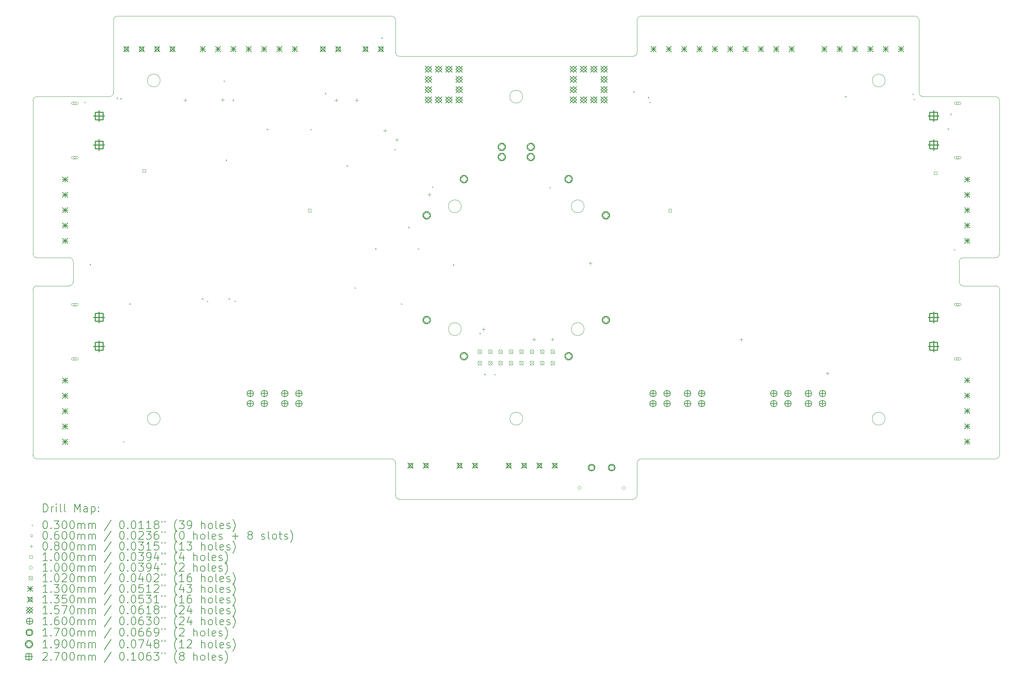
<source format=gbr>
%TF.GenerationSoftware,KiCad,Pcbnew,8.0.4*%
%TF.CreationDate,2025-02-19T19:23:20+01:00*%
%TF.ProjectId,Quiver_PDB_01,51756976-6572-45f5-9044-425f30312e6b,rev?*%
%TF.SameCoordinates,Original*%
%TF.FileFunction,Drillmap*%
%TF.FilePolarity,Positive*%
%FSLAX45Y45*%
G04 Gerber Fmt 4.5, Leading zero omitted, Abs format (unit mm)*
G04 Created by KiCad (PCBNEW 8.0.4) date 2025-02-19 19:23:20*
%MOMM*%
%LPD*%
G01*
G04 APERTURE LIST*
%ADD10C,0.050000*%
%ADD11C,0.120000*%
%ADD12C,0.200000*%
%ADD13C,0.100000*%
%ADD14C,0.102000*%
%ADD15C,0.130000*%
%ADD16C,0.135000*%
%ADD17C,0.157000*%
%ADD18C,0.160000*%
%ADD19C,0.170000*%
%ADD20C,0.190000*%
%ADD21C,0.270000*%
G04 APERTURE END LIST*
D10*
X24160000Y-13000000D02*
G75*
G02*
X23840000Y-13000000I-160000J0D01*
G01*
X23840000Y-13000000D02*
G75*
G02*
X24160000Y-13000000I160000J0D01*
G01*
X26000000Y-9100000D02*
G75*
G02*
X26100000Y-9000000I100000J0D01*
G01*
X15160000Y-5000000D02*
G75*
G02*
X14840000Y-5000000I-160000J0D01*
G01*
X14840000Y-5000000D02*
G75*
G02*
X15160000Y-5000000I160000J0D01*
G01*
X18000000Y-3100000D02*
X18000000Y-3900000D01*
X27000000Y-13900000D02*
G75*
G02*
X26900000Y-14000000I-100000J0D01*
G01*
X4000000Y-9100000D02*
X4000000Y-9600000D01*
X5000000Y-3100000D02*
X5000000Y-4900000D01*
X12100000Y-15000000D02*
X17900000Y-15000000D01*
X12000000Y-14100000D02*
X12000000Y-14900000D01*
X26000000Y-9600000D02*
X26000000Y-9100000D01*
X15160000Y-13000000D02*
G75*
G02*
X14840000Y-13000000I-160000J0D01*
G01*
X14840000Y-13000000D02*
G75*
G02*
X15160000Y-13000000I160000J0D01*
G01*
X26900000Y-5000000D02*
G75*
G02*
X27000000Y-5100000I0J-100000D01*
G01*
X18000000Y-3100000D02*
G75*
G02*
X18100000Y-3000000I100000J0D01*
G01*
X12100000Y-4000000D02*
G75*
G02*
X12000000Y-3900000I0J100000D01*
G01*
X3100000Y-9000000D02*
X3900000Y-9000000D01*
X11900000Y-14000000D02*
G75*
G02*
X12000000Y-14100000I0J-100000D01*
G01*
X25000000Y-4900000D02*
X25000000Y-3100000D01*
X18000000Y-14900000D02*
X18000000Y-14100000D01*
X27000000Y-8900000D02*
G75*
G02*
X26900000Y-9000000I-100000J0D01*
G01*
X4000000Y-9600000D02*
G75*
G02*
X3900000Y-9700000I-100000J0D01*
G01*
X27000000Y-13900000D02*
X27000000Y-9800000D01*
X3100000Y-14000000D02*
X11900000Y-14000000D01*
X26900000Y-9700000D02*
G75*
G02*
X27000000Y-9800000I0J-100000D01*
G01*
X12100000Y-15000000D02*
G75*
G02*
X12000000Y-14900000I0J100000D01*
G01*
X6160000Y-4600000D02*
G75*
G02*
X5840000Y-4600000I-160000J0D01*
G01*
X5840000Y-4600000D02*
G75*
G02*
X6160000Y-4600000I160000J0D01*
G01*
X24160000Y-4600000D02*
G75*
G02*
X23840000Y-4600000I-160000J0D01*
G01*
X23840000Y-4600000D02*
G75*
G02*
X24160000Y-4600000I160000J0D01*
G01*
X3900000Y-9000000D02*
G75*
G02*
X4000000Y-9100000I0J-100000D01*
G01*
X3100000Y-9000000D02*
G75*
G02*
X3000000Y-8900000I0J100000D01*
G01*
X5000000Y-4900000D02*
G75*
G02*
X4900000Y-5000000I-100000J0D01*
G01*
X3000000Y-9800000D02*
X3000000Y-13900000D01*
X18000000Y-3900000D02*
G75*
G02*
X17900000Y-4000000I-100000J0D01*
G01*
X6160000Y-13000000D02*
G75*
G02*
X5840000Y-13000000I-160000J0D01*
G01*
X5840000Y-13000000D02*
G75*
G02*
X6160000Y-13000000I160000J0D01*
G01*
X26100000Y-9700000D02*
G75*
G02*
X26000000Y-9600000I0J100000D01*
G01*
X3100000Y-14000000D02*
G75*
G02*
X3000000Y-13900000I0J100000D01*
G01*
X3000000Y-5100000D02*
G75*
G02*
X3100000Y-5000000I100000J0D01*
G01*
X25100000Y-5000000D02*
G75*
G02*
X25000000Y-4900000I0J100000D01*
G01*
X26900000Y-5000000D02*
X25100000Y-5000000D01*
X18000000Y-14100000D02*
G75*
G02*
X18100000Y-14000000I100000J0D01*
G01*
X4900000Y-5000000D02*
X3100000Y-5000000D01*
X24900000Y-3000000D02*
X18100000Y-3000000D01*
X11900000Y-3000000D02*
G75*
G02*
X12000000Y-3100000I0J-100000D01*
G01*
X3100000Y-9700000D02*
X3900000Y-9700000D01*
X26100000Y-9000000D02*
X26900000Y-9000000D01*
X12000000Y-3900000D02*
X12000000Y-3100000D01*
X3000000Y-9800000D02*
G75*
G02*
X3100000Y-9700000I100000J0D01*
G01*
X17900000Y-4000000D02*
X12100000Y-4000000D01*
X5000000Y-3100000D02*
G75*
G02*
X5100000Y-3000000I100000J0D01*
G01*
X18100000Y-14000000D02*
X26900000Y-14000000D01*
X18000000Y-14900000D02*
G75*
G02*
X17900000Y-15000000I-100000J0D01*
G01*
X11900000Y-3000000D02*
X5100000Y-3000000D01*
X24900000Y-3000000D02*
G75*
G02*
X25000000Y-3100000I0J-100000D01*
G01*
X27000000Y-8900000D02*
X27000000Y-5100000D01*
X26900000Y-9700000D02*
X26100000Y-9700000D01*
X3000000Y-5100000D02*
X3000000Y-8900000D01*
D11*
X13636288Y-7725000D02*
G75*
G02*
X13316288Y-7725000I-160000J0D01*
G01*
X13316288Y-7725000D02*
G75*
G02*
X13636288Y-7725000I160000J0D01*
G01*
X13636288Y-10775000D02*
G75*
G02*
X13316288Y-10775000I-160000J0D01*
G01*
X13316288Y-10775000D02*
G75*
G02*
X13636288Y-10775000I160000J0D01*
G01*
X16686288Y-7725000D02*
G75*
G02*
X16366288Y-7725000I-160000J0D01*
G01*
X16366288Y-7725000D02*
G75*
G02*
X16686288Y-7725000I160000J0D01*
G01*
X16686288Y-10775000D02*
G75*
G02*
X16366288Y-10775000I-160000J0D01*
G01*
X16366288Y-10775000D02*
G75*
G02*
X16686288Y-10775000I160000J0D01*
G01*
D12*
D13*
X4274780Y-5125010D02*
X4304780Y-5155010D01*
X4304780Y-5125010D02*
X4274780Y-5155010D01*
X4405000Y-9155000D02*
X4435000Y-9185000D01*
X4435000Y-9155000D02*
X4405000Y-9185000D01*
X5075000Y-5025000D02*
X5105000Y-5055000D01*
X5105000Y-5025000D02*
X5075000Y-5055000D01*
X5165000Y-5035000D02*
X5195000Y-5065000D01*
X5195000Y-5035000D02*
X5165000Y-5065000D01*
X5235000Y-13555000D02*
X5265000Y-13585000D01*
X5265000Y-13555000D02*
X5235000Y-13585000D01*
X5395000Y-10135000D02*
X5425000Y-10165000D01*
X5425000Y-10135000D02*
X5395000Y-10165000D01*
X7195000Y-10005000D02*
X7225000Y-10035000D01*
X7225000Y-10005000D02*
X7195000Y-10035000D01*
X7315000Y-10070000D02*
X7345000Y-10100000D01*
X7345000Y-10070000D02*
X7315000Y-10100000D01*
X7735000Y-4595000D02*
X7765000Y-4625000D01*
X7765000Y-4595000D02*
X7735000Y-4625000D01*
X7785000Y-6565000D02*
X7815000Y-6595000D01*
X7815000Y-6565000D02*
X7785000Y-6595000D01*
X7855000Y-10005000D02*
X7885000Y-10035000D01*
X7885000Y-10005000D02*
X7855000Y-10035000D01*
X7954910Y-5076340D02*
X7984910Y-5106340D01*
X7984910Y-5076340D02*
X7954910Y-5106340D01*
X8005000Y-10065000D02*
X8035000Y-10095000D01*
X8035000Y-10065000D02*
X8005000Y-10095000D01*
X8806150Y-5797060D02*
X8836150Y-5827060D01*
X8836150Y-5797060D02*
X8806150Y-5827060D01*
X9885000Y-5797060D02*
X9915000Y-5827060D01*
X9915000Y-5797060D02*
X9885000Y-5827060D01*
X10249470Y-4907320D02*
X10279470Y-4937320D01*
X10279470Y-4907320D02*
X10249470Y-4937320D01*
X10785000Y-6705000D02*
X10815000Y-6735000D01*
X10815000Y-6705000D02*
X10785000Y-6735000D01*
X10985000Y-9735000D02*
X11015000Y-9765000D01*
X11015000Y-9735000D02*
X10985000Y-9765000D01*
X11495000Y-8765000D02*
X11525000Y-8795000D01*
X11525000Y-8765000D02*
X11495000Y-8795000D01*
X11650740Y-3528220D02*
X11680740Y-3558220D01*
X11680740Y-3528220D02*
X11650740Y-3558220D01*
X11977100Y-6299800D02*
X12007100Y-6329800D01*
X12007100Y-6299800D02*
X11977100Y-6329800D01*
X12135000Y-10135000D02*
X12165000Y-10165000D01*
X12165000Y-10135000D02*
X12135000Y-10165000D01*
X12315000Y-8235000D02*
X12345000Y-8265000D01*
X12345000Y-8235000D02*
X12315000Y-8265000D01*
X12555000Y-8765000D02*
X12585000Y-8795000D01*
X12585000Y-8765000D02*
X12555000Y-8795000D01*
X12907790Y-7230490D02*
X12937790Y-7260490D01*
X12937790Y-7230490D02*
X12907790Y-7260490D01*
X13425000Y-9165000D02*
X13455000Y-9195000D01*
X13455000Y-9165000D02*
X13425000Y-9195000D01*
X14085000Y-10865000D02*
X14115000Y-10895000D01*
X14115000Y-10865000D02*
X14085000Y-10895000D01*
X14205000Y-11885000D02*
X14235000Y-11915000D01*
X14235000Y-11885000D02*
X14205000Y-11915000D01*
X14455000Y-11885000D02*
X14485000Y-11915000D01*
X14485000Y-11885000D02*
X14455000Y-11915000D01*
X15824140Y-7242520D02*
X15854140Y-7272520D01*
X15854140Y-7242520D02*
X15824140Y-7272520D01*
X17901960Y-4864730D02*
X17931960Y-4894730D01*
X17931960Y-4864730D02*
X17901960Y-4894730D01*
X18265000Y-5005000D02*
X18295000Y-5035000D01*
X18295000Y-5005000D02*
X18265000Y-5035000D01*
X18305000Y-5125000D02*
X18335000Y-5155000D01*
X18335000Y-5125000D02*
X18305000Y-5155000D01*
X23165000Y-4985000D02*
X23195000Y-5015000D01*
X23195000Y-4985000D02*
X23165000Y-5015000D01*
X24835000Y-4925000D02*
X24865000Y-4955000D01*
X24865000Y-4925000D02*
X24835000Y-4955000D01*
X24869038Y-5055000D02*
X24899038Y-5085000D01*
X24899038Y-5055000D02*
X24869038Y-5085000D01*
X25710040Y-5785000D02*
X25740040Y-5815000D01*
X25740040Y-5785000D02*
X25710040Y-5815000D01*
X25775040Y-5423840D02*
X25805040Y-5453840D01*
X25805040Y-5423840D02*
X25775040Y-5453840D01*
X25865000Y-8785000D02*
X25895000Y-8815000D01*
X25895000Y-8785000D02*
X25865000Y-8815000D01*
X4070000Y-5165000D02*
G75*
G02*
X4010000Y-5165000I-30000J0D01*
G01*
X4010000Y-5165000D02*
G75*
G02*
X4070000Y-5165000I30000J0D01*
G01*
X4095000Y-5135000D02*
X3985000Y-5135000D01*
X3985000Y-5195000D02*
G75*
G02*
X3985000Y-5135000I0J30000D01*
G01*
X3985000Y-5195000D02*
X4095000Y-5195000D01*
X4095000Y-5195000D02*
G75*
G03*
X4095000Y-5135000I0J30000D01*
G01*
X4070000Y-6515000D02*
G75*
G02*
X4010000Y-6515000I-30000J0D01*
G01*
X4010000Y-6515000D02*
G75*
G02*
X4070000Y-6515000I30000J0D01*
G01*
X4095000Y-6485000D02*
X3985000Y-6485000D01*
X3985000Y-6545000D02*
G75*
G02*
X3985000Y-6485000I0J30000D01*
G01*
X3985000Y-6545000D02*
X4095000Y-6545000D01*
X4095000Y-6545000D02*
G75*
G03*
X4095000Y-6485000I0J30000D01*
G01*
X4070000Y-10165000D02*
G75*
G02*
X4010000Y-10165000I-30000J0D01*
G01*
X4010000Y-10165000D02*
G75*
G02*
X4070000Y-10165000I30000J0D01*
G01*
X4095000Y-10135000D02*
X3985000Y-10135000D01*
X3985000Y-10195000D02*
G75*
G02*
X3985000Y-10135000I0J30000D01*
G01*
X3985000Y-10195000D02*
X4095000Y-10195000D01*
X4095000Y-10195000D02*
G75*
G03*
X4095000Y-10135000I0J30000D01*
G01*
X4070000Y-11515000D02*
G75*
G02*
X4010000Y-11515000I-30000J0D01*
G01*
X4010000Y-11515000D02*
G75*
G02*
X4070000Y-11515000I30000J0D01*
G01*
X4095000Y-11485000D02*
X3985000Y-11485000D01*
X3985000Y-11545000D02*
G75*
G02*
X3985000Y-11485000I0J30000D01*
G01*
X3985000Y-11545000D02*
X4095000Y-11545000D01*
X4095000Y-11545000D02*
G75*
G03*
X4095000Y-11485000I0J30000D01*
G01*
X25990000Y-5165000D02*
G75*
G02*
X25930000Y-5165000I-30000J0D01*
G01*
X25930000Y-5165000D02*
G75*
G02*
X25990000Y-5165000I30000J0D01*
G01*
X25905000Y-5195000D02*
X26015000Y-5195000D01*
X26015000Y-5135000D02*
G75*
G02*
X26015000Y-5195000I0J-30000D01*
G01*
X26015000Y-5135000D02*
X25905000Y-5135000D01*
X25905000Y-5135000D02*
G75*
G03*
X25905000Y-5195000I0J-30000D01*
G01*
X25990000Y-6515000D02*
G75*
G02*
X25930000Y-6515000I-30000J0D01*
G01*
X25930000Y-6515000D02*
G75*
G02*
X25990000Y-6515000I30000J0D01*
G01*
X25905000Y-6545000D02*
X26015000Y-6545000D01*
X26015000Y-6485000D02*
G75*
G02*
X26015000Y-6545000I0J-30000D01*
G01*
X26015000Y-6485000D02*
X25905000Y-6485000D01*
X25905000Y-6485000D02*
G75*
G03*
X25905000Y-6545000I0J-30000D01*
G01*
X25990000Y-10165000D02*
G75*
G02*
X25930000Y-10165000I-30000J0D01*
G01*
X25930000Y-10165000D02*
G75*
G02*
X25990000Y-10165000I30000J0D01*
G01*
X25905000Y-10195000D02*
X26015000Y-10195000D01*
X26015000Y-10135000D02*
G75*
G02*
X26015000Y-10195000I0J-30000D01*
G01*
X26015000Y-10135000D02*
X25905000Y-10135000D01*
X25905000Y-10135000D02*
G75*
G03*
X25905000Y-10195000I0J-30000D01*
G01*
X25990000Y-11515000D02*
G75*
G02*
X25930000Y-11515000I-30000J0D01*
G01*
X25930000Y-11515000D02*
G75*
G02*
X25990000Y-11515000I30000J0D01*
G01*
X25905000Y-11545000D02*
X26015000Y-11545000D01*
X26015000Y-11485000D02*
G75*
G02*
X26015000Y-11545000I0J-30000D01*
G01*
X26015000Y-11485000D02*
X25905000Y-11485000D01*
X25905000Y-11485000D02*
G75*
G03*
X25905000Y-11545000I0J-30000D01*
G01*
X6780000Y-5050000D02*
X6780000Y-5130000D01*
X6740000Y-5090000D02*
X6820000Y-5090000D01*
X7710000Y-5040000D02*
X7710000Y-5120000D01*
X7670000Y-5080000D02*
X7750000Y-5080000D01*
X10529990Y-5048570D02*
X10529990Y-5128570D01*
X10489990Y-5088570D02*
X10569990Y-5088570D01*
X11041860Y-5048570D02*
X11041860Y-5128570D01*
X11001860Y-5088570D02*
X11081860Y-5088570D01*
X11738240Y-5807470D02*
X11738240Y-5887470D01*
X11698240Y-5847470D02*
X11778240Y-5847470D01*
X12034780Y-6028010D02*
X12034780Y-6108010D01*
X11994780Y-6068010D02*
X12074780Y-6068010D01*
X12840250Y-7394100D02*
X12840250Y-7474100D01*
X12800250Y-7434100D02*
X12880250Y-7434100D01*
X14190000Y-10740000D02*
X14190000Y-10820000D01*
X14150000Y-10780000D02*
X14230000Y-10780000D01*
X15440000Y-10990000D02*
X15440000Y-11070000D01*
X15400000Y-11030000D02*
X15480000Y-11030000D01*
X15900000Y-10990000D02*
X15900000Y-11070000D01*
X15860000Y-11030000D02*
X15940000Y-11030000D01*
X16839120Y-9099330D02*
X16839120Y-9179330D01*
X16799120Y-9139330D02*
X16879120Y-9139330D01*
X20585490Y-10996980D02*
X20585490Y-11076980D01*
X20545490Y-11036980D02*
X20625490Y-11036980D01*
X22730000Y-11835000D02*
X22730000Y-11915000D01*
X22690000Y-11875000D02*
X22770000Y-11875000D01*
X5795356Y-6875356D02*
X5795356Y-6804644D01*
X5724644Y-6804644D01*
X5724644Y-6875356D01*
X5795356Y-6875356D01*
X9905356Y-7865356D02*
X9905356Y-7794644D01*
X9834644Y-7794644D01*
X9834644Y-7865356D01*
X9905356Y-7865356D01*
X18855356Y-7865356D02*
X18855356Y-7794644D01*
X18784644Y-7794644D01*
X18784644Y-7865356D01*
X18855356Y-7865356D01*
X25445356Y-6935356D02*
X25445356Y-6864644D01*
X25374644Y-6864644D01*
X25374644Y-6935356D01*
X25445356Y-6935356D01*
X16570000Y-14765000D02*
X16620000Y-14715000D01*
X16570000Y-14665000D01*
X16520000Y-14715000D01*
X16570000Y-14765000D01*
X17670000Y-14765000D02*
X17720000Y-14715000D01*
X17670000Y-14665000D01*
X17620000Y-14715000D01*
X17670000Y-14765000D01*
D14*
X14045288Y-11284000D02*
X14147288Y-11386000D01*
X14147288Y-11284000D02*
X14045288Y-11386000D01*
X14147288Y-11335000D02*
G75*
G02*
X14045288Y-11335000I-51000J0D01*
G01*
X14045288Y-11335000D02*
G75*
G02*
X14147288Y-11335000I51000J0D01*
G01*
X14045288Y-11569000D02*
X14147288Y-11671000D01*
X14147288Y-11569000D02*
X14045288Y-11671000D01*
X14147288Y-11620000D02*
G75*
G02*
X14045288Y-11620000I-51000J0D01*
G01*
X14045288Y-11620000D02*
G75*
G02*
X14147288Y-11620000I51000J0D01*
G01*
X14303621Y-11284000D02*
X14405621Y-11386000D01*
X14405621Y-11284000D02*
X14303621Y-11386000D01*
X14405621Y-11335000D02*
G75*
G02*
X14303621Y-11335000I-51000J0D01*
G01*
X14303621Y-11335000D02*
G75*
G02*
X14405621Y-11335000I51000J0D01*
G01*
X14303621Y-11569000D02*
X14405621Y-11671000D01*
X14405621Y-11569000D02*
X14303621Y-11671000D01*
X14405621Y-11620000D02*
G75*
G02*
X14303621Y-11620000I-51000J0D01*
G01*
X14303621Y-11620000D02*
G75*
G02*
X14405621Y-11620000I51000J0D01*
G01*
X14561955Y-11284000D02*
X14663955Y-11386000D01*
X14663955Y-11284000D02*
X14561955Y-11386000D01*
X14663955Y-11335000D02*
G75*
G02*
X14561955Y-11335000I-51000J0D01*
G01*
X14561955Y-11335000D02*
G75*
G02*
X14663955Y-11335000I51000J0D01*
G01*
X14561955Y-11569000D02*
X14663955Y-11671000D01*
X14663955Y-11569000D02*
X14561955Y-11671000D01*
X14663955Y-11620000D02*
G75*
G02*
X14561955Y-11620000I-51000J0D01*
G01*
X14561955Y-11620000D02*
G75*
G02*
X14663955Y-11620000I51000J0D01*
G01*
X14820288Y-11284000D02*
X14922288Y-11386000D01*
X14922288Y-11284000D02*
X14820288Y-11386000D01*
X14922288Y-11335000D02*
G75*
G02*
X14820288Y-11335000I-51000J0D01*
G01*
X14820288Y-11335000D02*
G75*
G02*
X14922288Y-11335000I51000J0D01*
G01*
X14820288Y-11569000D02*
X14922288Y-11671000D01*
X14922288Y-11569000D02*
X14820288Y-11671000D01*
X14922288Y-11620000D02*
G75*
G02*
X14820288Y-11620000I-51000J0D01*
G01*
X14820288Y-11620000D02*
G75*
G02*
X14922288Y-11620000I51000J0D01*
G01*
X15080288Y-11284000D02*
X15182288Y-11386000D01*
X15182288Y-11284000D02*
X15080288Y-11386000D01*
X15182288Y-11335000D02*
G75*
G02*
X15080288Y-11335000I-51000J0D01*
G01*
X15080288Y-11335000D02*
G75*
G02*
X15182288Y-11335000I51000J0D01*
G01*
X15080288Y-11569000D02*
X15182288Y-11671000D01*
X15182288Y-11569000D02*
X15080288Y-11671000D01*
X15182288Y-11620000D02*
G75*
G02*
X15080288Y-11620000I-51000J0D01*
G01*
X15080288Y-11620000D02*
G75*
G02*
X15182288Y-11620000I51000J0D01*
G01*
X15338621Y-11284000D02*
X15440621Y-11386000D01*
X15440621Y-11284000D02*
X15338621Y-11386000D01*
X15440621Y-11335000D02*
G75*
G02*
X15338621Y-11335000I-51000J0D01*
G01*
X15338621Y-11335000D02*
G75*
G02*
X15440621Y-11335000I51000J0D01*
G01*
X15338621Y-11569000D02*
X15440621Y-11671000D01*
X15440621Y-11569000D02*
X15338621Y-11671000D01*
X15440621Y-11620000D02*
G75*
G02*
X15338621Y-11620000I-51000J0D01*
G01*
X15338621Y-11620000D02*
G75*
G02*
X15440621Y-11620000I51000J0D01*
G01*
X15596955Y-11284000D02*
X15698955Y-11386000D01*
X15698955Y-11284000D02*
X15596955Y-11386000D01*
X15698955Y-11335000D02*
G75*
G02*
X15596955Y-11335000I-51000J0D01*
G01*
X15596955Y-11335000D02*
G75*
G02*
X15698955Y-11335000I51000J0D01*
G01*
X15596955Y-11569000D02*
X15698955Y-11671000D01*
X15698955Y-11569000D02*
X15596955Y-11671000D01*
X15698955Y-11620000D02*
G75*
G02*
X15596955Y-11620000I-51000J0D01*
G01*
X15596955Y-11620000D02*
G75*
G02*
X15698955Y-11620000I51000J0D01*
G01*
X15855288Y-11284000D02*
X15957288Y-11386000D01*
X15957288Y-11284000D02*
X15855288Y-11386000D01*
X15957288Y-11335000D02*
G75*
G02*
X15855288Y-11335000I-51000J0D01*
G01*
X15855288Y-11335000D02*
G75*
G02*
X15957288Y-11335000I51000J0D01*
G01*
X15855288Y-11569000D02*
X15957288Y-11671000D01*
X15957288Y-11569000D02*
X15855288Y-11671000D01*
X15957288Y-11620000D02*
G75*
G02*
X15855288Y-11620000I-51000J0D01*
G01*
X15855288Y-11620000D02*
G75*
G02*
X15957288Y-11620000I51000J0D01*
G01*
D15*
X3735000Y-6995000D02*
X3865000Y-7125000D01*
X3865000Y-6995000D02*
X3735000Y-7125000D01*
X3800000Y-6995000D02*
X3800000Y-7125000D01*
X3735000Y-7060000D02*
X3865000Y-7060000D01*
X3735000Y-7376000D02*
X3865000Y-7506000D01*
X3865000Y-7376000D02*
X3735000Y-7506000D01*
X3800000Y-7376000D02*
X3800000Y-7506000D01*
X3735000Y-7441000D02*
X3865000Y-7441000D01*
X3735000Y-7757000D02*
X3865000Y-7887000D01*
X3865000Y-7757000D02*
X3735000Y-7887000D01*
X3800000Y-7757000D02*
X3800000Y-7887000D01*
X3735000Y-7822000D02*
X3865000Y-7822000D01*
X3735000Y-8138000D02*
X3865000Y-8268000D01*
X3865000Y-8138000D02*
X3735000Y-8268000D01*
X3800000Y-8138000D02*
X3800000Y-8268000D01*
X3735000Y-8203000D02*
X3865000Y-8203000D01*
X3735000Y-8519000D02*
X3865000Y-8649000D01*
X3865000Y-8519000D02*
X3735000Y-8649000D01*
X3800000Y-8519000D02*
X3800000Y-8649000D01*
X3735000Y-8584000D02*
X3865000Y-8584000D01*
X3735000Y-11985000D02*
X3865000Y-12115000D01*
X3865000Y-11985000D02*
X3735000Y-12115000D01*
X3800000Y-11985000D02*
X3800000Y-12115000D01*
X3735000Y-12050000D02*
X3865000Y-12050000D01*
X3735000Y-12366000D02*
X3865000Y-12496000D01*
X3865000Y-12366000D02*
X3735000Y-12496000D01*
X3800000Y-12366000D02*
X3800000Y-12496000D01*
X3735000Y-12431000D02*
X3865000Y-12431000D01*
X3735000Y-12747000D02*
X3865000Y-12877000D01*
X3865000Y-12747000D02*
X3735000Y-12877000D01*
X3800000Y-12747000D02*
X3800000Y-12877000D01*
X3735000Y-12812000D02*
X3865000Y-12812000D01*
X3735000Y-13128000D02*
X3865000Y-13258000D01*
X3865000Y-13128000D02*
X3735000Y-13258000D01*
X3800000Y-13128000D02*
X3800000Y-13258000D01*
X3735000Y-13193000D02*
X3865000Y-13193000D01*
X3735000Y-13509000D02*
X3865000Y-13639000D01*
X3865000Y-13509000D02*
X3735000Y-13639000D01*
X3800000Y-13509000D02*
X3800000Y-13639000D01*
X3735000Y-13574000D02*
X3865000Y-13574000D01*
X7149000Y-3755000D02*
X7279000Y-3885000D01*
X7279000Y-3755000D02*
X7149000Y-3885000D01*
X7214000Y-3755000D02*
X7214000Y-3885000D01*
X7149000Y-3820000D02*
X7279000Y-3820000D01*
X7530000Y-3755000D02*
X7660000Y-3885000D01*
X7660000Y-3755000D02*
X7530000Y-3885000D01*
X7595000Y-3755000D02*
X7595000Y-3885000D01*
X7530000Y-3820000D02*
X7660000Y-3820000D01*
X7911000Y-3755000D02*
X8041000Y-3885000D01*
X8041000Y-3755000D02*
X7911000Y-3885000D01*
X7976000Y-3755000D02*
X7976000Y-3885000D01*
X7911000Y-3820000D02*
X8041000Y-3820000D01*
X8292000Y-3755000D02*
X8422000Y-3885000D01*
X8422000Y-3755000D02*
X8292000Y-3885000D01*
X8357000Y-3755000D02*
X8357000Y-3885000D01*
X8292000Y-3820000D02*
X8422000Y-3820000D01*
X8673000Y-3755000D02*
X8803000Y-3885000D01*
X8803000Y-3755000D02*
X8673000Y-3885000D01*
X8738000Y-3755000D02*
X8738000Y-3885000D01*
X8673000Y-3820000D02*
X8803000Y-3820000D01*
X9054000Y-3755000D02*
X9184000Y-3885000D01*
X9184000Y-3755000D02*
X9054000Y-3885000D01*
X9119000Y-3755000D02*
X9119000Y-3885000D01*
X9054000Y-3820000D02*
X9184000Y-3820000D01*
X9435000Y-3755000D02*
X9565000Y-3885000D01*
X9565000Y-3755000D02*
X9435000Y-3885000D01*
X9500000Y-3755000D02*
X9500000Y-3885000D01*
X9435000Y-3820000D02*
X9565000Y-3820000D01*
X18346000Y-3755000D02*
X18476000Y-3885000D01*
X18476000Y-3755000D02*
X18346000Y-3885000D01*
X18411000Y-3755000D02*
X18411000Y-3885000D01*
X18346000Y-3820000D02*
X18476000Y-3820000D01*
X18727000Y-3755000D02*
X18857000Y-3885000D01*
X18857000Y-3755000D02*
X18727000Y-3885000D01*
X18792000Y-3755000D02*
X18792000Y-3885000D01*
X18727000Y-3820000D02*
X18857000Y-3820000D01*
X19108000Y-3755000D02*
X19238000Y-3885000D01*
X19238000Y-3755000D02*
X19108000Y-3885000D01*
X19173000Y-3755000D02*
X19173000Y-3885000D01*
X19108000Y-3820000D02*
X19238000Y-3820000D01*
X19489000Y-3755000D02*
X19619000Y-3885000D01*
X19619000Y-3755000D02*
X19489000Y-3885000D01*
X19554000Y-3755000D02*
X19554000Y-3885000D01*
X19489000Y-3820000D02*
X19619000Y-3820000D01*
X19870000Y-3755000D02*
X20000000Y-3885000D01*
X20000000Y-3755000D02*
X19870000Y-3885000D01*
X19935000Y-3755000D02*
X19935000Y-3885000D01*
X19870000Y-3820000D02*
X20000000Y-3820000D01*
X20251000Y-3755000D02*
X20381000Y-3885000D01*
X20381000Y-3755000D02*
X20251000Y-3885000D01*
X20316000Y-3755000D02*
X20316000Y-3885000D01*
X20251000Y-3820000D02*
X20381000Y-3820000D01*
X20632000Y-3755000D02*
X20762000Y-3885000D01*
X20762000Y-3755000D02*
X20632000Y-3885000D01*
X20697000Y-3755000D02*
X20697000Y-3885000D01*
X20632000Y-3820000D02*
X20762000Y-3820000D01*
X21013000Y-3755000D02*
X21143000Y-3885000D01*
X21143000Y-3755000D02*
X21013000Y-3885000D01*
X21078000Y-3755000D02*
X21078000Y-3885000D01*
X21013000Y-3820000D02*
X21143000Y-3820000D01*
X21394000Y-3755000D02*
X21524000Y-3885000D01*
X21524000Y-3755000D02*
X21394000Y-3885000D01*
X21459000Y-3755000D02*
X21459000Y-3885000D01*
X21394000Y-3820000D02*
X21524000Y-3820000D01*
X21775000Y-3755000D02*
X21905000Y-3885000D01*
X21905000Y-3755000D02*
X21775000Y-3885000D01*
X21840000Y-3755000D02*
X21840000Y-3885000D01*
X21775000Y-3820000D02*
X21905000Y-3820000D01*
X22585000Y-3755000D02*
X22715000Y-3885000D01*
X22715000Y-3755000D02*
X22585000Y-3885000D01*
X22650000Y-3755000D02*
X22650000Y-3885000D01*
X22585000Y-3820000D02*
X22715000Y-3820000D01*
X22966000Y-3755000D02*
X23096000Y-3885000D01*
X23096000Y-3755000D02*
X22966000Y-3885000D01*
X23031000Y-3755000D02*
X23031000Y-3885000D01*
X22966000Y-3820000D02*
X23096000Y-3820000D01*
X23347000Y-3755000D02*
X23477000Y-3885000D01*
X23477000Y-3755000D02*
X23347000Y-3885000D01*
X23412000Y-3755000D02*
X23412000Y-3885000D01*
X23347000Y-3820000D02*
X23477000Y-3820000D01*
X23728000Y-3755000D02*
X23858000Y-3885000D01*
X23858000Y-3755000D02*
X23728000Y-3885000D01*
X23793000Y-3755000D02*
X23793000Y-3885000D01*
X23728000Y-3820000D02*
X23858000Y-3820000D01*
X24109000Y-3755000D02*
X24239000Y-3885000D01*
X24239000Y-3755000D02*
X24109000Y-3885000D01*
X24174000Y-3755000D02*
X24174000Y-3885000D01*
X24109000Y-3820000D02*
X24239000Y-3820000D01*
X24490000Y-3755000D02*
X24620000Y-3885000D01*
X24620000Y-3755000D02*
X24490000Y-3885000D01*
X24555000Y-3755000D02*
X24555000Y-3885000D01*
X24490000Y-3820000D02*
X24620000Y-3820000D01*
X26135000Y-6991000D02*
X26265000Y-7121000D01*
X26265000Y-6991000D02*
X26135000Y-7121000D01*
X26200000Y-6991000D02*
X26200000Y-7121000D01*
X26135000Y-7056000D02*
X26265000Y-7056000D01*
X26135000Y-7372000D02*
X26265000Y-7502000D01*
X26265000Y-7372000D02*
X26135000Y-7502000D01*
X26200000Y-7372000D02*
X26200000Y-7502000D01*
X26135000Y-7437000D02*
X26265000Y-7437000D01*
X26135000Y-7753000D02*
X26265000Y-7883000D01*
X26265000Y-7753000D02*
X26135000Y-7883000D01*
X26200000Y-7753000D02*
X26200000Y-7883000D01*
X26135000Y-7818000D02*
X26265000Y-7818000D01*
X26135000Y-8134000D02*
X26265000Y-8264000D01*
X26265000Y-8134000D02*
X26135000Y-8264000D01*
X26200000Y-8134000D02*
X26200000Y-8264000D01*
X26135000Y-8199000D02*
X26265000Y-8199000D01*
X26135000Y-8515000D02*
X26265000Y-8645000D01*
X26265000Y-8515000D02*
X26135000Y-8645000D01*
X26200000Y-8515000D02*
X26200000Y-8645000D01*
X26135000Y-8580000D02*
X26265000Y-8580000D01*
X26135000Y-11981000D02*
X26265000Y-12111000D01*
X26265000Y-11981000D02*
X26135000Y-12111000D01*
X26200000Y-11981000D02*
X26200000Y-12111000D01*
X26135000Y-12046000D02*
X26265000Y-12046000D01*
X26135000Y-12362000D02*
X26265000Y-12492000D01*
X26265000Y-12362000D02*
X26135000Y-12492000D01*
X26200000Y-12362000D02*
X26200000Y-12492000D01*
X26135000Y-12427000D02*
X26265000Y-12427000D01*
X26135000Y-12743000D02*
X26265000Y-12873000D01*
X26265000Y-12743000D02*
X26135000Y-12873000D01*
X26200000Y-12743000D02*
X26200000Y-12873000D01*
X26135000Y-12808000D02*
X26265000Y-12808000D01*
X26135000Y-13124000D02*
X26265000Y-13254000D01*
X26265000Y-13124000D02*
X26135000Y-13254000D01*
X26200000Y-13124000D02*
X26200000Y-13254000D01*
X26135000Y-13189000D02*
X26265000Y-13189000D01*
X26135000Y-13505000D02*
X26265000Y-13635000D01*
X26265000Y-13505000D02*
X26135000Y-13635000D01*
X26200000Y-13505000D02*
X26200000Y-13635000D01*
X26135000Y-13570000D02*
X26265000Y-13570000D01*
D16*
X5252500Y-3752500D02*
X5387500Y-3887500D01*
X5387500Y-3752500D02*
X5252500Y-3887500D01*
X5367730Y-3867730D02*
X5367730Y-3772270D01*
X5272270Y-3772270D01*
X5272270Y-3867730D01*
X5367730Y-3867730D01*
X5633500Y-3752500D02*
X5768500Y-3887500D01*
X5768500Y-3752500D02*
X5633500Y-3887500D01*
X5748730Y-3867730D02*
X5748730Y-3772270D01*
X5653270Y-3772270D01*
X5653270Y-3867730D01*
X5748730Y-3867730D01*
X6014500Y-3752500D02*
X6149500Y-3887500D01*
X6149500Y-3752500D02*
X6014500Y-3887500D01*
X6129730Y-3867730D02*
X6129730Y-3772270D01*
X6034270Y-3772270D01*
X6034270Y-3867730D01*
X6129730Y-3867730D01*
X6395500Y-3752500D02*
X6530500Y-3887500D01*
X6530500Y-3752500D02*
X6395500Y-3887500D01*
X6510730Y-3867730D02*
X6510730Y-3772270D01*
X6415270Y-3772270D01*
X6415270Y-3867730D01*
X6510730Y-3867730D01*
X10132500Y-3752500D02*
X10267500Y-3887500D01*
X10267500Y-3752500D02*
X10132500Y-3887500D01*
X10247730Y-3867730D02*
X10247730Y-3772270D01*
X10152270Y-3772270D01*
X10152270Y-3867730D01*
X10247730Y-3867730D01*
X10513500Y-3752500D02*
X10648500Y-3887500D01*
X10648500Y-3752500D02*
X10513500Y-3887500D01*
X10628730Y-3867730D02*
X10628730Y-3772270D01*
X10533270Y-3772270D01*
X10533270Y-3867730D01*
X10628730Y-3867730D01*
X11192500Y-3752500D02*
X11327500Y-3887500D01*
X11327500Y-3752500D02*
X11192500Y-3887500D01*
X11307730Y-3867730D02*
X11307730Y-3772270D01*
X11212270Y-3772270D01*
X11212270Y-3867730D01*
X11307730Y-3867730D01*
X11573500Y-3752500D02*
X11708500Y-3887500D01*
X11708500Y-3752500D02*
X11573500Y-3887500D01*
X11688730Y-3867730D02*
X11688730Y-3772270D01*
X11593270Y-3772270D01*
X11593270Y-3867730D01*
X11688730Y-3867730D01*
X12311500Y-14097500D02*
X12446500Y-14232500D01*
X12446500Y-14097500D02*
X12311500Y-14232500D01*
X12426730Y-14212730D02*
X12426730Y-14117270D01*
X12331270Y-14117270D01*
X12331270Y-14212730D01*
X12426730Y-14212730D01*
X12692500Y-14097500D02*
X12827500Y-14232500D01*
X12827500Y-14097500D02*
X12692500Y-14232500D01*
X12807730Y-14212730D02*
X12807730Y-14117270D01*
X12712270Y-14117270D01*
X12712270Y-14212730D01*
X12807730Y-14212730D01*
X13531500Y-14097500D02*
X13666500Y-14232500D01*
X13666500Y-14097500D02*
X13531500Y-14232500D01*
X13646730Y-14212730D02*
X13646730Y-14117270D01*
X13551270Y-14117270D01*
X13551270Y-14212730D01*
X13646730Y-14212730D01*
X13912500Y-14097500D02*
X14047500Y-14232500D01*
X14047500Y-14097500D02*
X13912500Y-14232500D01*
X14027730Y-14212730D02*
X14027730Y-14117270D01*
X13932270Y-14117270D01*
X13932270Y-14212730D01*
X14027730Y-14212730D01*
X14749500Y-14097500D02*
X14884500Y-14232500D01*
X14884500Y-14097500D02*
X14749500Y-14232500D01*
X14864730Y-14212730D02*
X14864730Y-14117270D01*
X14769270Y-14117270D01*
X14769270Y-14212730D01*
X14864730Y-14212730D01*
X15130500Y-14097500D02*
X15265500Y-14232500D01*
X15265500Y-14097500D02*
X15130500Y-14232500D01*
X15245730Y-14212730D02*
X15245730Y-14117270D01*
X15150270Y-14117270D01*
X15150270Y-14212730D01*
X15245730Y-14212730D01*
X15511500Y-14097500D02*
X15646500Y-14232500D01*
X15646500Y-14097500D02*
X15511500Y-14232500D01*
X15626730Y-14212730D02*
X15626730Y-14117270D01*
X15531270Y-14117270D01*
X15531270Y-14212730D01*
X15626730Y-14212730D01*
X15892500Y-14097500D02*
X16027500Y-14232500D01*
X16027500Y-14097500D02*
X15892500Y-14232500D01*
X16007730Y-14212730D02*
X16007730Y-14117270D01*
X15912270Y-14117270D01*
X15912270Y-14212730D01*
X16007730Y-14212730D01*
D17*
X12740500Y-4240500D02*
X12897500Y-4397500D01*
X12897500Y-4240500D02*
X12740500Y-4397500D01*
X12819000Y-4397500D02*
X12897500Y-4319000D01*
X12819000Y-4240500D01*
X12740500Y-4319000D01*
X12819000Y-4397500D01*
X12740500Y-4494500D02*
X12897500Y-4651500D01*
X12897500Y-4494500D02*
X12740500Y-4651500D01*
X12819000Y-4651500D02*
X12897500Y-4573000D01*
X12819000Y-4494500D01*
X12740500Y-4573000D01*
X12819000Y-4651500D01*
X12740500Y-4748500D02*
X12897500Y-4905500D01*
X12897500Y-4748500D02*
X12740500Y-4905500D01*
X12819000Y-4905500D02*
X12897500Y-4827000D01*
X12819000Y-4748500D01*
X12740500Y-4827000D01*
X12819000Y-4905500D01*
X12740500Y-5002500D02*
X12897500Y-5159500D01*
X12897500Y-5002500D02*
X12740500Y-5159500D01*
X12819000Y-5159500D02*
X12897500Y-5081000D01*
X12819000Y-5002500D01*
X12740500Y-5081000D01*
X12819000Y-5159500D01*
X12994500Y-4240500D02*
X13151500Y-4397500D01*
X13151500Y-4240500D02*
X12994500Y-4397500D01*
X13073000Y-4397500D02*
X13151500Y-4319000D01*
X13073000Y-4240500D01*
X12994500Y-4319000D01*
X13073000Y-4397500D01*
X12994500Y-5002500D02*
X13151500Y-5159500D01*
X13151500Y-5002500D02*
X12994500Y-5159500D01*
X13073000Y-5159500D02*
X13151500Y-5081000D01*
X13073000Y-5002500D01*
X12994500Y-5081000D01*
X13073000Y-5159500D01*
X13248500Y-4240500D02*
X13405500Y-4397500D01*
X13405500Y-4240500D02*
X13248500Y-4397500D01*
X13327000Y-4397500D02*
X13405500Y-4319000D01*
X13327000Y-4240500D01*
X13248500Y-4319000D01*
X13327000Y-4397500D01*
X13248500Y-5002500D02*
X13405500Y-5159500D01*
X13405500Y-5002500D02*
X13248500Y-5159500D01*
X13327000Y-5159500D02*
X13405500Y-5081000D01*
X13327000Y-5002500D01*
X13248500Y-5081000D01*
X13327000Y-5159500D01*
X13502500Y-4240500D02*
X13659500Y-4397500D01*
X13659500Y-4240500D02*
X13502500Y-4397500D01*
X13581000Y-4397500D02*
X13659500Y-4319000D01*
X13581000Y-4240500D01*
X13502500Y-4319000D01*
X13581000Y-4397500D01*
X13502500Y-4494500D02*
X13659500Y-4651500D01*
X13659500Y-4494500D02*
X13502500Y-4651500D01*
X13581000Y-4651500D02*
X13659500Y-4573000D01*
X13581000Y-4494500D01*
X13502500Y-4573000D01*
X13581000Y-4651500D01*
X13502500Y-4748500D02*
X13659500Y-4905500D01*
X13659500Y-4748500D02*
X13502500Y-4905500D01*
X13581000Y-4905500D02*
X13659500Y-4827000D01*
X13581000Y-4748500D01*
X13502500Y-4827000D01*
X13581000Y-4905500D01*
X13502500Y-5002500D02*
X13659500Y-5159500D01*
X13659500Y-5002500D02*
X13502500Y-5159500D01*
X13581000Y-5159500D02*
X13659500Y-5081000D01*
X13581000Y-5002500D01*
X13502500Y-5081000D01*
X13581000Y-5159500D01*
X16340500Y-4240500D02*
X16497500Y-4397500D01*
X16497500Y-4240500D02*
X16340500Y-4397500D01*
X16419000Y-4397500D02*
X16497500Y-4319000D01*
X16419000Y-4240500D01*
X16340500Y-4319000D01*
X16419000Y-4397500D01*
X16340500Y-4494500D02*
X16497500Y-4651500D01*
X16497500Y-4494500D02*
X16340500Y-4651500D01*
X16419000Y-4651500D02*
X16497500Y-4573000D01*
X16419000Y-4494500D01*
X16340500Y-4573000D01*
X16419000Y-4651500D01*
X16340500Y-4748500D02*
X16497500Y-4905500D01*
X16497500Y-4748500D02*
X16340500Y-4905500D01*
X16419000Y-4905500D02*
X16497500Y-4827000D01*
X16419000Y-4748500D01*
X16340500Y-4827000D01*
X16419000Y-4905500D01*
X16340500Y-5002500D02*
X16497500Y-5159500D01*
X16497500Y-5002500D02*
X16340500Y-5159500D01*
X16419000Y-5159500D02*
X16497500Y-5081000D01*
X16419000Y-5002500D01*
X16340500Y-5081000D01*
X16419000Y-5159500D01*
X16594500Y-4240500D02*
X16751500Y-4397500D01*
X16751500Y-4240500D02*
X16594500Y-4397500D01*
X16673000Y-4397500D02*
X16751500Y-4319000D01*
X16673000Y-4240500D01*
X16594500Y-4319000D01*
X16673000Y-4397500D01*
X16594500Y-5002500D02*
X16751500Y-5159500D01*
X16751500Y-5002500D02*
X16594500Y-5159500D01*
X16673000Y-5159500D02*
X16751500Y-5081000D01*
X16673000Y-5002500D01*
X16594500Y-5081000D01*
X16673000Y-5159500D01*
X16848500Y-4240500D02*
X17005500Y-4397500D01*
X17005500Y-4240500D02*
X16848500Y-4397500D01*
X16927000Y-4397500D02*
X17005500Y-4319000D01*
X16927000Y-4240500D01*
X16848500Y-4319000D01*
X16927000Y-4397500D01*
X16848500Y-5002500D02*
X17005500Y-5159500D01*
X17005500Y-5002500D02*
X16848500Y-5159500D01*
X16927000Y-5159500D02*
X17005500Y-5081000D01*
X16927000Y-5002500D01*
X16848500Y-5081000D01*
X16927000Y-5159500D01*
X17102500Y-4240500D02*
X17259500Y-4397500D01*
X17259500Y-4240500D02*
X17102500Y-4397500D01*
X17181000Y-4397500D02*
X17259500Y-4319000D01*
X17181000Y-4240500D01*
X17102500Y-4319000D01*
X17181000Y-4397500D01*
X17102500Y-4494500D02*
X17259500Y-4651500D01*
X17259500Y-4494500D02*
X17102500Y-4651500D01*
X17181000Y-4651500D02*
X17259500Y-4573000D01*
X17181000Y-4494500D01*
X17102500Y-4573000D01*
X17181000Y-4651500D01*
X17102500Y-4748500D02*
X17259500Y-4905500D01*
X17259500Y-4748500D02*
X17102500Y-4905500D01*
X17181000Y-4905500D02*
X17259500Y-4827000D01*
X17181000Y-4748500D01*
X17102500Y-4827000D01*
X17181000Y-4905500D01*
X17102500Y-5002500D02*
X17259500Y-5159500D01*
X17259500Y-5002500D02*
X17102500Y-5159500D01*
X17181000Y-5159500D02*
X17259500Y-5081000D01*
X17181000Y-5002500D01*
X17102500Y-5081000D01*
X17181000Y-5159500D01*
D18*
X8396000Y-12295000D02*
X8396000Y-12455000D01*
X8316000Y-12375000D02*
X8476000Y-12375000D01*
X8476000Y-12375000D02*
G75*
G02*
X8316000Y-12375000I-80000J0D01*
G01*
X8316000Y-12375000D02*
G75*
G02*
X8476000Y-12375000I80000J0D01*
G01*
X8396000Y-12545000D02*
X8396000Y-12705000D01*
X8316000Y-12625000D02*
X8476000Y-12625000D01*
X8476000Y-12625000D02*
G75*
G02*
X8316000Y-12625000I-80000J0D01*
G01*
X8316000Y-12625000D02*
G75*
G02*
X8476000Y-12625000I80000J0D01*
G01*
X8746000Y-12295000D02*
X8746000Y-12455000D01*
X8666000Y-12375000D02*
X8826000Y-12375000D01*
X8826000Y-12375000D02*
G75*
G02*
X8666000Y-12375000I-80000J0D01*
G01*
X8666000Y-12375000D02*
G75*
G02*
X8826000Y-12375000I80000J0D01*
G01*
X8746000Y-12545000D02*
X8746000Y-12705000D01*
X8666000Y-12625000D02*
X8826000Y-12625000D01*
X8826000Y-12625000D02*
G75*
G02*
X8666000Y-12625000I-80000J0D01*
G01*
X8666000Y-12625000D02*
G75*
G02*
X8826000Y-12625000I80000J0D01*
G01*
X9254000Y-12295000D02*
X9254000Y-12455000D01*
X9174000Y-12375000D02*
X9334000Y-12375000D01*
X9334000Y-12375000D02*
G75*
G02*
X9174000Y-12375000I-80000J0D01*
G01*
X9174000Y-12375000D02*
G75*
G02*
X9334000Y-12375000I80000J0D01*
G01*
X9254000Y-12545000D02*
X9254000Y-12705000D01*
X9174000Y-12625000D02*
X9334000Y-12625000D01*
X9334000Y-12625000D02*
G75*
G02*
X9174000Y-12625000I-80000J0D01*
G01*
X9174000Y-12625000D02*
G75*
G02*
X9334000Y-12625000I80000J0D01*
G01*
X9604000Y-12295000D02*
X9604000Y-12455000D01*
X9524000Y-12375000D02*
X9684000Y-12375000D01*
X9684000Y-12375000D02*
G75*
G02*
X9524000Y-12375000I-80000J0D01*
G01*
X9524000Y-12375000D02*
G75*
G02*
X9684000Y-12375000I80000J0D01*
G01*
X9604000Y-12545000D02*
X9604000Y-12705000D01*
X9524000Y-12625000D02*
X9684000Y-12625000D01*
X9684000Y-12625000D02*
G75*
G02*
X9524000Y-12625000I-80000J0D01*
G01*
X9524000Y-12625000D02*
G75*
G02*
X9684000Y-12625000I80000J0D01*
G01*
X18396000Y-12295000D02*
X18396000Y-12455000D01*
X18316000Y-12375000D02*
X18476000Y-12375000D01*
X18476000Y-12375000D02*
G75*
G02*
X18316000Y-12375000I-80000J0D01*
G01*
X18316000Y-12375000D02*
G75*
G02*
X18476000Y-12375000I80000J0D01*
G01*
X18396000Y-12545000D02*
X18396000Y-12705000D01*
X18316000Y-12625000D02*
X18476000Y-12625000D01*
X18476000Y-12625000D02*
G75*
G02*
X18316000Y-12625000I-80000J0D01*
G01*
X18316000Y-12625000D02*
G75*
G02*
X18476000Y-12625000I80000J0D01*
G01*
X18746000Y-12295000D02*
X18746000Y-12455000D01*
X18666000Y-12375000D02*
X18826000Y-12375000D01*
X18826000Y-12375000D02*
G75*
G02*
X18666000Y-12375000I-80000J0D01*
G01*
X18666000Y-12375000D02*
G75*
G02*
X18826000Y-12375000I80000J0D01*
G01*
X18746000Y-12545000D02*
X18746000Y-12705000D01*
X18666000Y-12625000D02*
X18826000Y-12625000D01*
X18826000Y-12625000D02*
G75*
G02*
X18666000Y-12625000I-80000J0D01*
G01*
X18666000Y-12625000D02*
G75*
G02*
X18826000Y-12625000I80000J0D01*
G01*
X19254000Y-12295000D02*
X19254000Y-12455000D01*
X19174000Y-12375000D02*
X19334000Y-12375000D01*
X19334000Y-12375000D02*
G75*
G02*
X19174000Y-12375000I-80000J0D01*
G01*
X19174000Y-12375000D02*
G75*
G02*
X19334000Y-12375000I80000J0D01*
G01*
X19254000Y-12545000D02*
X19254000Y-12705000D01*
X19174000Y-12625000D02*
X19334000Y-12625000D01*
X19334000Y-12625000D02*
G75*
G02*
X19174000Y-12625000I-80000J0D01*
G01*
X19174000Y-12625000D02*
G75*
G02*
X19334000Y-12625000I80000J0D01*
G01*
X19604000Y-12295000D02*
X19604000Y-12455000D01*
X19524000Y-12375000D02*
X19684000Y-12375000D01*
X19684000Y-12375000D02*
G75*
G02*
X19524000Y-12375000I-80000J0D01*
G01*
X19524000Y-12375000D02*
G75*
G02*
X19684000Y-12375000I80000J0D01*
G01*
X19604000Y-12545000D02*
X19604000Y-12705000D01*
X19524000Y-12625000D02*
X19684000Y-12625000D01*
X19684000Y-12625000D02*
G75*
G02*
X19524000Y-12625000I-80000J0D01*
G01*
X19524000Y-12625000D02*
G75*
G02*
X19684000Y-12625000I80000J0D01*
G01*
X21396000Y-12295000D02*
X21396000Y-12455000D01*
X21316000Y-12375000D02*
X21476000Y-12375000D01*
X21476000Y-12375000D02*
G75*
G02*
X21316000Y-12375000I-80000J0D01*
G01*
X21316000Y-12375000D02*
G75*
G02*
X21476000Y-12375000I80000J0D01*
G01*
X21396000Y-12545000D02*
X21396000Y-12705000D01*
X21316000Y-12625000D02*
X21476000Y-12625000D01*
X21476000Y-12625000D02*
G75*
G02*
X21316000Y-12625000I-80000J0D01*
G01*
X21316000Y-12625000D02*
G75*
G02*
X21476000Y-12625000I80000J0D01*
G01*
X21746000Y-12295000D02*
X21746000Y-12455000D01*
X21666000Y-12375000D02*
X21826000Y-12375000D01*
X21826000Y-12375000D02*
G75*
G02*
X21666000Y-12375000I-80000J0D01*
G01*
X21666000Y-12375000D02*
G75*
G02*
X21826000Y-12375000I80000J0D01*
G01*
X21746000Y-12545000D02*
X21746000Y-12705000D01*
X21666000Y-12625000D02*
X21826000Y-12625000D01*
X21826000Y-12625000D02*
G75*
G02*
X21666000Y-12625000I-80000J0D01*
G01*
X21666000Y-12625000D02*
G75*
G02*
X21826000Y-12625000I80000J0D01*
G01*
X22254000Y-12295000D02*
X22254000Y-12455000D01*
X22174000Y-12375000D02*
X22334000Y-12375000D01*
X22334000Y-12375000D02*
G75*
G02*
X22174000Y-12375000I-80000J0D01*
G01*
X22174000Y-12375000D02*
G75*
G02*
X22334000Y-12375000I80000J0D01*
G01*
X22254000Y-12545000D02*
X22254000Y-12705000D01*
X22174000Y-12625000D02*
X22334000Y-12625000D01*
X22334000Y-12625000D02*
G75*
G02*
X22174000Y-12625000I-80000J0D01*
G01*
X22174000Y-12625000D02*
G75*
G02*
X22334000Y-12625000I80000J0D01*
G01*
X22604000Y-12295000D02*
X22604000Y-12455000D01*
X22524000Y-12375000D02*
X22684000Y-12375000D01*
X22684000Y-12375000D02*
G75*
G02*
X22524000Y-12375000I-80000J0D01*
G01*
X22524000Y-12375000D02*
G75*
G02*
X22684000Y-12375000I80000J0D01*
G01*
X22604000Y-12545000D02*
X22604000Y-12705000D01*
X22524000Y-12625000D02*
X22684000Y-12625000D01*
X22684000Y-12625000D02*
G75*
G02*
X22524000Y-12625000I-80000J0D01*
G01*
X22524000Y-12625000D02*
G75*
G02*
X22684000Y-12625000I80000J0D01*
G01*
D19*
X16930105Y-14275105D02*
X16930105Y-14154895D01*
X16809895Y-14154895D01*
X16809895Y-14275105D01*
X16930105Y-14275105D01*
X16955000Y-14215000D02*
G75*
G02*
X16785000Y-14215000I-85000J0D01*
G01*
X16785000Y-14215000D02*
G75*
G02*
X16955000Y-14215000I85000J0D01*
G01*
X17430105Y-14275105D02*
X17430105Y-14154895D01*
X17309895Y-14154895D01*
X17309895Y-14275105D01*
X17430105Y-14275105D01*
X17455000Y-14215000D02*
G75*
G02*
X17285000Y-14215000I-85000J0D01*
G01*
X17285000Y-14215000D02*
G75*
G02*
X17455000Y-14215000I85000J0D01*
G01*
D20*
X12776288Y-8045000D02*
X12871288Y-7950000D01*
X12776288Y-7855000D01*
X12681288Y-7950000D01*
X12776288Y-8045000D01*
X12871288Y-7950000D02*
G75*
G02*
X12681288Y-7950000I-95000J0D01*
G01*
X12681288Y-7950000D02*
G75*
G02*
X12871288Y-7950000I95000J0D01*
G01*
X12776288Y-10645000D02*
X12871288Y-10550000D01*
X12776288Y-10455000D01*
X12681288Y-10550000D01*
X12776288Y-10645000D01*
X12871288Y-10550000D02*
G75*
G02*
X12681288Y-10550000I-95000J0D01*
G01*
X12681288Y-10550000D02*
G75*
G02*
X12871288Y-10550000I95000J0D01*
G01*
X13701288Y-7145000D02*
X13796288Y-7050000D01*
X13701288Y-6955000D01*
X13606288Y-7050000D01*
X13701288Y-7145000D01*
X13796288Y-7050000D02*
G75*
G02*
X13606288Y-7050000I-95000J0D01*
G01*
X13606288Y-7050000D02*
G75*
G02*
X13796288Y-7050000I95000J0D01*
G01*
X13701288Y-11545000D02*
X13796288Y-11450000D01*
X13701288Y-11355000D01*
X13606288Y-11450000D01*
X13701288Y-11545000D01*
X13796288Y-11450000D02*
G75*
G02*
X13606288Y-11450000I-95000J0D01*
G01*
X13606288Y-11450000D02*
G75*
G02*
X13796288Y-11450000I95000J0D01*
G01*
X14641288Y-6345000D02*
X14736288Y-6250000D01*
X14641288Y-6155000D01*
X14546288Y-6250000D01*
X14641288Y-6345000D01*
X14736288Y-6250000D02*
G75*
G02*
X14546288Y-6250000I-95000J0D01*
G01*
X14546288Y-6250000D02*
G75*
G02*
X14736288Y-6250000I95000J0D01*
G01*
X14641288Y-6595000D02*
X14736288Y-6500000D01*
X14641288Y-6405000D01*
X14546288Y-6500000D01*
X14641288Y-6595000D01*
X14736288Y-6500000D02*
G75*
G02*
X14546288Y-6500000I-95000J0D01*
G01*
X14546288Y-6500000D02*
G75*
G02*
X14736288Y-6500000I95000J0D01*
G01*
X15361288Y-6345000D02*
X15456288Y-6250000D01*
X15361288Y-6155000D01*
X15266288Y-6250000D01*
X15361288Y-6345000D01*
X15456288Y-6250000D02*
G75*
G02*
X15266288Y-6250000I-95000J0D01*
G01*
X15266288Y-6250000D02*
G75*
G02*
X15456288Y-6250000I95000J0D01*
G01*
X15361288Y-6595000D02*
X15456288Y-6500000D01*
X15361288Y-6405000D01*
X15266288Y-6500000D01*
X15361288Y-6595000D01*
X15456288Y-6500000D02*
G75*
G02*
X15266288Y-6500000I-95000J0D01*
G01*
X15266288Y-6500000D02*
G75*
G02*
X15456288Y-6500000I95000J0D01*
G01*
X16301288Y-7145000D02*
X16396288Y-7050000D01*
X16301288Y-6955000D01*
X16206288Y-7050000D01*
X16301288Y-7145000D01*
X16396288Y-7050000D02*
G75*
G02*
X16206288Y-7050000I-95000J0D01*
G01*
X16206288Y-7050000D02*
G75*
G02*
X16396288Y-7050000I95000J0D01*
G01*
X16301288Y-11545000D02*
X16396288Y-11450000D01*
X16301288Y-11355000D01*
X16206288Y-11450000D01*
X16301288Y-11545000D01*
X16396288Y-11450000D02*
G75*
G02*
X16206288Y-11450000I-95000J0D01*
G01*
X16206288Y-11450000D02*
G75*
G02*
X16396288Y-11450000I95000J0D01*
G01*
X17226288Y-8045000D02*
X17321288Y-7950000D01*
X17226288Y-7855000D01*
X17131288Y-7950000D01*
X17226288Y-8045000D01*
X17321288Y-7950000D02*
G75*
G02*
X17131288Y-7950000I-95000J0D01*
G01*
X17131288Y-7950000D02*
G75*
G02*
X17321288Y-7950000I95000J0D01*
G01*
X17226288Y-10645000D02*
X17321288Y-10550000D01*
X17226288Y-10455000D01*
X17131288Y-10550000D01*
X17226288Y-10645000D01*
X17321288Y-10550000D02*
G75*
G02*
X17131288Y-10550000I-95000J0D01*
G01*
X17131288Y-10550000D02*
G75*
G02*
X17321288Y-10550000I95000J0D01*
G01*
D21*
X4640000Y-5345000D02*
X4640000Y-5615000D01*
X4505000Y-5480000D02*
X4775000Y-5480000D01*
X4735460Y-5575460D02*
X4735460Y-5384540D01*
X4544540Y-5384540D01*
X4544540Y-5575460D01*
X4735460Y-5575460D01*
X4640000Y-6065000D02*
X4640000Y-6335000D01*
X4505000Y-6200000D02*
X4775000Y-6200000D01*
X4735460Y-6295460D02*
X4735460Y-6104540D01*
X4544540Y-6104540D01*
X4544540Y-6295460D01*
X4735460Y-6295460D01*
X4640000Y-10345000D02*
X4640000Y-10615000D01*
X4505000Y-10480000D02*
X4775000Y-10480000D01*
X4735460Y-10575460D02*
X4735460Y-10384540D01*
X4544540Y-10384540D01*
X4544540Y-10575460D01*
X4735460Y-10575460D01*
X4640000Y-11065000D02*
X4640000Y-11335000D01*
X4505000Y-11200000D02*
X4775000Y-11200000D01*
X4735460Y-11295460D02*
X4735460Y-11104540D01*
X4544540Y-11104540D01*
X4544540Y-11295460D01*
X4735460Y-11295460D01*
X25360000Y-5345000D02*
X25360000Y-5615000D01*
X25225000Y-5480000D02*
X25495000Y-5480000D01*
X25455460Y-5575460D02*
X25455460Y-5384540D01*
X25264540Y-5384540D01*
X25264540Y-5575460D01*
X25455460Y-5575460D01*
X25360000Y-6065000D02*
X25360000Y-6335000D01*
X25225000Y-6200000D02*
X25495000Y-6200000D01*
X25455460Y-6295460D02*
X25455460Y-6104540D01*
X25264540Y-6104540D01*
X25264540Y-6295460D01*
X25455460Y-6295460D01*
X25360000Y-10345000D02*
X25360000Y-10615000D01*
X25225000Y-10480000D02*
X25495000Y-10480000D01*
X25455460Y-10575460D02*
X25455460Y-10384540D01*
X25264540Y-10384540D01*
X25264540Y-10575460D01*
X25455460Y-10575460D01*
X25360000Y-11065000D02*
X25360000Y-11335000D01*
X25225000Y-11200000D02*
X25495000Y-11200000D01*
X25455460Y-11295460D02*
X25455460Y-11104540D01*
X25264540Y-11104540D01*
X25264540Y-11295460D01*
X25455460Y-11295460D01*
D12*
X3258277Y-15313984D02*
X3258277Y-15113984D01*
X3258277Y-15113984D02*
X3305896Y-15113984D01*
X3305896Y-15113984D02*
X3334467Y-15123508D01*
X3334467Y-15123508D02*
X3353515Y-15142555D01*
X3353515Y-15142555D02*
X3363039Y-15161603D01*
X3363039Y-15161603D02*
X3372562Y-15199698D01*
X3372562Y-15199698D02*
X3372562Y-15228269D01*
X3372562Y-15228269D02*
X3363039Y-15266365D01*
X3363039Y-15266365D02*
X3353515Y-15285412D01*
X3353515Y-15285412D02*
X3334467Y-15304460D01*
X3334467Y-15304460D02*
X3305896Y-15313984D01*
X3305896Y-15313984D02*
X3258277Y-15313984D01*
X3458277Y-15313984D02*
X3458277Y-15180650D01*
X3458277Y-15218746D02*
X3467801Y-15199698D01*
X3467801Y-15199698D02*
X3477324Y-15190174D01*
X3477324Y-15190174D02*
X3496372Y-15180650D01*
X3496372Y-15180650D02*
X3515420Y-15180650D01*
X3582086Y-15313984D02*
X3582086Y-15180650D01*
X3582086Y-15113984D02*
X3572562Y-15123508D01*
X3572562Y-15123508D02*
X3582086Y-15133031D01*
X3582086Y-15133031D02*
X3591610Y-15123508D01*
X3591610Y-15123508D02*
X3582086Y-15113984D01*
X3582086Y-15113984D02*
X3582086Y-15133031D01*
X3705896Y-15313984D02*
X3686848Y-15304460D01*
X3686848Y-15304460D02*
X3677324Y-15285412D01*
X3677324Y-15285412D02*
X3677324Y-15113984D01*
X3810658Y-15313984D02*
X3791610Y-15304460D01*
X3791610Y-15304460D02*
X3782086Y-15285412D01*
X3782086Y-15285412D02*
X3782086Y-15113984D01*
X4039229Y-15313984D02*
X4039229Y-15113984D01*
X4039229Y-15113984D02*
X4105896Y-15256841D01*
X4105896Y-15256841D02*
X4172562Y-15113984D01*
X4172562Y-15113984D02*
X4172562Y-15313984D01*
X4353515Y-15313984D02*
X4353515Y-15209222D01*
X4353515Y-15209222D02*
X4343991Y-15190174D01*
X4343991Y-15190174D02*
X4324944Y-15180650D01*
X4324944Y-15180650D02*
X4286848Y-15180650D01*
X4286848Y-15180650D02*
X4267801Y-15190174D01*
X4353515Y-15304460D02*
X4334467Y-15313984D01*
X4334467Y-15313984D02*
X4286848Y-15313984D01*
X4286848Y-15313984D02*
X4267801Y-15304460D01*
X4267801Y-15304460D02*
X4258277Y-15285412D01*
X4258277Y-15285412D02*
X4258277Y-15266365D01*
X4258277Y-15266365D02*
X4267801Y-15247317D01*
X4267801Y-15247317D02*
X4286848Y-15237793D01*
X4286848Y-15237793D02*
X4334467Y-15237793D01*
X4334467Y-15237793D02*
X4353515Y-15228269D01*
X4448753Y-15180650D02*
X4448753Y-15380650D01*
X4448753Y-15190174D02*
X4467801Y-15180650D01*
X4467801Y-15180650D02*
X4505896Y-15180650D01*
X4505896Y-15180650D02*
X4524944Y-15190174D01*
X4524944Y-15190174D02*
X4534467Y-15199698D01*
X4534467Y-15199698D02*
X4543991Y-15218746D01*
X4543991Y-15218746D02*
X4543991Y-15275888D01*
X4543991Y-15275888D02*
X4534467Y-15294936D01*
X4534467Y-15294936D02*
X4524944Y-15304460D01*
X4524944Y-15304460D02*
X4505896Y-15313984D01*
X4505896Y-15313984D02*
X4467801Y-15313984D01*
X4467801Y-15313984D02*
X4448753Y-15304460D01*
X4629705Y-15294936D02*
X4639229Y-15304460D01*
X4639229Y-15304460D02*
X4629705Y-15313984D01*
X4629705Y-15313984D02*
X4620182Y-15304460D01*
X4620182Y-15304460D02*
X4629705Y-15294936D01*
X4629705Y-15294936D02*
X4629705Y-15313984D01*
X4629705Y-15190174D02*
X4639229Y-15199698D01*
X4639229Y-15199698D02*
X4629705Y-15209222D01*
X4629705Y-15209222D02*
X4620182Y-15199698D01*
X4620182Y-15199698D02*
X4629705Y-15190174D01*
X4629705Y-15190174D02*
X4629705Y-15209222D01*
D13*
X2967500Y-15627500D02*
X2997500Y-15657500D01*
X2997500Y-15627500D02*
X2967500Y-15657500D01*
D12*
X3296372Y-15533984D02*
X3315420Y-15533984D01*
X3315420Y-15533984D02*
X3334467Y-15543508D01*
X3334467Y-15543508D02*
X3343991Y-15553031D01*
X3343991Y-15553031D02*
X3353515Y-15572079D01*
X3353515Y-15572079D02*
X3363039Y-15610174D01*
X3363039Y-15610174D02*
X3363039Y-15657793D01*
X3363039Y-15657793D02*
X3353515Y-15695888D01*
X3353515Y-15695888D02*
X3343991Y-15714936D01*
X3343991Y-15714936D02*
X3334467Y-15724460D01*
X3334467Y-15724460D02*
X3315420Y-15733984D01*
X3315420Y-15733984D02*
X3296372Y-15733984D01*
X3296372Y-15733984D02*
X3277324Y-15724460D01*
X3277324Y-15724460D02*
X3267801Y-15714936D01*
X3267801Y-15714936D02*
X3258277Y-15695888D01*
X3258277Y-15695888D02*
X3248753Y-15657793D01*
X3248753Y-15657793D02*
X3248753Y-15610174D01*
X3248753Y-15610174D02*
X3258277Y-15572079D01*
X3258277Y-15572079D02*
X3267801Y-15553031D01*
X3267801Y-15553031D02*
X3277324Y-15543508D01*
X3277324Y-15543508D02*
X3296372Y-15533984D01*
X3448753Y-15714936D02*
X3458277Y-15724460D01*
X3458277Y-15724460D02*
X3448753Y-15733984D01*
X3448753Y-15733984D02*
X3439229Y-15724460D01*
X3439229Y-15724460D02*
X3448753Y-15714936D01*
X3448753Y-15714936D02*
X3448753Y-15733984D01*
X3524943Y-15533984D02*
X3648753Y-15533984D01*
X3648753Y-15533984D02*
X3582086Y-15610174D01*
X3582086Y-15610174D02*
X3610658Y-15610174D01*
X3610658Y-15610174D02*
X3629705Y-15619698D01*
X3629705Y-15619698D02*
X3639229Y-15629222D01*
X3639229Y-15629222D02*
X3648753Y-15648269D01*
X3648753Y-15648269D02*
X3648753Y-15695888D01*
X3648753Y-15695888D02*
X3639229Y-15714936D01*
X3639229Y-15714936D02*
X3629705Y-15724460D01*
X3629705Y-15724460D02*
X3610658Y-15733984D01*
X3610658Y-15733984D02*
X3553515Y-15733984D01*
X3553515Y-15733984D02*
X3534467Y-15724460D01*
X3534467Y-15724460D02*
X3524943Y-15714936D01*
X3772562Y-15533984D02*
X3791610Y-15533984D01*
X3791610Y-15533984D02*
X3810658Y-15543508D01*
X3810658Y-15543508D02*
X3820182Y-15553031D01*
X3820182Y-15553031D02*
X3829705Y-15572079D01*
X3829705Y-15572079D02*
X3839229Y-15610174D01*
X3839229Y-15610174D02*
X3839229Y-15657793D01*
X3839229Y-15657793D02*
X3829705Y-15695888D01*
X3829705Y-15695888D02*
X3820182Y-15714936D01*
X3820182Y-15714936D02*
X3810658Y-15724460D01*
X3810658Y-15724460D02*
X3791610Y-15733984D01*
X3791610Y-15733984D02*
X3772562Y-15733984D01*
X3772562Y-15733984D02*
X3753515Y-15724460D01*
X3753515Y-15724460D02*
X3743991Y-15714936D01*
X3743991Y-15714936D02*
X3734467Y-15695888D01*
X3734467Y-15695888D02*
X3724943Y-15657793D01*
X3724943Y-15657793D02*
X3724943Y-15610174D01*
X3724943Y-15610174D02*
X3734467Y-15572079D01*
X3734467Y-15572079D02*
X3743991Y-15553031D01*
X3743991Y-15553031D02*
X3753515Y-15543508D01*
X3753515Y-15543508D02*
X3772562Y-15533984D01*
X3963039Y-15533984D02*
X3982086Y-15533984D01*
X3982086Y-15533984D02*
X4001134Y-15543508D01*
X4001134Y-15543508D02*
X4010658Y-15553031D01*
X4010658Y-15553031D02*
X4020182Y-15572079D01*
X4020182Y-15572079D02*
X4029705Y-15610174D01*
X4029705Y-15610174D02*
X4029705Y-15657793D01*
X4029705Y-15657793D02*
X4020182Y-15695888D01*
X4020182Y-15695888D02*
X4010658Y-15714936D01*
X4010658Y-15714936D02*
X4001134Y-15724460D01*
X4001134Y-15724460D02*
X3982086Y-15733984D01*
X3982086Y-15733984D02*
X3963039Y-15733984D01*
X3963039Y-15733984D02*
X3943991Y-15724460D01*
X3943991Y-15724460D02*
X3934467Y-15714936D01*
X3934467Y-15714936D02*
X3924943Y-15695888D01*
X3924943Y-15695888D02*
X3915420Y-15657793D01*
X3915420Y-15657793D02*
X3915420Y-15610174D01*
X3915420Y-15610174D02*
X3924943Y-15572079D01*
X3924943Y-15572079D02*
X3934467Y-15553031D01*
X3934467Y-15553031D02*
X3943991Y-15543508D01*
X3943991Y-15543508D02*
X3963039Y-15533984D01*
X4115420Y-15733984D02*
X4115420Y-15600650D01*
X4115420Y-15619698D02*
X4124943Y-15610174D01*
X4124943Y-15610174D02*
X4143991Y-15600650D01*
X4143991Y-15600650D02*
X4172563Y-15600650D01*
X4172563Y-15600650D02*
X4191610Y-15610174D01*
X4191610Y-15610174D02*
X4201134Y-15629222D01*
X4201134Y-15629222D02*
X4201134Y-15733984D01*
X4201134Y-15629222D02*
X4210658Y-15610174D01*
X4210658Y-15610174D02*
X4229705Y-15600650D01*
X4229705Y-15600650D02*
X4258277Y-15600650D01*
X4258277Y-15600650D02*
X4277325Y-15610174D01*
X4277325Y-15610174D02*
X4286848Y-15629222D01*
X4286848Y-15629222D02*
X4286848Y-15733984D01*
X4382086Y-15733984D02*
X4382086Y-15600650D01*
X4382086Y-15619698D02*
X4391610Y-15610174D01*
X4391610Y-15610174D02*
X4410658Y-15600650D01*
X4410658Y-15600650D02*
X4439229Y-15600650D01*
X4439229Y-15600650D02*
X4458277Y-15610174D01*
X4458277Y-15610174D02*
X4467801Y-15629222D01*
X4467801Y-15629222D02*
X4467801Y-15733984D01*
X4467801Y-15629222D02*
X4477325Y-15610174D01*
X4477325Y-15610174D02*
X4496372Y-15600650D01*
X4496372Y-15600650D02*
X4524944Y-15600650D01*
X4524944Y-15600650D02*
X4543991Y-15610174D01*
X4543991Y-15610174D02*
X4553515Y-15629222D01*
X4553515Y-15629222D02*
X4553515Y-15733984D01*
X4943991Y-15524460D02*
X4772563Y-15781603D01*
X5201134Y-15533984D02*
X5220182Y-15533984D01*
X5220182Y-15533984D02*
X5239229Y-15543508D01*
X5239229Y-15543508D02*
X5248753Y-15553031D01*
X5248753Y-15553031D02*
X5258277Y-15572079D01*
X5258277Y-15572079D02*
X5267801Y-15610174D01*
X5267801Y-15610174D02*
X5267801Y-15657793D01*
X5267801Y-15657793D02*
X5258277Y-15695888D01*
X5258277Y-15695888D02*
X5248753Y-15714936D01*
X5248753Y-15714936D02*
X5239229Y-15724460D01*
X5239229Y-15724460D02*
X5220182Y-15733984D01*
X5220182Y-15733984D02*
X5201134Y-15733984D01*
X5201134Y-15733984D02*
X5182087Y-15724460D01*
X5182087Y-15724460D02*
X5172563Y-15714936D01*
X5172563Y-15714936D02*
X5163039Y-15695888D01*
X5163039Y-15695888D02*
X5153515Y-15657793D01*
X5153515Y-15657793D02*
X5153515Y-15610174D01*
X5153515Y-15610174D02*
X5163039Y-15572079D01*
X5163039Y-15572079D02*
X5172563Y-15553031D01*
X5172563Y-15553031D02*
X5182087Y-15543508D01*
X5182087Y-15543508D02*
X5201134Y-15533984D01*
X5353515Y-15714936D02*
X5363039Y-15724460D01*
X5363039Y-15724460D02*
X5353515Y-15733984D01*
X5353515Y-15733984D02*
X5343991Y-15724460D01*
X5343991Y-15724460D02*
X5353515Y-15714936D01*
X5353515Y-15714936D02*
X5353515Y-15733984D01*
X5486848Y-15533984D02*
X5505896Y-15533984D01*
X5505896Y-15533984D02*
X5524944Y-15543508D01*
X5524944Y-15543508D02*
X5534468Y-15553031D01*
X5534468Y-15553031D02*
X5543991Y-15572079D01*
X5543991Y-15572079D02*
X5553515Y-15610174D01*
X5553515Y-15610174D02*
X5553515Y-15657793D01*
X5553515Y-15657793D02*
X5543991Y-15695888D01*
X5543991Y-15695888D02*
X5534468Y-15714936D01*
X5534468Y-15714936D02*
X5524944Y-15724460D01*
X5524944Y-15724460D02*
X5505896Y-15733984D01*
X5505896Y-15733984D02*
X5486848Y-15733984D01*
X5486848Y-15733984D02*
X5467801Y-15724460D01*
X5467801Y-15724460D02*
X5458277Y-15714936D01*
X5458277Y-15714936D02*
X5448753Y-15695888D01*
X5448753Y-15695888D02*
X5439229Y-15657793D01*
X5439229Y-15657793D02*
X5439229Y-15610174D01*
X5439229Y-15610174D02*
X5448753Y-15572079D01*
X5448753Y-15572079D02*
X5458277Y-15553031D01*
X5458277Y-15553031D02*
X5467801Y-15543508D01*
X5467801Y-15543508D02*
X5486848Y-15533984D01*
X5743991Y-15733984D02*
X5629706Y-15733984D01*
X5686848Y-15733984D02*
X5686848Y-15533984D01*
X5686848Y-15533984D02*
X5667801Y-15562555D01*
X5667801Y-15562555D02*
X5648753Y-15581603D01*
X5648753Y-15581603D02*
X5629706Y-15591127D01*
X5934467Y-15733984D02*
X5820182Y-15733984D01*
X5877325Y-15733984D02*
X5877325Y-15533984D01*
X5877325Y-15533984D02*
X5858277Y-15562555D01*
X5858277Y-15562555D02*
X5839229Y-15581603D01*
X5839229Y-15581603D02*
X5820182Y-15591127D01*
X6048753Y-15619698D02*
X6029706Y-15610174D01*
X6029706Y-15610174D02*
X6020182Y-15600650D01*
X6020182Y-15600650D02*
X6010658Y-15581603D01*
X6010658Y-15581603D02*
X6010658Y-15572079D01*
X6010658Y-15572079D02*
X6020182Y-15553031D01*
X6020182Y-15553031D02*
X6029706Y-15543508D01*
X6029706Y-15543508D02*
X6048753Y-15533984D01*
X6048753Y-15533984D02*
X6086848Y-15533984D01*
X6086848Y-15533984D02*
X6105896Y-15543508D01*
X6105896Y-15543508D02*
X6115420Y-15553031D01*
X6115420Y-15553031D02*
X6124944Y-15572079D01*
X6124944Y-15572079D02*
X6124944Y-15581603D01*
X6124944Y-15581603D02*
X6115420Y-15600650D01*
X6115420Y-15600650D02*
X6105896Y-15610174D01*
X6105896Y-15610174D02*
X6086848Y-15619698D01*
X6086848Y-15619698D02*
X6048753Y-15619698D01*
X6048753Y-15619698D02*
X6029706Y-15629222D01*
X6029706Y-15629222D02*
X6020182Y-15638746D01*
X6020182Y-15638746D02*
X6010658Y-15657793D01*
X6010658Y-15657793D02*
X6010658Y-15695888D01*
X6010658Y-15695888D02*
X6020182Y-15714936D01*
X6020182Y-15714936D02*
X6029706Y-15724460D01*
X6029706Y-15724460D02*
X6048753Y-15733984D01*
X6048753Y-15733984D02*
X6086848Y-15733984D01*
X6086848Y-15733984D02*
X6105896Y-15724460D01*
X6105896Y-15724460D02*
X6115420Y-15714936D01*
X6115420Y-15714936D02*
X6124944Y-15695888D01*
X6124944Y-15695888D02*
X6124944Y-15657793D01*
X6124944Y-15657793D02*
X6115420Y-15638746D01*
X6115420Y-15638746D02*
X6105896Y-15629222D01*
X6105896Y-15629222D02*
X6086848Y-15619698D01*
X6201134Y-15533984D02*
X6201134Y-15572079D01*
X6277325Y-15533984D02*
X6277325Y-15572079D01*
X6572563Y-15810174D02*
X6563039Y-15800650D01*
X6563039Y-15800650D02*
X6543991Y-15772079D01*
X6543991Y-15772079D02*
X6534468Y-15753031D01*
X6534468Y-15753031D02*
X6524944Y-15724460D01*
X6524944Y-15724460D02*
X6515420Y-15676841D01*
X6515420Y-15676841D02*
X6515420Y-15638746D01*
X6515420Y-15638746D02*
X6524944Y-15591127D01*
X6524944Y-15591127D02*
X6534468Y-15562555D01*
X6534468Y-15562555D02*
X6543991Y-15543508D01*
X6543991Y-15543508D02*
X6563039Y-15514936D01*
X6563039Y-15514936D02*
X6572563Y-15505412D01*
X6629706Y-15533984D02*
X6753515Y-15533984D01*
X6753515Y-15533984D02*
X6686848Y-15610174D01*
X6686848Y-15610174D02*
X6715420Y-15610174D01*
X6715420Y-15610174D02*
X6734468Y-15619698D01*
X6734468Y-15619698D02*
X6743991Y-15629222D01*
X6743991Y-15629222D02*
X6753515Y-15648269D01*
X6753515Y-15648269D02*
X6753515Y-15695888D01*
X6753515Y-15695888D02*
X6743991Y-15714936D01*
X6743991Y-15714936D02*
X6734468Y-15724460D01*
X6734468Y-15724460D02*
X6715420Y-15733984D01*
X6715420Y-15733984D02*
X6658277Y-15733984D01*
X6658277Y-15733984D02*
X6639229Y-15724460D01*
X6639229Y-15724460D02*
X6629706Y-15714936D01*
X6848753Y-15733984D02*
X6886848Y-15733984D01*
X6886848Y-15733984D02*
X6905896Y-15724460D01*
X6905896Y-15724460D02*
X6915420Y-15714936D01*
X6915420Y-15714936D02*
X6934468Y-15686365D01*
X6934468Y-15686365D02*
X6943991Y-15648269D01*
X6943991Y-15648269D02*
X6943991Y-15572079D01*
X6943991Y-15572079D02*
X6934468Y-15553031D01*
X6934468Y-15553031D02*
X6924944Y-15543508D01*
X6924944Y-15543508D02*
X6905896Y-15533984D01*
X6905896Y-15533984D02*
X6867801Y-15533984D01*
X6867801Y-15533984D02*
X6848753Y-15543508D01*
X6848753Y-15543508D02*
X6839229Y-15553031D01*
X6839229Y-15553031D02*
X6829706Y-15572079D01*
X6829706Y-15572079D02*
X6829706Y-15619698D01*
X6829706Y-15619698D02*
X6839229Y-15638746D01*
X6839229Y-15638746D02*
X6848753Y-15648269D01*
X6848753Y-15648269D02*
X6867801Y-15657793D01*
X6867801Y-15657793D02*
X6905896Y-15657793D01*
X6905896Y-15657793D02*
X6924944Y-15648269D01*
X6924944Y-15648269D02*
X6934468Y-15638746D01*
X6934468Y-15638746D02*
X6943991Y-15619698D01*
X7182087Y-15733984D02*
X7182087Y-15533984D01*
X7267801Y-15733984D02*
X7267801Y-15629222D01*
X7267801Y-15629222D02*
X7258277Y-15610174D01*
X7258277Y-15610174D02*
X7239230Y-15600650D01*
X7239230Y-15600650D02*
X7210658Y-15600650D01*
X7210658Y-15600650D02*
X7191610Y-15610174D01*
X7191610Y-15610174D02*
X7182087Y-15619698D01*
X7391610Y-15733984D02*
X7372563Y-15724460D01*
X7372563Y-15724460D02*
X7363039Y-15714936D01*
X7363039Y-15714936D02*
X7353515Y-15695888D01*
X7353515Y-15695888D02*
X7353515Y-15638746D01*
X7353515Y-15638746D02*
X7363039Y-15619698D01*
X7363039Y-15619698D02*
X7372563Y-15610174D01*
X7372563Y-15610174D02*
X7391610Y-15600650D01*
X7391610Y-15600650D02*
X7420182Y-15600650D01*
X7420182Y-15600650D02*
X7439230Y-15610174D01*
X7439230Y-15610174D02*
X7448753Y-15619698D01*
X7448753Y-15619698D02*
X7458277Y-15638746D01*
X7458277Y-15638746D02*
X7458277Y-15695888D01*
X7458277Y-15695888D02*
X7448753Y-15714936D01*
X7448753Y-15714936D02*
X7439230Y-15724460D01*
X7439230Y-15724460D02*
X7420182Y-15733984D01*
X7420182Y-15733984D02*
X7391610Y-15733984D01*
X7572563Y-15733984D02*
X7553515Y-15724460D01*
X7553515Y-15724460D02*
X7543991Y-15705412D01*
X7543991Y-15705412D02*
X7543991Y-15533984D01*
X7724944Y-15724460D02*
X7705896Y-15733984D01*
X7705896Y-15733984D02*
X7667801Y-15733984D01*
X7667801Y-15733984D02*
X7648753Y-15724460D01*
X7648753Y-15724460D02*
X7639230Y-15705412D01*
X7639230Y-15705412D02*
X7639230Y-15629222D01*
X7639230Y-15629222D02*
X7648753Y-15610174D01*
X7648753Y-15610174D02*
X7667801Y-15600650D01*
X7667801Y-15600650D02*
X7705896Y-15600650D01*
X7705896Y-15600650D02*
X7724944Y-15610174D01*
X7724944Y-15610174D02*
X7734468Y-15629222D01*
X7734468Y-15629222D02*
X7734468Y-15648269D01*
X7734468Y-15648269D02*
X7639230Y-15667317D01*
X7810658Y-15724460D02*
X7829706Y-15733984D01*
X7829706Y-15733984D02*
X7867801Y-15733984D01*
X7867801Y-15733984D02*
X7886849Y-15724460D01*
X7886849Y-15724460D02*
X7896372Y-15705412D01*
X7896372Y-15705412D02*
X7896372Y-15695888D01*
X7896372Y-15695888D02*
X7886849Y-15676841D01*
X7886849Y-15676841D02*
X7867801Y-15667317D01*
X7867801Y-15667317D02*
X7839230Y-15667317D01*
X7839230Y-15667317D02*
X7820182Y-15657793D01*
X7820182Y-15657793D02*
X7810658Y-15638746D01*
X7810658Y-15638746D02*
X7810658Y-15629222D01*
X7810658Y-15629222D02*
X7820182Y-15610174D01*
X7820182Y-15610174D02*
X7839230Y-15600650D01*
X7839230Y-15600650D02*
X7867801Y-15600650D01*
X7867801Y-15600650D02*
X7886849Y-15610174D01*
X7963039Y-15810174D02*
X7972563Y-15800650D01*
X7972563Y-15800650D02*
X7991611Y-15772079D01*
X7991611Y-15772079D02*
X8001134Y-15753031D01*
X8001134Y-15753031D02*
X8010658Y-15724460D01*
X8010658Y-15724460D02*
X8020182Y-15676841D01*
X8020182Y-15676841D02*
X8020182Y-15638746D01*
X8020182Y-15638746D02*
X8010658Y-15591127D01*
X8010658Y-15591127D02*
X8001134Y-15562555D01*
X8001134Y-15562555D02*
X7991611Y-15543508D01*
X7991611Y-15543508D02*
X7972563Y-15514936D01*
X7972563Y-15514936D02*
X7963039Y-15505412D01*
D13*
X2997500Y-15906500D02*
G75*
G02*
X2937500Y-15906500I-30000J0D01*
G01*
X2937500Y-15906500D02*
G75*
G02*
X2997500Y-15906500I30000J0D01*
G01*
D12*
X3296372Y-15797984D02*
X3315420Y-15797984D01*
X3315420Y-15797984D02*
X3334467Y-15807508D01*
X3334467Y-15807508D02*
X3343991Y-15817031D01*
X3343991Y-15817031D02*
X3353515Y-15836079D01*
X3353515Y-15836079D02*
X3363039Y-15874174D01*
X3363039Y-15874174D02*
X3363039Y-15921793D01*
X3363039Y-15921793D02*
X3353515Y-15959888D01*
X3353515Y-15959888D02*
X3343991Y-15978936D01*
X3343991Y-15978936D02*
X3334467Y-15988460D01*
X3334467Y-15988460D02*
X3315420Y-15997984D01*
X3315420Y-15997984D02*
X3296372Y-15997984D01*
X3296372Y-15997984D02*
X3277324Y-15988460D01*
X3277324Y-15988460D02*
X3267801Y-15978936D01*
X3267801Y-15978936D02*
X3258277Y-15959888D01*
X3258277Y-15959888D02*
X3248753Y-15921793D01*
X3248753Y-15921793D02*
X3248753Y-15874174D01*
X3248753Y-15874174D02*
X3258277Y-15836079D01*
X3258277Y-15836079D02*
X3267801Y-15817031D01*
X3267801Y-15817031D02*
X3277324Y-15807508D01*
X3277324Y-15807508D02*
X3296372Y-15797984D01*
X3448753Y-15978936D02*
X3458277Y-15988460D01*
X3458277Y-15988460D02*
X3448753Y-15997984D01*
X3448753Y-15997984D02*
X3439229Y-15988460D01*
X3439229Y-15988460D02*
X3448753Y-15978936D01*
X3448753Y-15978936D02*
X3448753Y-15997984D01*
X3629705Y-15797984D02*
X3591610Y-15797984D01*
X3591610Y-15797984D02*
X3572562Y-15807508D01*
X3572562Y-15807508D02*
X3563039Y-15817031D01*
X3563039Y-15817031D02*
X3543991Y-15845603D01*
X3543991Y-15845603D02*
X3534467Y-15883698D01*
X3534467Y-15883698D02*
X3534467Y-15959888D01*
X3534467Y-15959888D02*
X3543991Y-15978936D01*
X3543991Y-15978936D02*
X3553515Y-15988460D01*
X3553515Y-15988460D02*
X3572562Y-15997984D01*
X3572562Y-15997984D02*
X3610658Y-15997984D01*
X3610658Y-15997984D02*
X3629705Y-15988460D01*
X3629705Y-15988460D02*
X3639229Y-15978936D01*
X3639229Y-15978936D02*
X3648753Y-15959888D01*
X3648753Y-15959888D02*
X3648753Y-15912269D01*
X3648753Y-15912269D02*
X3639229Y-15893222D01*
X3639229Y-15893222D02*
X3629705Y-15883698D01*
X3629705Y-15883698D02*
X3610658Y-15874174D01*
X3610658Y-15874174D02*
X3572562Y-15874174D01*
X3572562Y-15874174D02*
X3553515Y-15883698D01*
X3553515Y-15883698D02*
X3543991Y-15893222D01*
X3543991Y-15893222D02*
X3534467Y-15912269D01*
X3772562Y-15797984D02*
X3791610Y-15797984D01*
X3791610Y-15797984D02*
X3810658Y-15807508D01*
X3810658Y-15807508D02*
X3820182Y-15817031D01*
X3820182Y-15817031D02*
X3829705Y-15836079D01*
X3829705Y-15836079D02*
X3839229Y-15874174D01*
X3839229Y-15874174D02*
X3839229Y-15921793D01*
X3839229Y-15921793D02*
X3829705Y-15959888D01*
X3829705Y-15959888D02*
X3820182Y-15978936D01*
X3820182Y-15978936D02*
X3810658Y-15988460D01*
X3810658Y-15988460D02*
X3791610Y-15997984D01*
X3791610Y-15997984D02*
X3772562Y-15997984D01*
X3772562Y-15997984D02*
X3753515Y-15988460D01*
X3753515Y-15988460D02*
X3743991Y-15978936D01*
X3743991Y-15978936D02*
X3734467Y-15959888D01*
X3734467Y-15959888D02*
X3724943Y-15921793D01*
X3724943Y-15921793D02*
X3724943Y-15874174D01*
X3724943Y-15874174D02*
X3734467Y-15836079D01*
X3734467Y-15836079D02*
X3743991Y-15817031D01*
X3743991Y-15817031D02*
X3753515Y-15807508D01*
X3753515Y-15807508D02*
X3772562Y-15797984D01*
X3963039Y-15797984D02*
X3982086Y-15797984D01*
X3982086Y-15797984D02*
X4001134Y-15807508D01*
X4001134Y-15807508D02*
X4010658Y-15817031D01*
X4010658Y-15817031D02*
X4020182Y-15836079D01*
X4020182Y-15836079D02*
X4029705Y-15874174D01*
X4029705Y-15874174D02*
X4029705Y-15921793D01*
X4029705Y-15921793D02*
X4020182Y-15959888D01*
X4020182Y-15959888D02*
X4010658Y-15978936D01*
X4010658Y-15978936D02*
X4001134Y-15988460D01*
X4001134Y-15988460D02*
X3982086Y-15997984D01*
X3982086Y-15997984D02*
X3963039Y-15997984D01*
X3963039Y-15997984D02*
X3943991Y-15988460D01*
X3943991Y-15988460D02*
X3934467Y-15978936D01*
X3934467Y-15978936D02*
X3924943Y-15959888D01*
X3924943Y-15959888D02*
X3915420Y-15921793D01*
X3915420Y-15921793D02*
X3915420Y-15874174D01*
X3915420Y-15874174D02*
X3924943Y-15836079D01*
X3924943Y-15836079D02*
X3934467Y-15817031D01*
X3934467Y-15817031D02*
X3943991Y-15807508D01*
X3943991Y-15807508D02*
X3963039Y-15797984D01*
X4115420Y-15997984D02*
X4115420Y-15864650D01*
X4115420Y-15883698D02*
X4124943Y-15874174D01*
X4124943Y-15874174D02*
X4143991Y-15864650D01*
X4143991Y-15864650D02*
X4172563Y-15864650D01*
X4172563Y-15864650D02*
X4191610Y-15874174D01*
X4191610Y-15874174D02*
X4201134Y-15893222D01*
X4201134Y-15893222D02*
X4201134Y-15997984D01*
X4201134Y-15893222D02*
X4210658Y-15874174D01*
X4210658Y-15874174D02*
X4229705Y-15864650D01*
X4229705Y-15864650D02*
X4258277Y-15864650D01*
X4258277Y-15864650D02*
X4277325Y-15874174D01*
X4277325Y-15874174D02*
X4286848Y-15893222D01*
X4286848Y-15893222D02*
X4286848Y-15997984D01*
X4382086Y-15997984D02*
X4382086Y-15864650D01*
X4382086Y-15883698D02*
X4391610Y-15874174D01*
X4391610Y-15874174D02*
X4410658Y-15864650D01*
X4410658Y-15864650D02*
X4439229Y-15864650D01*
X4439229Y-15864650D02*
X4458277Y-15874174D01*
X4458277Y-15874174D02*
X4467801Y-15893222D01*
X4467801Y-15893222D02*
X4467801Y-15997984D01*
X4467801Y-15893222D02*
X4477325Y-15874174D01*
X4477325Y-15874174D02*
X4496372Y-15864650D01*
X4496372Y-15864650D02*
X4524944Y-15864650D01*
X4524944Y-15864650D02*
X4543991Y-15874174D01*
X4543991Y-15874174D02*
X4553515Y-15893222D01*
X4553515Y-15893222D02*
X4553515Y-15997984D01*
X4943991Y-15788460D02*
X4772563Y-16045603D01*
X5201134Y-15797984D02*
X5220182Y-15797984D01*
X5220182Y-15797984D02*
X5239229Y-15807508D01*
X5239229Y-15807508D02*
X5248753Y-15817031D01*
X5248753Y-15817031D02*
X5258277Y-15836079D01*
X5258277Y-15836079D02*
X5267801Y-15874174D01*
X5267801Y-15874174D02*
X5267801Y-15921793D01*
X5267801Y-15921793D02*
X5258277Y-15959888D01*
X5258277Y-15959888D02*
X5248753Y-15978936D01*
X5248753Y-15978936D02*
X5239229Y-15988460D01*
X5239229Y-15988460D02*
X5220182Y-15997984D01*
X5220182Y-15997984D02*
X5201134Y-15997984D01*
X5201134Y-15997984D02*
X5182087Y-15988460D01*
X5182087Y-15988460D02*
X5172563Y-15978936D01*
X5172563Y-15978936D02*
X5163039Y-15959888D01*
X5163039Y-15959888D02*
X5153515Y-15921793D01*
X5153515Y-15921793D02*
X5153515Y-15874174D01*
X5153515Y-15874174D02*
X5163039Y-15836079D01*
X5163039Y-15836079D02*
X5172563Y-15817031D01*
X5172563Y-15817031D02*
X5182087Y-15807508D01*
X5182087Y-15807508D02*
X5201134Y-15797984D01*
X5353515Y-15978936D02*
X5363039Y-15988460D01*
X5363039Y-15988460D02*
X5353515Y-15997984D01*
X5353515Y-15997984D02*
X5343991Y-15988460D01*
X5343991Y-15988460D02*
X5353515Y-15978936D01*
X5353515Y-15978936D02*
X5353515Y-15997984D01*
X5486848Y-15797984D02*
X5505896Y-15797984D01*
X5505896Y-15797984D02*
X5524944Y-15807508D01*
X5524944Y-15807508D02*
X5534468Y-15817031D01*
X5534468Y-15817031D02*
X5543991Y-15836079D01*
X5543991Y-15836079D02*
X5553515Y-15874174D01*
X5553515Y-15874174D02*
X5553515Y-15921793D01*
X5553515Y-15921793D02*
X5543991Y-15959888D01*
X5543991Y-15959888D02*
X5534468Y-15978936D01*
X5534468Y-15978936D02*
X5524944Y-15988460D01*
X5524944Y-15988460D02*
X5505896Y-15997984D01*
X5505896Y-15997984D02*
X5486848Y-15997984D01*
X5486848Y-15997984D02*
X5467801Y-15988460D01*
X5467801Y-15988460D02*
X5458277Y-15978936D01*
X5458277Y-15978936D02*
X5448753Y-15959888D01*
X5448753Y-15959888D02*
X5439229Y-15921793D01*
X5439229Y-15921793D02*
X5439229Y-15874174D01*
X5439229Y-15874174D02*
X5448753Y-15836079D01*
X5448753Y-15836079D02*
X5458277Y-15817031D01*
X5458277Y-15817031D02*
X5467801Y-15807508D01*
X5467801Y-15807508D02*
X5486848Y-15797984D01*
X5629706Y-15817031D02*
X5639229Y-15807508D01*
X5639229Y-15807508D02*
X5658277Y-15797984D01*
X5658277Y-15797984D02*
X5705896Y-15797984D01*
X5705896Y-15797984D02*
X5724944Y-15807508D01*
X5724944Y-15807508D02*
X5734467Y-15817031D01*
X5734467Y-15817031D02*
X5743991Y-15836079D01*
X5743991Y-15836079D02*
X5743991Y-15855127D01*
X5743991Y-15855127D02*
X5734467Y-15883698D01*
X5734467Y-15883698D02*
X5620182Y-15997984D01*
X5620182Y-15997984D02*
X5743991Y-15997984D01*
X5810658Y-15797984D02*
X5934467Y-15797984D01*
X5934467Y-15797984D02*
X5867801Y-15874174D01*
X5867801Y-15874174D02*
X5896372Y-15874174D01*
X5896372Y-15874174D02*
X5915420Y-15883698D01*
X5915420Y-15883698D02*
X5924944Y-15893222D01*
X5924944Y-15893222D02*
X5934467Y-15912269D01*
X5934467Y-15912269D02*
X5934467Y-15959888D01*
X5934467Y-15959888D02*
X5924944Y-15978936D01*
X5924944Y-15978936D02*
X5915420Y-15988460D01*
X5915420Y-15988460D02*
X5896372Y-15997984D01*
X5896372Y-15997984D02*
X5839229Y-15997984D01*
X5839229Y-15997984D02*
X5820182Y-15988460D01*
X5820182Y-15988460D02*
X5810658Y-15978936D01*
X6105896Y-15797984D02*
X6067801Y-15797984D01*
X6067801Y-15797984D02*
X6048753Y-15807508D01*
X6048753Y-15807508D02*
X6039229Y-15817031D01*
X6039229Y-15817031D02*
X6020182Y-15845603D01*
X6020182Y-15845603D02*
X6010658Y-15883698D01*
X6010658Y-15883698D02*
X6010658Y-15959888D01*
X6010658Y-15959888D02*
X6020182Y-15978936D01*
X6020182Y-15978936D02*
X6029706Y-15988460D01*
X6029706Y-15988460D02*
X6048753Y-15997984D01*
X6048753Y-15997984D02*
X6086848Y-15997984D01*
X6086848Y-15997984D02*
X6105896Y-15988460D01*
X6105896Y-15988460D02*
X6115420Y-15978936D01*
X6115420Y-15978936D02*
X6124944Y-15959888D01*
X6124944Y-15959888D02*
X6124944Y-15912269D01*
X6124944Y-15912269D02*
X6115420Y-15893222D01*
X6115420Y-15893222D02*
X6105896Y-15883698D01*
X6105896Y-15883698D02*
X6086848Y-15874174D01*
X6086848Y-15874174D02*
X6048753Y-15874174D01*
X6048753Y-15874174D02*
X6029706Y-15883698D01*
X6029706Y-15883698D02*
X6020182Y-15893222D01*
X6020182Y-15893222D02*
X6010658Y-15912269D01*
X6201134Y-15797984D02*
X6201134Y-15836079D01*
X6277325Y-15797984D02*
X6277325Y-15836079D01*
X6572563Y-16074174D02*
X6563039Y-16064650D01*
X6563039Y-16064650D02*
X6543991Y-16036079D01*
X6543991Y-16036079D02*
X6534468Y-16017031D01*
X6534468Y-16017031D02*
X6524944Y-15988460D01*
X6524944Y-15988460D02*
X6515420Y-15940841D01*
X6515420Y-15940841D02*
X6515420Y-15902746D01*
X6515420Y-15902746D02*
X6524944Y-15855127D01*
X6524944Y-15855127D02*
X6534468Y-15826555D01*
X6534468Y-15826555D02*
X6543991Y-15807508D01*
X6543991Y-15807508D02*
X6563039Y-15778936D01*
X6563039Y-15778936D02*
X6572563Y-15769412D01*
X6686848Y-15797984D02*
X6705896Y-15797984D01*
X6705896Y-15797984D02*
X6724944Y-15807508D01*
X6724944Y-15807508D02*
X6734468Y-15817031D01*
X6734468Y-15817031D02*
X6743991Y-15836079D01*
X6743991Y-15836079D02*
X6753515Y-15874174D01*
X6753515Y-15874174D02*
X6753515Y-15921793D01*
X6753515Y-15921793D02*
X6743991Y-15959888D01*
X6743991Y-15959888D02*
X6734468Y-15978936D01*
X6734468Y-15978936D02*
X6724944Y-15988460D01*
X6724944Y-15988460D02*
X6705896Y-15997984D01*
X6705896Y-15997984D02*
X6686848Y-15997984D01*
X6686848Y-15997984D02*
X6667801Y-15988460D01*
X6667801Y-15988460D02*
X6658277Y-15978936D01*
X6658277Y-15978936D02*
X6648753Y-15959888D01*
X6648753Y-15959888D02*
X6639229Y-15921793D01*
X6639229Y-15921793D02*
X6639229Y-15874174D01*
X6639229Y-15874174D02*
X6648753Y-15836079D01*
X6648753Y-15836079D02*
X6658277Y-15817031D01*
X6658277Y-15817031D02*
X6667801Y-15807508D01*
X6667801Y-15807508D02*
X6686848Y-15797984D01*
X6991610Y-15997984D02*
X6991610Y-15797984D01*
X7077325Y-15997984D02*
X7077325Y-15893222D01*
X7077325Y-15893222D02*
X7067801Y-15874174D01*
X7067801Y-15874174D02*
X7048753Y-15864650D01*
X7048753Y-15864650D02*
X7020182Y-15864650D01*
X7020182Y-15864650D02*
X7001134Y-15874174D01*
X7001134Y-15874174D02*
X6991610Y-15883698D01*
X7201134Y-15997984D02*
X7182087Y-15988460D01*
X7182087Y-15988460D02*
X7172563Y-15978936D01*
X7172563Y-15978936D02*
X7163039Y-15959888D01*
X7163039Y-15959888D02*
X7163039Y-15902746D01*
X7163039Y-15902746D02*
X7172563Y-15883698D01*
X7172563Y-15883698D02*
X7182087Y-15874174D01*
X7182087Y-15874174D02*
X7201134Y-15864650D01*
X7201134Y-15864650D02*
X7229706Y-15864650D01*
X7229706Y-15864650D02*
X7248753Y-15874174D01*
X7248753Y-15874174D02*
X7258277Y-15883698D01*
X7258277Y-15883698D02*
X7267801Y-15902746D01*
X7267801Y-15902746D02*
X7267801Y-15959888D01*
X7267801Y-15959888D02*
X7258277Y-15978936D01*
X7258277Y-15978936D02*
X7248753Y-15988460D01*
X7248753Y-15988460D02*
X7229706Y-15997984D01*
X7229706Y-15997984D02*
X7201134Y-15997984D01*
X7382087Y-15997984D02*
X7363039Y-15988460D01*
X7363039Y-15988460D02*
X7353515Y-15969412D01*
X7353515Y-15969412D02*
X7353515Y-15797984D01*
X7534468Y-15988460D02*
X7515420Y-15997984D01*
X7515420Y-15997984D02*
X7477325Y-15997984D01*
X7477325Y-15997984D02*
X7458277Y-15988460D01*
X7458277Y-15988460D02*
X7448753Y-15969412D01*
X7448753Y-15969412D02*
X7448753Y-15893222D01*
X7448753Y-15893222D02*
X7458277Y-15874174D01*
X7458277Y-15874174D02*
X7477325Y-15864650D01*
X7477325Y-15864650D02*
X7515420Y-15864650D01*
X7515420Y-15864650D02*
X7534468Y-15874174D01*
X7534468Y-15874174D02*
X7543991Y-15893222D01*
X7543991Y-15893222D02*
X7543991Y-15912269D01*
X7543991Y-15912269D02*
X7448753Y-15931317D01*
X7620182Y-15988460D02*
X7639230Y-15997984D01*
X7639230Y-15997984D02*
X7677325Y-15997984D01*
X7677325Y-15997984D02*
X7696372Y-15988460D01*
X7696372Y-15988460D02*
X7705896Y-15969412D01*
X7705896Y-15969412D02*
X7705896Y-15959888D01*
X7705896Y-15959888D02*
X7696372Y-15940841D01*
X7696372Y-15940841D02*
X7677325Y-15931317D01*
X7677325Y-15931317D02*
X7648753Y-15931317D01*
X7648753Y-15931317D02*
X7629706Y-15921793D01*
X7629706Y-15921793D02*
X7620182Y-15902746D01*
X7620182Y-15902746D02*
X7620182Y-15893222D01*
X7620182Y-15893222D02*
X7629706Y-15874174D01*
X7629706Y-15874174D02*
X7648753Y-15864650D01*
X7648753Y-15864650D02*
X7677325Y-15864650D01*
X7677325Y-15864650D02*
X7696372Y-15874174D01*
X7943992Y-15921793D02*
X8096373Y-15921793D01*
X8020182Y-15997984D02*
X8020182Y-15845603D01*
X8372563Y-15883698D02*
X8353515Y-15874174D01*
X8353515Y-15874174D02*
X8343992Y-15864650D01*
X8343992Y-15864650D02*
X8334468Y-15845603D01*
X8334468Y-15845603D02*
X8334468Y-15836079D01*
X8334468Y-15836079D02*
X8343992Y-15817031D01*
X8343992Y-15817031D02*
X8353515Y-15807508D01*
X8353515Y-15807508D02*
X8372563Y-15797984D01*
X8372563Y-15797984D02*
X8410658Y-15797984D01*
X8410658Y-15797984D02*
X8429706Y-15807508D01*
X8429706Y-15807508D02*
X8439230Y-15817031D01*
X8439230Y-15817031D02*
X8448754Y-15836079D01*
X8448754Y-15836079D02*
X8448754Y-15845603D01*
X8448754Y-15845603D02*
X8439230Y-15864650D01*
X8439230Y-15864650D02*
X8429706Y-15874174D01*
X8429706Y-15874174D02*
X8410658Y-15883698D01*
X8410658Y-15883698D02*
X8372563Y-15883698D01*
X8372563Y-15883698D02*
X8353515Y-15893222D01*
X8353515Y-15893222D02*
X8343992Y-15902746D01*
X8343992Y-15902746D02*
X8334468Y-15921793D01*
X8334468Y-15921793D02*
X8334468Y-15959888D01*
X8334468Y-15959888D02*
X8343992Y-15978936D01*
X8343992Y-15978936D02*
X8353515Y-15988460D01*
X8353515Y-15988460D02*
X8372563Y-15997984D01*
X8372563Y-15997984D02*
X8410658Y-15997984D01*
X8410658Y-15997984D02*
X8429706Y-15988460D01*
X8429706Y-15988460D02*
X8439230Y-15978936D01*
X8439230Y-15978936D02*
X8448754Y-15959888D01*
X8448754Y-15959888D02*
X8448754Y-15921793D01*
X8448754Y-15921793D02*
X8439230Y-15902746D01*
X8439230Y-15902746D02*
X8429706Y-15893222D01*
X8429706Y-15893222D02*
X8410658Y-15883698D01*
X8677325Y-15988460D02*
X8696373Y-15997984D01*
X8696373Y-15997984D02*
X8734468Y-15997984D01*
X8734468Y-15997984D02*
X8753516Y-15988460D01*
X8753516Y-15988460D02*
X8763039Y-15969412D01*
X8763039Y-15969412D02*
X8763039Y-15959888D01*
X8763039Y-15959888D02*
X8753516Y-15940841D01*
X8753516Y-15940841D02*
X8734468Y-15931317D01*
X8734468Y-15931317D02*
X8705896Y-15931317D01*
X8705896Y-15931317D02*
X8686849Y-15921793D01*
X8686849Y-15921793D02*
X8677325Y-15902746D01*
X8677325Y-15902746D02*
X8677325Y-15893222D01*
X8677325Y-15893222D02*
X8686849Y-15874174D01*
X8686849Y-15874174D02*
X8705896Y-15864650D01*
X8705896Y-15864650D02*
X8734468Y-15864650D01*
X8734468Y-15864650D02*
X8753516Y-15874174D01*
X8877325Y-15997984D02*
X8858277Y-15988460D01*
X8858277Y-15988460D02*
X8848754Y-15969412D01*
X8848754Y-15969412D02*
X8848754Y-15797984D01*
X8982087Y-15997984D02*
X8963039Y-15988460D01*
X8963039Y-15988460D02*
X8953516Y-15978936D01*
X8953516Y-15978936D02*
X8943992Y-15959888D01*
X8943992Y-15959888D02*
X8943992Y-15902746D01*
X8943992Y-15902746D02*
X8953516Y-15883698D01*
X8953516Y-15883698D02*
X8963039Y-15874174D01*
X8963039Y-15874174D02*
X8982087Y-15864650D01*
X8982087Y-15864650D02*
X9010658Y-15864650D01*
X9010658Y-15864650D02*
X9029706Y-15874174D01*
X9029706Y-15874174D02*
X9039230Y-15883698D01*
X9039230Y-15883698D02*
X9048754Y-15902746D01*
X9048754Y-15902746D02*
X9048754Y-15959888D01*
X9048754Y-15959888D02*
X9039230Y-15978936D01*
X9039230Y-15978936D02*
X9029706Y-15988460D01*
X9029706Y-15988460D02*
X9010658Y-15997984D01*
X9010658Y-15997984D02*
X8982087Y-15997984D01*
X9105897Y-15864650D02*
X9182087Y-15864650D01*
X9134468Y-15797984D02*
X9134468Y-15969412D01*
X9134468Y-15969412D02*
X9143992Y-15988460D01*
X9143992Y-15988460D02*
X9163039Y-15997984D01*
X9163039Y-15997984D02*
X9182087Y-15997984D01*
X9239230Y-15988460D02*
X9258277Y-15997984D01*
X9258277Y-15997984D02*
X9296373Y-15997984D01*
X9296373Y-15997984D02*
X9315420Y-15988460D01*
X9315420Y-15988460D02*
X9324944Y-15969412D01*
X9324944Y-15969412D02*
X9324944Y-15959888D01*
X9324944Y-15959888D02*
X9315420Y-15940841D01*
X9315420Y-15940841D02*
X9296373Y-15931317D01*
X9296373Y-15931317D02*
X9267801Y-15931317D01*
X9267801Y-15931317D02*
X9248754Y-15921793D01*
X9248754Y-15921793D02*
X9239230Y-15902746D01*
X9239230Y-15902746D02*
X9239230Y-15893222D01*
X9239230Y-15893222D02*
X9248754Y-15874174D01*
X9248754Y-15874174D02*
X9267801Y-15864650D01*
X9267801Y-15864650D02*
X9296373Y-15864650D01*
X9296373Y-15864650D02*
X9315420Y-15874174D01*
X9391611Y-16074174D02*
X9401135Y-16064650D01*
X9401135Y-16064650D02*
X9420182Y-16036079D01*
X9420182Y-16036079D02*
X9429706Y-16017031D01*
X9429706Y-16017031D02*
X9439230Y-15988460D01*
X9439230Y-15988460D02*
X9448754Y-15940841D01*
X9448754Y-15940841D02*
X9448754Y-15902746D01*
X9448754Y-15902746D02*
X9439230Y-15855127D01*
X9439230Y-15855127D02*
X9429706Y-15826555D01*
X9429706Y-15826555D02*
X9420182Y-15807508D01*
X9420182Y-15807508D02*
X9401135Y-15778936D01*
X9401135Y-15778936D02*
X9391611Y-15769412D01*
D13*
X2957500Y-16130500D02*
X2957500Y-16210500D01*
X2917500Y-16170500D02*
X2997500Y-16170500D01*
D12*
X3296372Y-16061984D02*
X3315420Y-16061984D01*
X3315420Y-16061984D02*
X3334467Y-16071508D01*
X3334467Y-16071508D02*
X3343991Y-16081031D01*
X3343991Y-16081031D02*
X3353515Y-16100079D01*
X3353515Y-16100079D02*
X3363039Y-16138174D01*
X3363039Y-16138174D02*
X3363039Y-16185793D01*
X3363039Y-16185793D02*
X3353515Y-16223888D01*
X3353515Y-16223888D02*
X3343991Y-16242936D01*
X3343991Y-16242936D02*
X3334467Y-16252460D01*
X3334467Y-16252460D02*
X3315420Y-16261984D01*
X3315420Y-16261984D02*
X3296372Y-16261984D01*
X3296372Y-16261984D02*
X3277324Y-16252460D01*
X3277324Y-16252460D02*
X3267801Y-16242936D01*
X3267801Y-16242936D02*
X3258277Y-16223888D01*
X3258277Y-16223888D02*
X3248753Y-16185793D01*
X3248753Y-16185793D02*
X3248753Y-16138174D01*
X3248753Y-16138174D02*
X3258277Y-16100079D01*
X3258277Y-16100079D02*
X3267801Y-16081031D01*
X3267801Y-16081031D02*
X3277324Y-16071508D01*
X3277324Y-16071508D02*
X3296372Y-16061984D01*
X3448753Y-16242936D02*
X3458277Y-16252460D01*
X3458277Y-16252460D02*
X3448753Y-16261984D01*
X3448753Y-16261984D02*
X3439229Y-16252460D01*
X3439229Y-16252460D02*
X3448753Y-16242936D01*
X3448753Y-16242936D02*
X3448753Y-16261984D01*
X3572562Y-16147698D02*
X3553515Y-16138174D01*
X3553515Y-16138174D02*
X3543991Y-16128650D01*
X3543991Y-16128650D02*
X3534467Y-16109603D01*
X3534467Y-16109603D02*
X3534467Y-16100079D01*
X3534467Y-16100079D02*
X3543991Y-16081031D01*
X3543991Y-16081031D02*
X3553515Y-16071508D01*
X3553515Y-16071508D02*
X3572562Y-16061984D01*
X3572562Y-16061984D02*
X3610658Y-16061984D01*
X3610658Y-16061984D02*
X3629705Y-16071508D01*
X3629705Y-16071508D02*
X3639229Y-16081031D01*
X3639229Y-16081031D02*
X3648753Y-16100079D01*
X3648753Y-16100079D02*
X3648753Y-16109603D01*
X3648753Y-16109603D02*
X3639229Y-16128650D01*
X3639229Y-16128650D02*
X3629705Y-16138174D01*
X3629705Y-16138174D02*
X3610658Y-16147698D01*
X3610658Y-16147698D02*
X3572562Y-16147698D01*
X3572562Y-16147698D02*
X3553515Y-16157222D01*
X3553515Y-16157222D02*
X3543991Y-16166746D01*
X3543991Y-16166746D02*
X3534467Y-16185793D01*
X3534467Y-16185793D02*
X3534467Y-16223888D01*
X3534467Y-16223888D02*
X3543991Y-16242936D01*
X3543991Y-16242936D02*
X3553515Y-16252460D01*
X3553515Y-16252460D02*
X3572562Y-16261984D01*
X3572562Y-16261984D02*
X3610658Y-16261984D01*
X3610658Y-16261984D02*
X3629705Y-16252460D01*
X3629705Y-16252460D02*
X3639229Y-16242936D01*
X3639229Y-16242936D02*
X3648753Y-16223888D01*
X3648753Y-16223888D02*
X3648753Y-16185793D01*
X3648753Y-16185793D02*
X3639229Y-16166746D01*
X3639229Y-16166746D02*
X3629705Y-16157222D01*
X3629705Y-16157222D02*
X3610658Y-16147698D01*
X3772562Y-16061984D02*
X3791610Y-16061984D01*
X3791610Y-16061984D02*
X3810658Y-16071508D01*
X3810658Y-16071508D02*
X3820182Y-16081031D01*
X3820182Y-16081031D02*
X3829705Y-16100079D01*
X3829705Y-16100079D02*
X3839229Y-16138174D01*
X3839229Y-16138174D02*
X3839229Y-16185793D01*
X3839229Y-16185793D02*
X3829705Y-16223888D01*
X3829705Y-16223888D02*
X3820182Y-16242936D01*
X3820182Y-16242936D02*
X3810658Y-16252460D01*
X3810658Y-16252460D02*
X3791610Y-16261984D01*
X3791610Y-16261984D02*
X3772562Y-16261984D01*
X3772562Y-16261984D02*
X3753515Y-16252460D01*
X3753515Y-16252460D02*
X3743991Y-16242936D01*
X3743991Y-16242936D02*
X3734467Y-16223888D01*
X3734467Y-16223888D02*
X3724943Y-16185793D01*
X3724943Y-16185793D02*
X3724943Y-16138174D01*
X3724943Y-16138174D02*
X3734467Y-16100079D01*
X3734467Y-16100079D02*
X3743991Y-16081031D01*
X3743991Y-16081031D02*
X3753515Y-16071508D01*
X3753515Y-16071508D02*
X3772562Y-16061984D01*
X3963039Y-16061984D02*
X3982086Y-16061984D01*
X3982086Y-16061984D02*
X4001134Y-16071508D01*
X4001134Y-16071508D02*
X4010658Y-16081031D01*
X4010658Y-16081031D02*
X4020182Y-16100079D01*
X4020182Y-16100079D02*
X4029705Y-16138174D01*
X4029705Y-16138174D02*
X4029705Y-16185793D01*
X4029705Y-16185793D02*
X4020182Y-16223888D01*
X4020182Y-16223888D02*
X4010658Y-16242936D01*
X4010658Y-16242936D02*
X4001134Y-16252460D01*
X4001134Y-16252460D02*
X3982086Y-16261984D01*
X3982086Y-16261984D02*
X3963039Y-16261984D01*
X3963039Y-16261984D02*
X3943991Y-16252460D01*
X3943991Y-16252460D02*
X3934467Y-16242936D01*
X3934467Y-16242936D02*
X3924943Y-16223888D01*
X3924943Y-16223888D02*
X3915420Y-16185793D01*
X3915420Y-16185793D02*
X3915420Y-16138174D01*
X3915420Y-16138174D02*
X3924943Y-16100079D01*
X3924943Y-16100079D02*
X3934467Y-16081031D01*
X3934467Y-16081031D02*
X3943991Y-16071508D01*
X3943991Y-16071508D02*
X3963039Y-16061984D01*
X4115420Y-16261984D02*
X4115420Y-16128650D01*
X4115420Y-16147698D02*
X4124943Y-16138174D01*
X4124943Y-16138174D02*
X4143991Y-16128650D01*
X4143991Y-16128650D02*
X4172563Y-16128650D01*
X4172563Y-16128650D02*
X4191610Y-16138174D01*
X4191610Y-16138174D02*
X4201134Y-16157222D01*
X4201134Y-16157222D02*
X4201134Y-16261984D01*
X4201134Y-16157222D02*
X4210658Y-16138174D01*
X4210658Y-16138174D02*
X4229705Y-16128650D01*
X4229705Y-16128650D02*
X4258277Y-16128650D01*
X4258277Y-16128650D02*
X4277325Y-16138174D01*
X4277325Y-16138174D02*
X4286848Y-16157222D01*
X4286848Y-16157222D02*
X4286848Y-16261984D01*
X4382086Y-16261984D02*
X4382086Y-16128650D01*
X4382086Y-16147698D02*
X4391610Y-16138174D01*
X4391610Y-16138174D02*
X4410658Y-16128650D01*
X4410658Y-16128650D02*
X4439229Y-16128650D01*
X4439229Y-16128650D02*
X4458277Y-16138174D01*
X4458277Y-16138174D02*
X4467801Y-16157222D01*
X4467801Y-16157222D02*
X4467801Y-16261984D01*
X4467801Y-16157222D02*
X4477325Y-16138174D01*
X4477325Y-16138174D02*
X4496372Y-16128650D01*
X4496372Y-16128650D02*
X4524944Y-16128650D01*
X4524944Y-16128650D02*
X4543991Y-16138174D01*
X4543991Y-16138174D02*
X4553515Y-16157222D01*
X4553515Y-16157222D02*
X4553515Y-16261984D01*
X4943991Y-16052460D02*
X4772563Y-16309603D01*
X5201134Y-16061984D02*
X5220182Y-16061984D01*
X5220182Y-16061984D02*
X5239229Y-16071508D01*
X5239229Y-16071508D02*
X5248753Y-16081031D01*
X5248753Y-16081031D02*
X5258277Y-16100079D01*
X5258277Y-16100079D02*
X5267801Y-16138174D01*
X5267801Y-16138174D02*
X5267801Y-16185793D01*
X5267801Y-16185793D02*
X5258277Y-16223888D01*
X5258277Y-16223888D02*
X5248753Y-16242936D01*
X5248753Y-16242936D02*
X5239229Y-16252460D01*
X5239229Y-16252460D02*
X5220182Y-16261984D01*
X5220182Y-16261984D02*
X5201134Y-16261984D01*
X5201134Y-16261984D02*
X5182087Y-16252460D01*
X5182087Y-16252460D02*
X5172563Y-16242936D01*
X5172563Y-16242936D02*
X5163039Y-16223888D01*
X5163039Y-16223888D02*
X5153515Y-16185793D01*
X5153515Y-16185793D02*
X5153515Y-16138174D01*
X5153515Y-16138174D02*
X5163039Y-16100079D01*
X5163039Y-16100079D02*
X5172563Y-16081031D01*
X5172563Y-16081031D02*
X5182087Y-16071508D01*
X5182087Y-16071508D02*
X5201134Y-16061984D01*
X5353515Y-16242936D02*
X5363039Y-16252460D01*
X5363039Y-16252460D02*
X5353515Y-16261984D01*
X5353515Y-16261984D02*
X5343991Y-16252460D01*
X5343991Y-16252460D02*
X5353515Y-16242936D01*
X5353515Y-16242936D02*
X5353515Y-16261984D01*
X5486848Y-16061984D02*
X5505896Y-16061984D01*
X5505896Y-16061984D02*
X5524944Y-16071508D01*
X5524944Y-16071508D02*
X5534468Y-16081031D01*
X5534468Y-16081031D02*
X5543991Y-16100079D01*
X5543991Y-16100079D02*
X5553515Y-16138174D01*
X5553515Y-16138174D02*
X5553515Y-16185793D01*
X5553515Y-16185793D02*
X5543991Y-16223888D01*
X5543991Y-16223888D02*
X5534468Y-16242936D01*
X5534468Y-16242936D02*
X5524944Y-16252460D01*
X5524944Y-16252460D02*
X5505896Y-16261984D01*
X5505896Y-16261984D02*
X5486848Y-16261984D01*
X5486848Y-16261984D02*
X5467801Y-16252460D01*
X5467801Y-16252460D02*
X5458277Y-16242936D01*
X5458277Y-16242936D02*
X5448753Y-16223888D01*
X5448753Y-16223888D02*
X5439229Y-16185793D01*
X5439229Y-16185793D02*
X5439229Y-16138174D01*
X5439229Y-16138174D02*
X5448753Y-16100079D01*
X5448753Y-16100079D02*
X5458277Y-16081031D01*
X5458277Y-16081031D02*
X5467801Y-16071508D01*
X5467801Y-16071508D02*
X5486848Y-16061984D01*
X5620182Y-16061984D02*
X5743991Y-16061984D01*
X5743991Y-16061984D02*
X5677325Y-16138174D01*
X5677325Y-16138174D02*
X5705896Y-16138174D01*
X5705896Y-16138174D02*
X5724944Y-16147698D01*
X5724944Y-16147698D02*
X5734467Y-16157222D01*
X5734467Y-16157222D02*
X5743991Y-16176269D01*
X5743991Y-16176269D02*
X5743991Y-16223888D01*
X5743991Y-16223888D02*
X5734467Y-16242936D01*
X5734467Y-16242936D02*
X5724944Y-16252460D01*
X5724944Y-16252460D02*
X5705896Y-16261984D01*
X5705896Y-16261984D02*
X5648753Y-16261984D01*
X5648753Y-16261984D02*
X5629706Y-16252460D01*
X5629706Y-16252460D02*
X5620182Y-16242936D01*
X5934467Y-16261984D02*
X5820182Y-16261984D01*
X5877325Y-16261984D02*
X5877325Y-16061984D01*
X5877325Y-16061984D02*
X5858277Y-16090555D01*
X5858277Y-16090555D02*
X5839229Y-16109603D01*
X5839229Y-16109603D02*
X5820182Y-16119127D01*
X6115420Y-16061984D02*
X6020182Y-16061984D01*
X6020182Y-16061984D02*
X6010658Y-16157222D01*
X6010658Y-16157222D02*
X6020182Y-16147698D01*
X6020182Y-16147698D02*
X6039229Y-16138174D01*
X6039229Y-16138174D02*
X6086848Y-16138174D01*
X6086848Y-16138174D02*
X6105896Y-16147698D01*
X6105896Y-16147698D02*
X6115420Y-16157222D01*
X6115420Y-16157222D02*
X6124944Y-16176269D01*
X6124944Y-16176269D02*
X6124944Y-16223888D01*
X6124944Y-16223888D02*
X6115420Y-16242936D01*
X6115420Y-16242936D02*
X6105896Y-16252460D01*
X6105896Y-16252460D02*
X6086848Y-16261984D01*
X6086848Y-16261984D02*
X6039229Y-16261984D01*
X6039229Y-16261984D02*
X6020182Y-16252460D01*
X6020182Y-16252460D02*
X6010658Y-16242936D01*
X6201134Y-16061984D02*
X6201134Y-16100079D01*
X6277325Y-16061984D02*
X6277325Y-16100079D01*
X6572563Y-16338174D02*
X6563039Y-16328650D01*
X6563039Y-16328650D02*
X6543991Y-16300079D01*
X6543991Y-16300079D02*
X6534468Y-16281031D01*
X6534468Y-16281031D02*
X6524944Y-16252460D01*
X6524944Y-16252460D02*
X6515420Y-16204841D01*
X6515420Y-16204841D02*
X6515420Y-16166746D01*
X6515420Y-16166746D02*
X6524944Y-16119127D01*
X6524944Y-16119127D02*
X6534468Y-16090555D01*
X6534468Y-16090555D02*
X6543991Y-16071508D01*
X6543991Y-16071508D02*
X6563039Y-16042936D01*
X6563039Y-16042936D02*
X6572563Y-16033412D01*
X6753515Y-16261984D02*
X6639229Y-16261984D01*
X6696372Y-16261984D02*
X6696372Y-16061984D01*
X6696372Y-16061984D02*
X6677325Y-16090555D01*
X6677325Y-16090555D02*
X6658277Y-16109603D01*
X6658277Y-16109603D02*
X6639229Y-16119127D01*
X6820182Y-16061984D02*
X6943991Y-16061984D01*
X6943991Y-16061984D02*
X6877325Y-16138174D01*
X6877325Y-16138174D02*
X6905896Y-16138174D01*
X6905896Y-16138174D02*
X6924944Y-16147698D01*
X6924944Y-16147698D02*
X6934468Y-16157222D01*
X6934468Y-16157222D02*
X6943991Y-16176269D01*
X6943991Y-16176269D02*
X6943991Y-16223888D01*
X6943991Y-16223888D02*
X6934468Y-16242936D01*
X6934468Y-16242936D02*
X6924944Y-16252460D01*
X6924944Y-16252460D02*
X6905896Y-16261984D01*
X6905896Y-16261984D02*
X6848753Y-16261984D01*
X6848753Y-16261984D02*
X6829706Y-16252460D01*
X6829706Y-16252460D02*
X6820182Y-16242936D01*
X7182087Y-16261984D02*
X7182087Y-16061984D01*
X7267801Y-16261984D02*
X7267801Y-16157222D01*
X7267801Y-16157222D02*
X7258277Y-16138174D01*
X7258277Y-16138174D02*
X7239230Y-16128650D01*
X7239230Y-16128650D02*
X7210658Y-16128650D01*
X7210658Y-16128650D02*
X7191610Y-16138174D01*
X7191610Y-16138174D02*
X7182087Y-16147698D01*
X7391610Y-16261984D02*
X7372563Y-16252460D01*
X7372563Y-16252460D02*
X7363039Y-16242936D01*
X7363039Y-16242936D02*
X7353515Y-16223888D01*
X7353515Y-16223888D02*
X7353515Y-16166746D01*
X7353515Y-16166746D02*
X7363039Y-16147698D01*
X7363039Y-16147698D02*
X7372563Y-16138174D01*
X7372563Y-16138174D02*
X7391610Y-16128650D01*
X7391610Y-16128650D02*
X7420182Y-16128650D01*
X7420182Y-16128650D02*
X7439230Y-16138174D01*
X7439230Y-16138174D02*
X7448753Y-16147698D01*
X7448753Y-16147698D02*
X7458277Y-16166746D01*
X7458277Y-16166746D02*
X7458277Y-16223888D01*
X7458277Y-16223888D02*
X7448753Y-16242936D01*
X7448753Y-16242936D02*
X7439230Y-16252460D01*
X7439230Y-16252460D02*
X7420182Y-16261984D01*
X7420182Y-16261984D02*
X7391610Y-16261984D01*
X7572563Y-16261984D02*
X7553515Y-16252460D01*
X7553515Y-16252460D02*
X7543991Y-16233412D01*
X7543991Y-16233412D02*
X7543991Y-16061984D01*
X7724944Y-16252460D02*
X7705896Y-16261984D01*
X7705896Y-16261984D02*
X7667801Y-16261984D01*
X7667801Y-16261984D02*
X7648753Y-16252460D01*
X7648753Y-16252460D02*
X7639230Y-16233412D01*
X7639230Y-16233412D02*
X7639230Y-16157222D01*
X7639230Y-16157222D02*
X7648753Y-16138174D01*
X7648753Y-16138174D02*
X7667801Y-16128650D01*
X7667801Y-16128650D02*
X7705896Y-16128650D01*
X7705896Y-16128650D02*
X7724944Y-16138174D01*
X7724944Y-16138174D02*
X7734468Y-16157222D01*
X7734468Y-16157222D02*
X7734468Y-16176269D01*
X7734468Y-16176269D02*
X7639230Y-16195317D01*
X7810658Y-16252460D02*
X7829706Y-16261984D01*
X7829706Y-16261984D02*
X7867801Y-16261984D01*
X7867801Y-16261984D02*
X7886849Y-16252460D01*
X7886849Y-16252460D02*
X7896372Y-16233412D01*
X7896372Y-16233412D02*
X7896372Y-16223888D01*
X7896372Y-16223888D02*
X7886849Y-16204841D01*
X7886849Y-16204841D02*
X7867801Y-16195317D01*
X7867801Y-16195317D02*
X7839230Y-16195317D01*
X7839230Y-16195317D02*
X7820182Y-16185793D01*
X7820182Y-16185793D02*
X7810658Y-16166746D01*
X7810658Y-16166746D02*
X7810658Y-16157222D01*
X7810658Y-16157222D02*
X7820182Y-16138174D01*
X7820182Y-16138174D02*
X7839230Y-16128650D01*
X7839230Y-16128650D02*
X7867801Y-16128650D01*
X7867801Y-16128650D02*
X7886849Y-16138174D01*
X7963039Y-16338174D02*
X7972563Y-16328650D01*
X7972563Y-16328650D02*
X7991611Y-16300079D01*
X7991611Y-16300079D02*
X8001134Y-16281031D01*
X8001134Y-16281031D02*
X8010658Y-16252460D01*
X8010658Y-16252460D02*
X8020182Y-16204841D01*
X8020182Y-16204841D02*
X8020182Y-16166746D01*
X8020182Y-16166746D02*
X8010658Y-16119127D01*
X8010658Y-16119127D02*
X8001134Y-16090555D01*
X8001134Y-16090555D02*
X7991611Y-16071508D01*
X7991611Y-16071508D02*
X7972563Y-16042936D01*
X7972563Y-16042936D02*
X7963039Y-16033412D01*
D13*
X2982856Y-16469856D02*
X2982856Y-16399144D01*
X2912144Y-16399144D01*
X2912144Y-16469856D01*
X2982856Y-16469856D01*
D12*
X3363039Y-16525984D02*
X3248753Y-16525984D01*
X3305896Y-16525984D02*
X3305896Y-16325984D01*
X3305896Y-16325984D02*
X3286848Y-16354555D01*
X3286848Y-16354555D02*
X3267801Y-16373603D01*
X3267801Y-16373603D02*
X3248753Y-16383127D01*
X3448753Y-16506936D02*
X3458277Y-16516460D01*
X3458277Y-16516460D02*
X3448753Y-16525984D01*
X3448753Y-16525984D02*
X3439229Y-16516460D01*
X3439229Y-16516460D02*
X3448753Y-16506936D01*
X3448753Y-16506936D02*
X3448753Y-16525984D01*
X3582086Y-16325984D02*
X3601134Y-16325984D01*
X3601134Y-16325984D02*
X3620182Y-16335508D01*
X3620182Y-16335508D02*
X3629705Y-16345031D01*
X3629705Y-16345031D02*
X3639229Y-16364079D01*
X3639229Y-16364079D02*
X3648753Y-16402174D01*
X3648753Y-16402174D02*
X3648753Y-16449793D01*
X3648753Y-16449793D02*
X3639229Y-16487888D01*
X3639229Y-16487888D02*
X3629705Y-16506936D01*
X3629705Y-16506936D02*
X3620182Y-16516460D01*
X3620182Y-16516460D02*
X3601134Y-16525984D01*
X3601134Y-16525984D02*
X3582086Y-16525984D01*
X3582086Y-16525984D02*
X3563039Y-16516460D01*
X3563039Y-16516460D02*
X3553515Y-16506936D01*
X3553515Y-16506936D02*
X3543991Y-16487888D01*
X3543991Y-16487888D02*
X3534467Y-16449793D01*
X3534467Y-16449793D02*
X3534467Y-16402174D01*
X3534467Y-16402174D02*
X3543991Y-16364079D01*
X3543991Y-16364079D02*
X3553515Y-16345031D01*
X3553515Y-16345031D02*
X3563039Y-16335508D01*
X3563039Y-16335508D02*
X3582086Y-16325984D01*
X3772562Y-16325984D02*
X3791610Y-16325984D01*
X3791610Y-16325984D02*
X3810658Y-16335508D01*
X3810658Y-16335508D02*
X3820182Y-16345031D01*
X3820182Y-16345031D02*
X3829705Y-16364079D01*
X3829705Y-16364079D02*
X3839229Y-16402174D01*
X3839229Y-16402174D02*
X3839229Y-16449793D01*
X3839229Y-16449793D02*
X3829705Y-16487888D01*
X3829705Y-16487888D02*
X3820182Y-16506936D01*
X3820182Y-16506936D02*
X3810658Y-16516460D01*
X3810658Y-16516460D02*
X3791610Y-16525984D01*
X3791610Y-16525984D02*
X3772562Y-16525984D01*
X3772562Y-16525984D02*
X3753515Y-16516460D01*
X3753515Y-16516460D02*
X3743991Y-16506936D01*
X3743991Y-16506936D02*
X3734467Y-16487888D01*
X3734467Y-16487888D02*
X3724943Y-16449793D01*
X3724943Y-16449793D02*
X3724943Y-16402174D01*
X3724943Y-16402174D02*
X3734467Y-16364079D01*
X3734467Y-16364079D02*
X3743991Y-16345031D01*
X3743991Y-16345031D02*
X3753515Y-16335508D01*
X3753515Y-16335508D02*
X3772562Y-16325984D01*
X3963039Y-16325984D02*
X3982086Y-16325984D01*
X3982086Y-16325984D02*
X4001134Y-16335508D01*
X4001134Y-16335508D02*
X4010658Y-16345031D01*
X4010658Y-16345031D02*
X4020182Y-16364079D01*
X4020182Y-16364079D02*
X4029705Y-16402174D01*
X4029705Y-16402174D02*
X4029705Y-16449793D01*
X4029705Y-16449793D02*
X4020182Y-16487888D01*
X4020182Y-16487888D02*
X4010658Y-16506936D01*
X4010658Y-16506936D02*
X4001134Y-16516460D01*
X4001134Y-16516460D02*
X3982086Y-16525984D01*
X3982086Y-16525984D02*
X3963039Y-16525984D01*
X3963039Y-16525984D02*
X3943991Y-16516460D01*
X3943991Y-16516460D02*
X3934467Y-16506936D01*
X3934467Y-16506936D02*
X3924943Y-16487888D01*
X3924943Y-16487888D02*
X3915420Y-16449793D01*
X3915420Y-16449793D02*
X3915420Y-16402174D01*
X3915420Y-16402174D02*
X3924943Y-16364079D01*
X3924943Y-16364079D02*
X3934467Y-16345031D01*
X3934467Y-16345031D02*
X3943991Y-16335508D01*
X3943991Y-16335508D02*
X3963039Y-16325984D01*
X4115420Y-16525984D02*
X4115420Y-16392650D01*
X4115420Y-16411698D02*
X4124943Y-16402174D01*
X4124943Y-16402174D02*
X4143991Y-16392650D01*
X4143991Y-16392650D02*
X4172563Y-16392650D01*
X4172563Y-16392650D02*
X4191610Y-16402174D01*
X4191610Y-16402174D02*
X4201134Y-16421222D01*
X4201134Y-16421222D02*
X4201134Y-16525984D01*
X4201134Y-16421222D02*
X4210658Y-16402174D01*
X4210658Y-16402174D02*
X4229705Y-16392650D01*
X4229705Y-16392650D02*
X4258277Y-16392650D01*
X4258277Y-16392650D02*
X4277325Y-16402174D01*
X4277325Y-16402174D02*
X4286848Y-16421222D01*
X4286848Y-16421222D02*
X4286848Y-16525984D01*
X4382086Y-16525984D02*
X4382086Y-16392650D01*
X4382086Y-16411698D02*
X4391610Y-16402174D01*
X4391610Y-16402174D02*
X4410658Y-16392650D01*
X4410658Y-16392650D02*
X4439229Y-16392650D01*
X4439229Y-16392650D02*
X4458277Y-16402174D01*
X4458277Y-16402174D02*
X4467801Y-16421222D01*
X4467801Y-16421222D02*
X4467801Y-16525984D01*
X4467801Y-16421222D02*
X4477325Y-16402174D01*
X4477325Y-16402174D02*
X4496372Y-16392650D01*
X4496372Y-16392650D02*
X4524944Y-16392650D01*
X4524944Y-16392650D02*
X4543991Y-16402174D01*
X4543991Y-16402174D02*
X4553515Y-16421222D01*
X4553515Y-16421222D02*
X4553515Y-16525984D01*
X4943991Y-16316460D02*
X4772563Y-16573603D01*
X5201134Y-16325984D02*
X5220182Y-16325984D01*
X5220182Y-16325984D02*
X5239229Y-16335508D01*
X5239229Y-16335508D02*
X5248753Y-16345031D01*
X5248753Y-16345031D02*
X5258277Y-16364079D01*
X5258277Y-16364079D02*
X5267801Y-16402174D01*
X5267801Y-16402174D02*
X5267801Y-16449793D01*
X5267801Y-16449793D02*
X5258277Y-16487888D01*
X5258277Y-16487888D02*
X5248753Y-16506936D01*
X5248753Y-16506936D02*
X5239229Y-16516460D01*
X5239229Y-16516460D02*
X5220182Y-16525984D01*
X5220182Y-16525984D02*
X5201134Y-16525984D01*
X5201134Y-16525984D02*
X5182087Y-16516460D01*
X5182087Y-16516460D02*
X5172563Y-16506936D01*
X5172563Y-16506936D02*
X5163039Y-16487888D01*
X5163039Y-16487888D02*
X5153515Y-16449793D01*
X5153515Y-16449793D02*
X5153515Y-16402174D01*
X5153515Y-16402174D02*
X5163039Y-16364079D01*
X5163039Y-16364079D02*
X5172563Y-16345031D01*
X5172563Y-16345031D02*
X5182087Y-16335508D01*
X5182087Y-16335508D02*
X5201134Y-16325984D01*
X5353515Y-16506936D02*
X5363039Y-16516460D01*
X5363039Y-16516460D02*
X5353515Y-16525984D01*
X5353515Y-16525984D02*
X5343991Y-16516460D01*
X5343991Y-16516460D02*
X5353515Y-16506936D01*
X5353515Y-16506936D02*
X5353515Y-16525984D01*
X5486848Y-16325984D02*
X5505896Y-16325984D01*
X5505896Y-16325984D02*
X5524944Y-16335508D01*
X5524944Y-16335508D02*
X5534468Y-16345031D01*
X5534468Y-16345031D02*
X5543991Y-16364079D01*
X5543991Y-16364079D02*
X5553515Y-16402174D01*
X5553515Y-16402174D02*
X5553515Y-16449793D01*
X5553515Y-16449793D02*
X5543991Y-16487888D01*
X5543991Y-16487888D02*
X5534468Y-16506936D01*
X5534468Y-16506936D02*
X5524944Y-16516460D01*
X5524944Y-16516460D02*
X5505896Y-16525984D01*
X5505896Y-16525984D02*
X5486848Y-16525984D01*
X5486848Y-16525984D02*
X5467801Y-16516460D01*
X5467801Y-16516460D02*
X5458277Y-16506936D01*
X5458277Y-16506936D02*
X5448753Y-16487888D01*
X5448753Y-16487888D02*
X5439229Y-16449793D01*
X5439229Y-16449793D02*
X5439229Y-16402174D01*
X5439229Y-16402174D02*
X5448753Y-16364079D01*
X5448753Y-16364079D02*
X5458277Y-16345031D01*
X5458277Y-16345031D02*
X5467801Y-16335508D01*
X5467801Y-16335508D02*
X5486848Y-16325984D01*
X5620182Y-16325984D02*
X5743991Y-16325984D01*
X5743991Y-16325984D02*
X5677325Y-16402174D01*
X5677325Y-16402174D02*
X5705896Y-16402174D01*
X5705896Y-16402174D02*
X5724944Y-16411698D01*
X5724944Y-16411698D02*
X5734467Y-16421222D01*
X5734467Y-16421222D02*
X5743991Y-16440269D01*
X5743991Y-16440269D02*
X5743991Y-16487888D01*
X5743991Y-16487888D02*
X5734467Y-16506936D01*
X5734467Y-16506936D02*
X5724944Y-16516460D01*
X5724944Y-16516460D02*
X5705896Y-16525984D01*
X5705896Y-16525984D02*
X5648753Y-16525984D01*
X5648753Y-16525984D02*
X5629706Y-16516460D01*
X5629706Y-16516460D02*
X5620182Y-16506936D01*
X5839229Y-16525984D02*
X5877325Y-16525984D01*
X5877325Y-16525984D02*
X5896372Y-16516460D01*
X5896372Y-16516460D02*
X5905896Y-16506936D01*
X5905896Y-16506936D02*
X5924944Y-16478365D01*
X5924944Y-16478365D02*
X5934467Y-16440269D01*
X5934467Y-16440269D02*
X5934467Y-16364079D01*
X5934467Y-16364079D02*
X5924944Y-16345031D01*
X5924944Y-16345031D02*
X5915420Y-16335508D01*
X5915420Y-16335508D02*
X5896372Y-16325984D01*
X5896372Y-16325984D02*
X5858277Y-16325984D01*
X5858277Y-16325984D02*
X5839229Y-16335508D01*
X5839229Y-16335508D02*
X5829706Y-16345031D01*
X5829706Y-16345031D02*
X5820182Y-16364079D01*
X5820182Y-16364079D02*
X5820182Y-16411698D01*
X5820182Y-16411698D02*
X5829706Y-16430746D01*
X5829706Y-16430746D02*
X5839229Y-16440269D01*
X5839229Y-16440269D02*
X5858277Y-16449793D01*
X5858277Y-16449793D02*
X5896372Y-16449793D01*
X5896372Y-16449793D02*
X5915420Y-16440269D01*
X5915420Y-16440269D02*
X5924944Y-16430746D01*
X5924944Y-16430746D02*
X5934467Y-16411698D01*
X6105896Y-16392650D02*
X6105896Y-16525984D01*
X6058277Y-16316460D02*
X6010658Y-16459317D01*
X6010658Y-16459317D02*
X6134467Y-16459317D01*
X6201134Y-16325984D02*
X6201134Y-16364079D01*
X6277325Y-16325984D02*
X6277325Y-16364079D01*
X6572563Y-16602174D02*
X6563039Y-16592650D01*
X6563039Y-16592650D02*
X6543991Y-16564079D01*
X6543991Y-16564079D02*
X6534468Y-16545031D01*
X6534468Y-16545031D02*
X6524944Y-16516460D01*
X6524944Y-16516460D02*
X6515420Y-16468841D01*
X6515420Y-16468841D02*
X6515420Y-16430746D01*
X6515420Y-16430746D02*
X6524944Y-16383127D01*
X6524944Y-16383127D02*
X6534468Y-16354555D01*
X6534468Y-16354555D02*
X6543991Y-16335508D01*
X6543991Y-16335508D02*
X6563039Y-16306936D01*
X6563039Y-16306936D02*
X6572563Y-16297412D01*
X6734468Y-16392650D02*
X6734468Y-16525984D01*
X6686848Y-16316460D02*
X6639229Y-16459317D01*
X6639229Y-16459317D02*
X6763039Y-16459317D01*
X6991610Y-16525984D02*
X6991610Y-16325984D01*
X7077325Y-16525984D02*
X7077325Y-16421222D01*
X7077325Y-16421222D02*
X7067801Y-16402174D01*
X7067801Y-16402174D02*
X7048753Y-16392650D01*
X7048753Y-16392650D02*
X7020182Y-16392650D01*
X7020182Y-16392650D02*
X7001134Y-16402174D01*
X7001134Y-16402174D02*
X6991610Y-16411698D01*
X7201134Y-16525984D02*
X7182087Y-16516460D01*
X7182087Y-16516460D02*
X7172563Y-16506936D01*
X7172563Y-16506936D02*
X7163039Y-16487888D01*
X7163039Y-16487888D02*
X7163039Y-16430746D01*
X7163039Y-16430746D02*
X7172563Y-16411698D01*
X7172563Y-16411698D02*
X7182087Y-16402174D01*
X7182087Y-16402174D02*
X7201134Y-16392650D01*
X7201134Y-16392650D02*
X7229706Y-16392650D01*
X7229706Y-16392650D02*
X7248753Y-16402174D01*
X7248753Y-16402174D02*
X7258277Y-16411698D01*
X7258277Y-16411698D02*
X7267801Y-16430746D01*
X7267801Y-16430746D02*
X7267801Y-16487888D01*
X7267801Y-16487888D02*
X7258277Y-16506936D01*
X7258277Y-16506936D02*
X7248753Y-16516460D01*
X7248753Y-16516460D02*
X7229706Y-16525984D01*
X7229706Y-16525984D02*
X7201134Y-16525984D01*
X7382087Y-16525984D02*
X7363039Y-16516460D01*
X7363039Y-16516460D02*
X7353515Y-16497412D01*
X7353515Y-16497412D02*
X7353515Y-16325984D01*
X7534468Y-16516460D02*
X7515420Y-16525984D01*
X7515420Y-16525984D02*
X7477325Y-16525984D01*
X7477325Y-16525984D02*
X7458277Y-16516460D01*
X7458277Y-16516460D02*
X7448753Y-16497412D01*
X7448753Y-16497412D02*
X7448753Y-16421222D01*
X7448753Y-16421222D02*
X7458277Y-16402174D01*
X7458277Y-16402174D02*
X7477325Y-16392650D01*
X7477325Y-16392650D02*
X7515420Y-16392650D01*
X7515420Y-16392650D02*
X7534468Y-16402174D01*
X7534468Y-16402174D02*
X7543991Y-16421222D01*
X7543991Y-16421222D02*
X7543991Y-16440269D01*
X7543991Y-16440269D02*
X7448753Y-16459317D01*
X7620182Y-16516460D02*
X7639230Y-16525984D01*
X7639230Y-16525984D02*
X7677325Y-16525984D01*
X7677325Y-16525984D02*
X7696372Y-16516460D01*
X7696372Y-16516460D02*
X7705896Y-16497412D01*
X7705896Y-16497412D02*
X7705896Y-16487888D01*
X7705896Y-16487888D02*
X7696372Y-16468841D01*
X7696372Y-16468841D02*
X7677325Y-16459317D01*
X7677325Y-16459317D02*
X7648753Y-16459317D01*
X7648753Y-16459317D02*
X7629706Y-16449793D01*
X7629706Y-16449793D02*
X7620182Y-16430746D01*
X7620182Y-16430746D02*
X7620182Y-16421222D01*
X7620182Y-16421222D02*
X7629706Y-16402174D01*
X7629706Y-16402174D02*
X7648753Y-16392650D01*
X7648753Y-16392650D02*
X7677325Y-16392650D01*
X7677325Y-16392650D02*
X7696372Y-16402174D01*
X7772563Y-16602174D02*
X7782087Y-16592650D01*
X7782087Y-16592650D02*
X7801134Y-16564079D01*
X7801134Y-16564079D02*
X7810658Y-16545031D01*
X7810658Y-16545031D02*
X7820182Y-16516460D01*
X7820182Y-16516460D02*
X7829706Y-16468841D01*
X7829706Y-16468841D02*
X7829706Y-16430746D01*
X7829706Y-16430746D02*
X7820182Y-16383127D01*
X7820182Y-16383127D02*
X7810658Y-16354555D01*
X7810658Y-16354555D02*
X7801134Y-16335508D01*
X7801134Y-16335508D02*
X7782087Y-16306936D01*
X7782087Y-16306936D02*
X7772563Y-16297412D01*
D13*
X2947500Y-16748500D02*
X2997500Y-16698500D01*
X2947500Y-16648500D01*
X2897500Y-16698500D01*
X2947500Y-16748500D01*
D12*
X3363039Y-16789984D02*
X3248753Y-16789984D01*
X3305896Y-16789984D02*
X3305896Y-16589984D01*
X3305896Y-16589984D02*
X3286848Y-16618555D01*
X3286848Y-16618555D02*
X3267801Y-16637603D01*
X3267801Y-16637603D02*
X3248753Y-16647127D01*
X3448753Y-16770936D02*
X3458277Y-16780460D01*
X3458277Y-16780460D02*
X3448753Y-16789984D01*
X3448753Y-16789984D02*
X3439229Y-16780460D01*
X3439229Y-16780460D02*
X3448753Y-16770936D01*
X3448753Y-16770936D02*
X3448753Y-16789984D01*
X3582086Y-16589984D02*
X3601134Y-16589984D01*
X3601134Y-16589984D02*
X3620182Y-16599508D01*
X3620182Y-16599508D02*
X3629705Y-16609031D01*
X3629705Y-16609031D02*
X3639229Y-16628079D01*
X3639229Y-16628079D02*
X3648753Y-16666174D01*
X3648753Y-16666174D02*
X3648753Y-16713793D01*
X3648753Y-16713793D02*
X3639229Y-16751888D01*
X3639229Y-16751888D02*
X3629705Y-16770936D01*
X3629705Y-16770936D02*
X3620182Y-16780460D01*
X3620182Y-16780460D02*
X3601134Y-16789984D01*
X3601134Y-16789984D02*
X3582086Y-16789984D01*
X3582086Y-16789984D02*
X3563039Y-16780460D01*
X3563039Y-16780460D02*
X3553515Y-16770936D01*
X3553515Y-16770936D02*
X3543991Y-16751888D01*
X3543991Y-16751888D02*
X3534467Y-16713793D01*
X3534467Y-16713793D02*
X3534467Y-16666174D01*
X3534467Y-16666174D02*
X3543991Y-16628079D01*
X3543991Y-16628079D02*
X3553515Y-16609031D01*
X3553515Y-16609031D02*
X3563039Y-16599508D01*
X3563039Y-16599508D02*
X3582086Y-16589984D01*
X3772562Y-16589984D02*
X3791610Y-16589984D01*
X3791610Y-16589984D02*
X3810658Y-16599508D01*
X3810658Y-16599508D02*
X3820182Y-16609031D01*
X3820182Y-16609031D02*
X3829705Y-16628079D01*
X3829705Y-16628079D02*
X3839229Y-16666174D01*
X3839229Y-16666174D02*
X3839229Y-16713793D01*
X3839229Y-16713793D02*
X3829705Y-16751888D01*
X3829705Y-16751888D02*
X3820182Y-16770936D01*
X3820182Y-16770936D02*
X3810658Y-16780460D01*
X3810658Y-16780460D02*
X3791610Y-16789984D01*
X3791610Y-16789984D02*
X3772562Y-16789984D01*
X3772562Y-16789984D02*
X3753515Y-16780460D01*
X3753515Y-16780460D02*
X3743991Y-16770936D01*
X3743991Y-16770936D02*
X3734467Y-16751888D01*
X3734467Y-16751888D02*
X3724943Y-16713793D01*
X3724943Y-16713793D02*
X3724943Y-16666174D01*
X3724943Y-16666174D02*
X3734467Y-16628079D01*
X3734467Y-16628079D02*
X3743991Y-16609031D01*
X3743991Y-16609031D02*
X3753515Y-16599508D01*
X3753515Y-16599508D02*
X3772562Y-16589984D01*
X3963039Y-16589984D02*
X3982086Y-16589984D01*
X3982086Y-16589984D02*
X4001134Y-16599508D01*
X4001134Y-16599508D02*
X4010658Y-16609031D01*
X4010658Y-16609031D02*
X4020182Y-16628079D01*
X4020182Y-16628079D02*
X4029705Y-16666174D01*
X4029705Y-16666174D02*
X4029705Y-16713793D01*
X4029705Y-16713793D02*
X4020182Y-16751888D01*
X4020182Y-16751888D02*
X4010658Y-16770936D01*
X4010658Y-16770936D02*
X4001134Y-16780460D01*
X4001134Y-16780460D02*
X3982086Y-16789984D01*
X3982086Y-16789984D02*
X3963039Y-16789984D01*
X3963039Y-16789984D02*
X3943991Y-16780460D01*
X3943991Y-16780460D02*
X3934467Y-16770936D01*
X3934467Y-16770936D02*
X3924943Y-16751888D01*
X3924943Y-16751888D02*
X3915420Y-16713793D01*
X3915420Y-16713793D02*
X3915420Y-16666174D01*
X3915420Y-16666174D02*
X3924943Y-16628079D01*
X3924943Y-16628079D02*
X3934467Y-16609031D01*
X3934467Y-16609031D02*
X3943991Y-16599508D01*
X3943991Y-16599508D02*
X3963039Y-16589984D01*
X4115420Y-16789984D02*
X4115420Y-16656650D01*
X4115420Y-16675698D02*
X4124943Y-16666174D01*
X4124943Y-16666174D02*
X4143991Y-16656650D01*
X4143991Y-16656650D02*
X4172563Y-16656650D01*
X4172563Y-16656650D02*
X4191610Y-16666174D01*
X4191610Y-16666174D02*
X4201134Y-16685222D01*
X4201134Y-16685222D02*
X4201134Y-16789984D01*
X4201134Y-16685222D02*
X4210658Y-16666174D01*
X4210658Y-16666174D02*
X4229705Y-16656650D01*
X4229705Y-16656650D02*
X4258277Y-16656650D01*
X4258277Y-16656650D02*
X4277325Y-16666174D01*
X4277325Y-16666174D02*
X4286848Y-16685222D01*
X4286848Y-16685222D02*
X4286848Y-16789984D01*
X4382086Y-16789984D02*
X4382086Y-16656650D01*
X4382086Y-16675698D02*
X4391610Y-16666174D01*
X4391610Y-16666174D02*
X4410658Y-16656650D01*
X4410658Y-16656650D02*
X4439229Y-16656650D01*
X4439229Y-16656650D02*
X4458277Y-16666174D01*
X4458277Y-16666174D02*
X4467801Y-16685222D01*
X4467801Y-16685222D02*
X4467801Y-16789984D01*
X4467801Y-16685222D02*
X4477325Y-16666174D01*
X4477325Y-16666174D02*
X4496372Y-16656650D01*
X4496372Y-16656650D02*
X4524944Y-16656650D01*
X4524944Y-16656650D02*
X4543991Y-16666174D01*
X4543991Y-16666174D02*
X4553515Y-16685222D01*
X4553515Y-16685222D02*
X4553515Y-16789984D01*
X4943991Y-16580460D02*
X4772563Y-16837603D01*
X5201134Y-16589984D02*
X5220182Y-16589984D01*
X5220182Y-16589984D02*
X5239229Y-16599508D01*
X5239229Y-16599508D02*
X5248753Y-16609031D01*
X5248753Y-16609031D02*
X5258277Y-16628079D01*
X5258277Y-16628079D02*
X5267801Y-16666174D01*
X5267801Y-16666174D02*
X5267801Y-16713793D01*
X5267801Y-16713793D02*
X5258277Y-16751888D01*
X5258277Y-16751888D02*
X5248753Y-16770936D01*
X5248753Y-16770936D02*
X5239229Y-16780460D01*
X5239229Y-16780460D02*
X5220182Y-16789984D01*
X5220182Y-16789984D02*
X5201134Y-16789984D01*
X5201134Y-16789984D02*
X5182087Y-16780460D01*
X5182087Y-16780460D02*
X5172563Y-16770936D01*
X5172563Y-16770936D02*
X5163039Y-16751888D01*
X5163039Y-16751888D02*
X5153515Y-16713793D01*
X5153515Y-16713793D02*
X5153515Y-16666174D01*
X5153515Y-16666174D02*
X5163039Y-16628079D01*
X5163039Y-16628079D02*
X5172563Y-16609031D01*
X5172563Y-16609031D02*
X5182087Y-16599508D01*
X5182087Y-16599508D02*
X5201134Y-16589984D01*
X5353515Y-16770936D02*
X5363039Y-16780460D01*
X5363039Y-16780460D02*
X5353515Y-16789984D01*
X5353515Y-16789984D02*
X5343991Y-16780460D01*
X5343991Y-16780460D02*
X5353515Y-16770936D01*
X5353515Y-16770936D02*
X5353515Y-16789984D01*
X5486848Y-16589984D02*
X5505896Y-16589984D01*
X5505896Y-16589984D02*
X5524944Y-16599508D01*
X5524944Y-16599508D02*
X5534468Y-16609031D01*
X5534468Y-16609031D02*
X5543991Y-16628079D01*
X5543991Y-16628079D02*
X5553515Y-16666174D01*
X5553515Y-16666174D02*
X5553515Y-16713793D01*
X5553515Y-16713793D02*
X5543991Y-16751888D01*
X5543991Y-16751888D02*
X5534468Y-16770936D01*
X5534468Y-16770936D02*
X5524944Y-16780460D01*
X5524944Y-16780460D02*
X5505896Y-16789984D01*
X5505896Y-16789984D02*
X5486848Y-16789984D01*
X5486848Y-16789984D02*
X5467801Y-16780460D01*
X5467801Y-16780460D02*
X5458277Y-16770936D01*
X5458277Y-16770936D02*
X5448753Y-16751888D01*
X5448753Y-16751888D02*
X5439229Y-16713793D01*
X5439229Y-16713793D02*
X5439229Y-16666174D01*
X5439229Y-16666174D02*
X5448753Y-16628079D01*
X5448753Y-16628079D02*
X5458277Y-16609031D01*
X5458277Y-16609031D02*
X5467801Y-16599508D01*
X5467801Y-16599508D02*
X5486848Y-16589984D01*
X5620182Y-16589984D02*
X5743991Y-16589984D01*
X5743991Y-16589984D02*
X5677325Y-16666174D01*
X5677325Y-16666174D02*
X5705896Y-16666174D01*
X5705896Y-16666174D02*
X5724944Y-16675698D01*
X5724944Y-16675698D02*
X5734467Y-16685222D01*
X5734467Y-16685222D02*
X5743991Y-16704269D01*
X5743991Y-16704269D02*
X5743991Y-16751888D01*
X5743991Y-16751888D02*
X5734467Y-16770936D01*
X5734467Y-16770936D02*
X5724944Y-16780460D01*
X5724944Y-16780460D02*
X5705896Y-16789984D01*
X5705896Y-16789984D02*
X5648753Y-16789984D01*
X5648753Y-16789984D02*
X5629706Y-16780460D01*
X5629706Y-16780460D02*
X5620182Y-16770936D01*
X5839229Y-16789984D02*
X5877325Y-16789984D01*
X5877325Y-16789984D02*
X5896372Y-16780460D01*
X5896372Y-16780460D02*
X5905896Y-16770936D01*
X5905896Y-16770936D02*
X5924944Y-16742365D01*
X5924944Y-16742365D02*
X5934467Y-16704269D01*
X5934467Y-16704269D02*
X5934467Y-16628079D01*
X5934467Y-16628079D02*
X5924944Y-16609031D01*
X5924944Y-16609031D02*
X5915420Y-16599508D01*
X5915420Y-16599508D02*
X5896372Y-16589984D01*
X5896372Y-16589984D02*
X5858277Y-16589984D01*
X5858277Y-16589984D02*
X5839229Y-16599508D01*
X5839229Y-16599508D02*
X5829706Y-16609031D01*
X5829706Y-16609031D02*
X5820182Y-16628079D01*
X5820182Y-16628079D02*
X5820182Y-16675698D01*
X5820182Y-16675698D02*
X5829706Y-16694746D01*
X5829706Y-16694746D02*
X5839229Y-16704269D01*
X5839229Y-16704269D02*
X5858277Y-16713793D01*
X5858277Y-16713793D02*
X5896372Y-16713793D01*
X5896372Y-16713793D02*
X5915420Y-16704269D01*
X5915420Y-16704269D02*
X5924944Y-16694746D01*
X5924944Y-16694746D02*
X5934467Y-16675698D01*
X6105896Y-16656650D02*
X6105896Y-16789984D01*
X6058277Y-16580460D02*
X6010658Y-16723317D01*
X6010658Y-16723317D02*
X6134467Y-16723317D01*
X6201134Y-16589984D02*
X6201134Y-16628079D01*
X6277325Y-16589984D02*
X6277325Y-16628079D01*
X6572563Y-16866174D02*
X6563039Y-16856650D01*
X6563039Y-16856650D02*
X6543991Y-16828079D01*
X6543991Y-16828079D02*
X6534468Y-16809031D01*
X6534468Y-16809031D02*
X6524944Y-16780460D01*
X6524944Y-16780460D02*
X6515420Y-16732841D01*
X6515420Y-16732841D02*
X6515420Y-16694746D01*
X6515420Y-16694746D02*
X6524944Y-16647127D01*
X6524944Y-16647127D02*
X6534468Y-16618555D01*
X6534468Y-16618555D02*
X6543991Y-16599508D01*
X6543991Y-16599508D02*
X6563039Y-16570936D01*
X6563039Y-16570936D02*
X6572563Y-16561412D01*
X6639229Y-16609031D02*
X6648753Y-16599508D01*
X6648753Y-16599508D02*
X6667801Y-16589984D01*
X6667801Y-16589984D02*
X6715420Y-16589984D01*
X6715420Y-16589984D02*
X6734468Y-16599508D01*
X6734468Y-16599508D02*
X6743991Y-16609031D01*
X6743991Y-16609031D02*
X6753515Y-16628079D01*
X6753515Y-16628079D02*
X6753515Y-16647127D01*
X6753515Y-16647127D02*
X6743991Y-16675698D01*
X6743991Y-16675698D02*
X6629706Y-16789984D01*
X6629706Y-16789984D02*
X6753515Y-16789984D01*
X6991610Y-16789984D02*
X6991610Y-16589984D01*
X7077325Y-16789984D02*
X7077325Y-16685222D01*
X7077325Y-16685222D02*
X7067801Y-16666174D01*
X7067801Y-16666174D02*
X7048753Y-16656650D01*
X7048753Y-16656650D02*
X7020182Y-16656650D01*
X7020182Y-16656650D02*
X7001134Y-16666174D01*
X7001134Y-16666174D02*
X6991610Y-16675698D01*
X7201134Y-16789984D02*
X7182087Y-16780460D01*
X7182087Y-16780460D02*
X7172563Y-16770936D01*
X7172563Y-16770936D02*
X7163039Y-16751888D01*
X7163039Y-16751888D02*
X7163039Y-16694746D01*
X7163039Y-16694746D02*
X7172563Y-16675698D01*
X7172563Y-16675698D02*
X7182087Y-16666174D01*
X7182087Y-16666174D02*
X7201134Y-16656650D01*
X7201134Y-16656650D02*
X7229706Y-16656650D01*
X7229706Y-16656650D02*
X7248753Y-16666174D01*
X7248753Y-16666174D02*
X7258277Y-16675698D01*
X7258277Y-16675698D02*
X7267801Y-16694746D01*
X7267801Y-16694746D02*
X7267801Y-16751888D01*
X7267801Y-16751888D02*
X7258277Y-16770936D01*
X7258277Y-16770936D02*
X7248753Y-16780460D01*
X7248753Y-16780460D02*
X7229706Y-16789984D01*
X7229706Y-16789984D02*
X7201134Y-16789984D01*
X7382087Y-16789984D02*
X7363039Y-16780460D01*
X7363039Y-16780460D02*
X7353515Y-16761412D01*
X7353515Y-16761412D02*
X7353515Y-16589984D01*
X7534468Y-16780460D02*
X7515420Y-16789984D01*
X7515420Y-16789984D02*
X7477325Y-16789984D01*
X7477325Y-16789984D02*
X7458277Y-16780460D01*
X7458277Y-16780460D02*
X7448753Y-16761412D01*
X7448753Y-16761412D02*
X7448753Y-16685222D01*
X7448753Y-16685222D02*
X7458277Y-16666174D01*
X7458277Y-16666174D02*
X7477325Y-16656650D01*
X7477325Y-16656650D02*
X7515420Y-16656650D01*
X7515420Y-16656650D02*
X7534468Y-16666174D01*
X7534468Y-16666174D02*
X7543991Y-16685222D01*
X7543991Y-16685222D02*
X7543991Y-16704269D01*
X7543991Y-16704269D02*
X7448753Y-16723317D01*
X7620182Y-16780460D02*
X7639230Y-16789984D01*
X7639230Y-16789984D02*
X7677325Y-16789984D01*
X7677325Y-16789984D02*
X7696372Y-16780460D01*
X7696372Y-16780460D02*
X7705896Y-16761412D01*
X7705896Y-16761412D02*
X7705896Y-16751888D01*
X7705896Y-16751888D02*
X7696372Y-16732841D01*
X7696372Y-16732841D02*
X7677325Y-16723317D01*
X7677325Y-16723317D02*
X7648753Y-16723317D01*
X7648753Y-16723317D02*
X7629706Y-16713793D01*
X7629706Y-16713793D02*
X7620182Y-16694746D01*
X7620182Y-16694746D02*
X7620182Y-16685222D01*
X7620182Y-16685222D02*
X7629706Y-16666174D01*
X7629706Y-16666174D02*
X7648753Y-16656650D01*
X7648753Y-16656650D02*
X7677325Y-16656650D01*
X7677325Y-16656650D02*
X7696372Y-16666174D01*
X7772563Y-16866174D02*
X7782087Y-16856650D01*
X7782087Y-16856650D02*
X7801134Y-16828079D01*
X7801134Y-16828079D02*
X7810658Y-16809031D01*
X7810658Y-16809031D02*
X7820182Y-16780460D01*
X7820182Y-16780460D02*
X7829706Y-16732841D01*
X7829706Y-16732841D02*
X7829706Y-16694746D01*
X7829706Y-16694746D02*
X7820182Y-16647127D01*
X7820182Y-16647127D02*
X7810658Y-16618555D01*
X7810658Y-16618555D02*
X7801134Y-16599508D01*
X7801134Y-16599508D02*
X7782087Y-16570936D01*
X7782087Y-16570936D02*
X7772563Y-16561412D01*
D14*
X2895500Y-16911500D02*
X2997500Y-17013500D01*
X2997500Y-16911500D02*
X2895500Y-17013500D01*
X2997500Y-16962500D02*
G75*
G02*
X2895500Y-16962500I-51000J0D01*
G01*
X2895500Y-16962500D02*
G75*
G02*
X2997500Y-16962500I51000J0D01*
G01*
D12*
X3363039Y-17053984D02*
X3248753Y-17053984D01*
X3305896Y-17053984D02*
X3305896Y-16853984D01*
X3305896Y-16853984D02*
X3286848Y-16882555D01*
X3286848Y-16882555D02*
X3267801Y-16901603D01*
X3267801Y-16901603D02*
X3248753Y-16911127D01*
X3448753Y-17034936D02*
X3458277Y-17044460D01*
X3458277Y-17044460D02*
X3448753Y-17053984D01*
X3448753Y-17053984D02*
X3439229Y-17044460D01*
X3439229Y-17044460D02*
X3448753Y-17034936D01*
X3448753Y-17034936D02*
X3448753Y-17053984D01*
X3582086Y-16853984D02*
X3601134Y-16853984D01*
X3601134Y-16853984D02*
X3620182Y-16863508D01*
X3620182Y-16863508D02*
X3629705Y-16873031D01*
X3629705Y-16873031D02*
X3639229Y-16892079D01*
X3639229Y-16892079D02*
X3648753Y-16930174D01*
X3648753Y-16930174D02*
X3648753Y-16977793D01*
X3648753Y-16977793D02*
X3639229Y-17015889D01*
X3639229Y-17015889D02*
X3629705Y-17034936D01*
X3629705Y-17034936D02*
X3620182Y-17044460D01*
X3620182Y-17044460D02*
X3601134Y-17053984D01*
X3601134Y-17053984D02*
X3582086Y-17053984D01*
X3582086Y-17053984D02*
X3563039Y-17044460D01*
X3563039Y-17044460D02*
X3553515Y-17034936D01*
X3553515Y-17034936D02*
X3543991Y-17015889D01*
X3543991Y-17015889D02*
X3534467Y-16977793D01*
X3534467Y-16977793D02*
X3534467Y-16930174D01*
X3534467Y-16930174D02*
X3543991Y-16892079D01*
X3543991Y-16892079D02*
X3553515Y-16873031D01*
X3553515Y-16873031D02*
X3563039Y-16863508D01*
X3563039Y-16863508D02*
X3582086Y-16853984D01*
X3724943Y-16873031D02*
X3734467Y-16863508D01*
X3734467Y-16863508D02*
X3753515Y-16853984D01*
X3753515Y-16853984D02*
X3801134Y-16853984D01*
X3801134Y-16853984D02*
X3820182Y-16863508D01*
X3820182Y-16863508D02*
X3829705Y-16873031D01*
X3829705Y-16873031D02*
X3839229Y-16892079D01*
X3839229Y-16892079D02*
X3839229Y-16911127D01*
X3839229Y-16911127D02*
X3829705Y-16939698D01*
X3829705Y-16939698D02*
X3715420Y-17053984D01*
X3715420Y-17053984D02*
X3839229Y-17053984D01*
X3963039Y-16853984D02*
X3982086Y-16853984D01*
X3982086Y-16853984D02*
X4001134Y-16863508D01*
X4001134Y-16863508D02*
X4010658Y-16873031D01*
X4010658Y-16873031D02*
X4020182Y-16892079D01*
X4020182Y-16892079D02*
X4029705Y-16930174D01*
X4029705Y-16930174D02*
X4029705Y-16977793D01*
X4029705Y-16977793D02*
X4020182Y-17015889D01*
X4020182Y-17015889D02*
X4010658Y-17034936D01*
X4010658Y-17034936D02*
X4001134Y-17044460D01*
X4001134Y-17044460D02*
X3982086Y-17053984D01*
X3982086Y-17053984D02*
X3963039Y-17053984D01*
X3963039Y-17053984D02*
X3943991Y-17044460D01*
X3943991Y-17044460D02*
X3934467Y-17034936D01*
X3934467Y-17034936D02*
X3924943Y-17015889D01*
X3924943Y-17015889D02*
X3915420Y-16977793D01*
X3915420Y-16977793D02*
X3915420Y-16930174D01*
X3915420Y-16930174D02*
X3924943Y-16892079D01*
X3924943Y-16892079D02*
X3934467Y-16873031D01*
X3934467Y-16873031D02*
X3943991Y-16863508D01*
X3943991Y-16863508D02*
X3963039Y-16853984D01*
X4115420Y-17053984D02*
X4115420Y-16920650D01*
X4115420Y-16939698D02*
X4124943Y-16930174D01*
X4124943Y-16930174D02*
X4143991Y-16920650D01*
X4143991Y-16920650D02*
X4172563Y-16920650D01*
X4172563Y-16920650D02*
X4191610Y-16930174D01*
X4191610Y-16930174D02*
X4201134Y-16949222D01*
X4201134Y-16949222D02*
X4201134Y-17053984D01*
X4201134Y-16949222D02*
X4210658Y-16930174D01*
X4210658Y-16930174D02*
X4229705Y-16920650D01*
X4229705Y-16920650D02*
X4258277Y-16920650D01*
X4258277Y-16920650D02*
X4277325Y-16930174D01*
X4277325Y-16930174D02*
X4286848Y-16949222D01*
X4286848Y-16949222D02*
X4286848Y-17053984D01*
X4382086Y-17053984D02*
X4382086Y-16920650D01*
X4382086Y-16939698D02*
X4391610Y-16930174D01*
X4391610Y-16930174D02*
X4410658Y-16920650D01*
X4410658Y-16920650D02*
X4439229Y-16920650D01*
X4439229Y-16920650D02*
X4458277Y-16930174D01*
X4458277Y-16930174D02*
X4467801Y-16949222D01*
X4467801Y-16949222D02*
X4467801Y-17053984D01*
X4467801Y-16949222D02*
X4477325Y-16930174D01*
X4477325Y-16930174D02*
X4496372Y-16920650D01*
X4496372Y-16920650D02*
X4524944Y-16920650D01*
X4524944Y-16920650D02*
X4543991Y-16930174D01*
X4543991Y-16930174D02*
X4553515Y-16949222D01*
X4553515Y-16949222D02*
X4553515Y-17053984D01*
X4943991Y-16844460D02*
X4772563Y-17101603D01*
X5201134Y-16853984D02*
X5220182Y-16853984D01*
X5220182Y-16853984D02*
X5239229Y-16863508D01*
X5239229Y-16863508D02*
X5248753Y-16873031D01*
X5248753Y-16873031D02*
X5258277Y-16892079D01*
X5258277Y-16892079D02*
X5267801Y-16930174D01*
X5267801Y-16930174D02*
X5267801Y-16977793D01*
X5267801Y-16977793D02*
X5258277Y-17015889D01*
X5258277Y-17015889D02*
X5248753Y-17034936D01*
X5248753Y-17034936D02*
X5239229Y-17044460D01*
X5239229Y-17044460D02*
X5220182Y-17053984D01*
X5220182Y-17053984D02*
X5201134Y-17053984D01*
X5201134Y-17053984D02*
X5182087Y-17044460D01*
X5182087Y-17044460D02*
X5172563Y-17034936D01*
X5172563Y-17034936D02*
X5163039Y-17015889D01*
X5163039Y-17015889D02*
X5153515Y-16977793D01*
X5153515Y-16977793D02*
X5153515Y-16930174D01*
X5153515Y-16930174D02*
X5163039Y-16892079D01*
X5163039Y-16892079D02*
X5172563Y-16873031D01*
X5172563Y-16873031D02*
X5182087Y-16863508D01*
X5182087Y-16863508D02*
X5201134Y-16853984D01*
X5353515Y-17034936D02*
X5363039Y-17044460D01*
X5363039Y-17044460D02*
X5353515Y-17053984D01*
X5353515Y-17053984D02*
X5343991Y-17044460D01*
X5343991Y-17044460D02*
X5353515Y-17034936D01*
X5353515Y-17034936D02*
X5353515Y-17053984D01*
X5486848Y-16853984D02*
X5505896Y-16853984D01*
X5505896Y-16853984D02*
X5524944Y-16863508D01*
X5524944Y-16863508D02*
X5534468Y-16873031D01*
X5534468Y-16873031D02*
X5543991Y-16892079D01*
X5543991Y-16892079D02*
X5553515Y-16930174D01*
X5553515Y-16930174D02*
X5553515Y-16977793D01*
X5553515Y-16977793D02*
X5543991Y-17015889D01*
X5543991Y-17015889D02*
X5534468Y-17034936D01*
X5534468Y-17034936D02*
X5524944Y-17044460D01*
X5524944Y-17044460D02*
X5505896Y-17053984D01*
X5505896Y-17053984D02*
X5486848Y-17053984D01*
X5486848Y-17053984D02*
X5467801Y-17044460D01*
X5467801Y-17044460D02*
X5458277Y-17034936D01*
X5458277Y-17034936D02*
X5448753Y-17015889D01*
X5448753Y-17015889D02*
X5439229Y-16977793D01*
X5439229Y-16977793D02*
X5439229Y-16930174D01*
X5439229Y-16930174D02*
X5448753Y-16892079D01*
X5448753Y-16892079D02*
X5458277Y-16873031D01*
X5458277Y-16873031D02*
X5467801Y-16863508D01*
X5467801Y-16863508D02*
X5486848Y-16853984D01*
X5724944Y-16920650D02*
X5724944Y-17053984D01*
X5677325Y-16844460D02*
X5629706Y-16987317D01*
X5629706Y-16987317D02*
X5753515Y-16987317D01*
X5867801Y-16853984D02*
X5886848Y-16853984D01*
X5886848Y-16853984D02*
X5905896Y-16863508D01*
X5905896Y-16863508D02*
X5915420Y-16873031D01*
X5915420Y-16873031D02*
X5924944Y-16892079D01*
X5924944Y-16892079D02*
X5934467Y-16930174D01*
X5934467Y-16930174D02*
X5934467Y-16977793D01*
X5934467Y-16977793D02*
X5924944Y-17015889D01*
X5924944Y-17015889D02*
X5915420Y-17034936D01*
X5915420Y-17034936D02*
X5905896Y-17044460D01*
X5905896Y-17044460D02*
X5886848Y-17053984D01*
X5886848Y-17053984D02*
X5867801Y-17053984D01*
X5867801Y-17053984D02*
X5848753Y-17044460D01*
X5848753Y-17044460D02*
X5839229Y-17034936D01*
X5839229Y-17034936D02*
X5829706Y-17015889D01*
X5829706Y-17015889D02*
X5820182Y-16977793D01*
X5820182Y-16977793D02*
X5820182Y-16930174D01*
X5820182Y-16930174D02*
X5829706Y-16892079D01*
X5829706Y-16892079D02*
X5839229Y-16873031D01*
X5839229Y-16873031D02*
X5848753Y-16863508D01*
X5848753Y-16863508D02*
X5867801Y-16853984D01*
X6010658Y-16873031D02*
X6020182Y-16863508D01*
X6020182Y-16863508D02*
X6039229Y-16853984D01*
X6039229Y-16853984D02*
X6086848Y-16853984D01*
X6086848Y-16853984D02*
X6105896Y-16863508D01*
X6105896Y-16863508D02*
X6115420Y-16873031D01*
X6115420Y-16873031D02*
X6124944Y-16892079D01*
X6124944Y-16892079D02*
X6124944Y-16911127D01*
X6124944Y-16911127D02*
X6115420Y-16939698D01*
X6115420Y-16939698D02*
X6001134Y-17053984D01*
X6001134Y-17053984D02*
X6124944Y-17053984D01*
X6201134Y-16853984D02*
X6201134Y-16892079D01*
X6277325Y-16853984D02*
X6277325Y-16892079D01*
X6572563Y-17130174D02*
X6563039Y-17120650D01*
X6563039Y-17120650D02*
X6543991Y-17092079D01*
X6543991Y-17092079D02*
X6534468Y-17073031D01*
X6534468Y-17073031D02*
X6524944Y-17044460D01*
X6524944Y-17044460D02*
X6515420Y-16996841D01*
X6515420Y-16996841D02*
X6515420Y-16958746D01*
X6515420Y-16958746D02*
X6524944Y-16911127D01*
X6524944Y-16911127D02*
X6534468Y-16882555D01*
X6534468Y-16882555D02*
X6543991Y-16863508D01*
X6543991Y-16863508D02*
X6563039Y-16834936D01*
X6563039Y-16834936D02*
X6572563Y-16825412D01*
X6753515Y-17053984D02*
X6639229Y-17053984D01*
X6696372Y-17053984D02*
X6696372Y-16853984D01*
X6696372Y-16853984D02*
X6677325Y-16882555D01*
X6677325Y-16882555D02*
X6658277Y-16901603D01*
X6658277Y-16901603D02*
X6639229Y-16911127D01*
X6924944Y-16853984D02*
X6886848Y-16853984D01*
X6886848Y-16853984D02*
X6867801Y-16863508D01*
X6867801Y-16863508D02*
X6858277Y-16873031D01*
X6858277Y-16873031D02*
X6839229Y-16901603D01*
X6839229Y-16901603D02*
X6829706Y-16939698D01*
X6829706Y-16939698D02*
X6829706Y-17015889D01*
X6829706Y-17015889D02*
X6839229Y-17034936D01*
X6839229Y-17034936D02*
X6848753Y-17044460D01*
X6848753Y-17044460D02*
X6867801Y-17053984D01*
X6867801Y-17053984D02*
X6905896Y-17053984D01*
X6905896Y-17053984D02*
X6924944Y-17044460D01*
X6924944Y-17044460D02*
X6934468Y-17034936D01*
X6934468Y-17034936D02*
X6943991Y-17015889D01*
X6943991Y-17015889D02*
X6943991Y-16968270D01*
X6943991Y-16968270D02*
X6934468Y-16949222D01*
X6934468Y-16949222D02*
X6924944Y-16939698D01*
X6924944Y-16939698D02*
X6905896Y-16930174D01*
X6905896Y-16930174D02*
X6867801Y-16930174D01*
X6867801Y-16930174D02*
X6848753Y-16939698D01*
X6848753Y-16939698D02*
X6839229Y-16949222D01*
X6839229Y-16949222D02*
X6829706Y-16968270D01*
X7182087Y-17053984D02*
X7182087Y-16853984D01*
X7267801Y-17053984D02*
X7267801Y-16949222D01*
X7267801Y-16949222D02*
X7258277Y-16930174D01*
X7258277Y-16930174D02*
X7239230Y-16920650D01*
X7239230Y-16920650D02*
X7210658Y-16920650D01*
X7210658Y-16920650D02*
X7191610Y-16930174D01*
X7191610Y-16930174D02*
X7182087Y-16939698D01*
X7391610Y-17053984D02*
X7372563Y-17044460D01*
X7372563Y-17044460D02*
X7363039Y-17034936D01*
X7363039Y-17034936D02*
X7353515Y-17015889D01*
X7353515Y-17015889D02*
X7353515Y-16958746D01*
X7353515Y-16958746D02*
X7363039Y-16939698D01*
X7363039Y-16939698D02*
X7372563Y-16930174D01*
X7372563Y-16930174D02*
X7391610Y-16920650D01*
X7391610Y-16920650D02*
X7420182Y-16920650D01*
X7420182Y-16920650D02*
X7439230Y-16930174D01*
X7439230Y-16930174D02*
X7448753Y-16939698D01*
X7448753Y-16939698D02*
X7458277Y-16958746D01*
X7458277Y-16958746D02*
X7458277Y-17015889D01*
X7458277Y-17015889D02*
X7448753Y-17034936D01*
X7448753Y-17034936D02*
X7439230Y-17044460D01*
X7439230Y-17044460D02*
X7420182Y-17053984D01*
X7420182Y-17053984D02*
X7391610Y-17053984D01*
X7572563Y-17053984D02*
X7553515Y-17044460D01*
X7553515Y-17044460D02*
X7543991Y-17025412D01*
X7543991Y-17025412D02*
X7543991Y-16853984D01*
X7724944Y-17044460D02*
X7705896Y-17053984D01*
X7705896Y-17053984D02*
X7667801Y-17053984D01*
X7667801Y-17053984D02*
X7648753Y-17044460D01*
X7648753Y-17044460D02*
X7639230Y-17025412D01*
X7639230Y-17025412D02*
X7639230Y-16949222D01*
X7639230Y-16949222D02*
X7648753Y-16930174D01*
X7648753Y-16930174D02*
X7667801Y-16920650D01*
X7667801Y-16920650D02*
X7705896Y-16920650D01*
X7705896Y-16920650D02*
X7724944Y-16930174D01*
X7724944Y-16930174D02*
X7734468Y-16949222D01*
X7734468Y-16949222D02*
X7734468Y-16968270D01*
X7734468Y-16968270D02*
X7639230Y-16987317D01*
X7810658Y-17044460D02*
X7829706Y-17053984D01*
X7829706Y-17053984D02*
X7867801Y-17053984D01*
X7867801Y-17053984D02*
X7886849Y-17044460D01*
X7886849Y-17044460D02*
X7896372Y-17025412D01*
X7896372Y-17025412D02*
X7896372Y-17015889D01*
X7896372Y-17015889D02*
X7886849Y-16996841D01*
X7886849Y-16996841D02*
X7867801Y-16987317D01*
X7867801Y-16987317D02*
X7839230Y-16987317D01*
X7839230Y-16987317D02*
X7820182Y-16977793D01*
X7820182Y-16977793D02*
X7810658Y-16958746D01*
X7810658Y-16958746D02*
X7810658Y-16949222D01*
X7810658Y-16949222D02*
X7820182Y-16930174D01*
X7820182Y-16930174D02*
X7839230Y-16920650D01*
X7839230Y-16920650D02*
X7867801Y-16920650D01*
X7867801Y-16920650D02*
X7886849Y-16930174D01*
X7963039Y-17130174D02*
X7972563Y-17120650D01*
X7972563Y-17120650D02*
X7991611Y-17092079D01*
X7991611Y-17092079D02*
X8001134Y-17073031D01*
X8001134Y-17073031D02*
X8010658Y-17044460D01*
X8010658Y-17044460D02*
X8020182Y-16996841D01*
X8020182Y-16996841D02*
X8020182Y-16958746D01*
X8020182Y-16958746D02*
X8010658Y-16911127D01*
X8010658Y-16911127D02*
X8001134Y-16882555D01*
X8001134Y-16882555D02*
X7991611Y-16863508D01*
X7991611Y-16863508D02*
X7972563Y-16834936D01*
X7972563Y-16834936D02*
X7963039Y-16825412D01*
D15*
X2867500Y-17161500D02*
X2997500Y-17291500D01*
X2997500Y-17161500D02*
X2867500Y-17291500D01*
X2932500Y-17161500D02*
X2932500Y-17291500D01*
X2867500Y-17226500D02*
X2997500Y-17226500D01*
D12*
X3363039Y-17317984D02*
X3248753Y-17317984D01*
X3305896Y-17317984D02*
X3305896Y-17117984D01*
X3305896Y-17117984D02*
X3286848Y-17146555D01*
X3286848Y-17146555D02*
X3267801Y-17165603D01*
X3267801Y-17165603D02*
X3248753Y-17175127D01*
X3448753Y-17298936D02*
X3458277Y-17308460D01*
X3458277Y-17308460D02*
X3448753Y-17317984D01*
X3448753Y-17317984D02*
X3439229Y-17308460D01*
X3439229Y-17308460D02*
X3448753Y-17298936D01*
X3448753Y-17298936D02*
X3448753Y-17317984D01*
X3524943Y-17117984D02*
X3648753Y-17117984D01*
X3648753Y-17117984D02*
X3582086Y-17194174D01*
X3582086Y-17194174D02*
X3610658Y-17194174D01*
X3610658Y-17194174D02*
X3629705Y-17203698D01*
X3629705Y-17203698D02*
X3639229Y-17213222D01*
X3639229Y-17213222D02*
X3648753Y-17232270D01*
X3648753Y-17232270D02*
X3648753Y-17279889D01*
X3648753Y-17279889D02*
X3639229Y-17298936D01*
X3639229Y-17298936D02*
X3629705Y-17308460D01*
X3629705Y-17308460D02*
X3610658Y-17317984D01*
X3610658Y-17317984D02*
X3553515Y-17317984D01*
X3553515Y-17317984D02*
X3534467Y-17308460D01*
X3534467Y-17308460D02*
X3524943Y-17298936D01*
X3772562Y-17117984D02*
X3791610Y-17117984D01*
X3791610Y-17117984D02*
X3810658Y-17127508D01*
X3810658Y-17127508D02*
X3820182Y-17137031D01*
X3820182Y-17137031D02*
X3829705Y-17156079D01*
X3829705Y-17156079D02*
X3839229Y-17194174D01*
X3839229Y-17194174D02*
X3839229Y-17241793D01*
X3839229Y-17241793D02*
X3829705Y-17279889D01*
X3829705Y-17279889D02*
X3820182Y-17298936D01*
X3820182Y-17298936D02*
X3810658Y-17308460D01*
X3810658Y-17308460D02*
X3791610Y-17317984D01*
X3791610Y-17317984D02*
X3772562Y-17317984D01*
X3772562Y-17317984D02*
X3753515Y-17308460D01*
X3753515Y-17308460D02*
X3743991Y-17298936D01*
X3743991Y-17298936D02*
X3734467Y-17279889D01*
X3734467Y-17279889D02*
X3724943Y-17241793D01*
X3724943Y-17241793D02*
X3724943Y-17194174D01*
X3724943Y-17194174D02*
X3734467Y-17156079D01*
X3734467Y-17156079D02*
X3743991Y-17137031D01*
X3743991Y-17137031D02*
X3753515Y-17127508D01*
X3753515Y-17127508D02*
X3772562Y-17117984D01*
X3963039Y-17117984D02*
X3982086Y-17117984D01*
X3982086Y-17117984D02*
X4001134Y-17127508D01*
X4001134Y-17127508D02*
X4010658Y-17137031D01*
X4010658Y-17137031D02*
X4020182Y-17156079D01*
X4020182Y-17156079D02*
X4029705Y-17194174D01*
X4029705Y-17194174D02*
X4029705Y-17241793D01*
X4029705Y-17241793D02*
X4020182Y-17279889D01*
X4020182Y-17279889D02*
X4010658Y-17298936D01*
X4010658Y-17298936D02*
X4001134Y-17308460D01*
X4001134Y-17308460D02*
X3982086Y-17317984D01*
X3982086Y-17317984D02*
X3963039Y-17317984D01*
X3963039Y-17317984D02*
X3943991Y-17308460D01*
X3943991Y-17308460D02*
X3934467Y-17298936D01*
X3934467Y-17298936D02*
X3924943Y-17279889D01*
X3924943Y-17279889D02*
X3915420Y-17241793D01*
X3915420Y-17241793D02*
X3915420Y-17194174D01*
X3915420Y-17194174D02*
X3924943Y-17156079D01*
X3924943Y-17156079D02*
X3934467Y-17137031D01*
X3934467Y-17137031D02*
X3943991Y-17127508D01*
X3943991Y-17127508D02*
X3963039Y-17117984D01*
X4115420Y-17317984D02*
X4115420Y-17184650D01*
X4115420Y-17203698D02*
X4124943Y-17194174D01*
X4124943Y-17194174D02*
X4143991Y-17184650D01*
X4143991Y-17184650D02*
X4172563Y-17184650D01*
X4172563Y-17184650D02*
X4191610Y-17194174D01*
X4191610Y-17194174D02*
X4201134Y-17213222D01*
X4201134Y-17213222D02*
X4201134Y-17317984D01*
X4201134Y-17213222D02*
X4210658Y-17194174D01*
X4210658Y-17194174D02*
X4229705Y-17184650D01*
X4229705Y-17184650D02*
X4258277Y-17184650D01*
X4258277Y-17184650D02*
X4277325Y-17194174D01*
X4277325Y-17194174D02*
X4286848Y-17213222D01*
X4286848Y-17213222D02*
X4286848Y-17317984D01*
X4382086Y-17317984D02*
X4382086Y-17184650D01*
X4382086Y-17203698D02*
X4391610Y-17194174D01*
X4391610Y-17194174D02*
X4410658Y-17184650D01*
X4410658Y-17184650D02*
X4439229Y-17184650D01*
X4439229Y-17184650D02*
X4458277Y-17194174D01*
X4458277Y-17194174D02*
X4467801Y-17213222D01*
X4467801Y-17213222D02*
X4467801Y-17317984D01*
X4467801Y-17213222D02*
X4477325Y-17194174D01*
X4477325Y-17194174D02*
X4496372Y-17184650D01*
X4496372Y-17184650D02*
X4524944Y-17184650D01*
X4524944Y-17184650D02*
X4543991Y-17194174D01*
X4543991Y-17194174D02*
X4553515Y-17213222D01*
X4553515Y-17213222D02*
X4553515Y-17317984D01*
X4943991Y-17108460D02*
X4772563Y-17365603D01*
X5201134Y-17117984D02*
X5220182Y-17117984D01*
X5220182Y-17117984D02*
X5239229Y-17127508D01*
X5239229Y-17127508D02*
X5248753Y-17137031D01*
X5248753Y-17137031D02*
X5258277Y-17156079D01*
X5258277Y-17156079D02*
X5267801Y-17194174D01*
X5267801Y-17194174D02*
X5267801Y-17241793D01*
X5267801Y-17241793D02*
X5258277Y-17279889D01*
X5258277Y-17279889D02*
X5248753Y-17298936D01*
X5248753Y-17298936D02*
X5239229Y-17308460D01*
X5239229Y-17308460D02*
X5220182Y-17317984D01*
X5220182Y-17317984D02*
X5201134Y-17317984D01*
X5201134Y-17317984D02*
X5182087Y-17308460D01*
X5182087Y-17308460D02*
X5172563Y-17298936D01*
X5172563Y-17298936D02*
X5163039Y-17279889D01*
X5163039Y-17279889D02*
X5153515Y-17241793D01*
X5153515Y-17241793D02*
X5153515Y-17194174D01*
X5153515Y-17194174D02*
X5163039Y-17156079D01*
X5163039Y-17156079D02*
X5172563Y-17137031D01*
X5172563Y-17137031D02*
X5182087Y-17127508D01*
X5182087Y-17127508D02*
X5201134Y-17117984D01*
X5353515Y-17298936D02*
X5363039Y-17308460D01*
X5363039Y-17308460D02*
X5353515Y-17317984D01*
X5353515Y-17317984D02*
X5343991Y-17308460D01*
X5343991Y-17308460D02*
X5353515Y-17298936D01*
X5353515Y-17298936D02*
X5353515Y-17317984D01*
X5486848Y-17117984D02*
X5505896Y-17117984D01*
X5505896Y-17117984D02*
X5524944Y-17127508D01*
X5524944Y-17127508D02*
X5534468Y-17137031D01*
X5534468Y-17137031D02*
X5543991Y-17156079D01*
X5543991Y-17156079D02*
X5553515Y-17194174D01*
X5553515Y-17194174D02*
X5553515Y-17241793D01*
X5553515Y-17241793D02*
X5543991Y-17279889D01*
X5543991Y-17279889D02*
X5534468Y-17298936D01*
X5534468Y-17298936D02*
X5524944Y-17308460D01*
X5524944Y-17308460D02*
X5505896Y-17317984D01*
X5505896Y-17317984D02*
X5486848Y-17317984D01*
X5486848Y-17317984D02*
X5467801Y-17308460D01*
X5467801Y-17308460D02*
X5458277Y-17298936D01*
X5458277Y-17298936D02*
X5448753Y-17279889D01*
X5448753Y-17279889D02*
X5439229Y-17241793D01*
X5439229Y-17241793D02*
X5439229Y-17194174D01*
X5439229Y-17194174D02*
X5448753Y-17156079D01*
X5448753Y-17156079D02*
X5458277Y-17137031D01*
X5458277Y-17137031D02*
X5467801Y-17127508D01*
X5467801Y-17127508D02*
X5486848Y-17117984D01*
X5734467Y-17117984D02*
X5639229Y-17117984D01*
X5639229Y-17117984D02*
X5629706Y-17213222D01*
X5629706Y-17213222D02*
X5639229Y-17203698D01*
X5639229Y-17203698D02*
X5658277Y-17194174D01*
X5658277Y-17194174D02*
X5705896Y-17194174D01*
X5705896Y-17194174D02*
X5724944Y-17203698D01*
X5724944Y-17203698D02*
X5734467Y-17213222D01*
X5734467Y-17213222D02*
X5743991Y-17232270D01*
X5743991Y-17232270D02*
X5743991Y-17279889D01*
X5743991Y-17279889D02*
X5734467Y-17298936D01*
X5734467Y-17298936D02*
X5724944Y-17308460D01*
X5724944Y-17308460D02*
X5705896Y-17317984D01*
X5705896Y-17317984D02*
X5658277Y-17317984D01*
X5658277Y-17317984D02*
X5639229Y-17308460D01*
X5639229Y-17308460D02*
X5629706Y-17298936D01*
X5934467Y-17317984D02*
X5820182Y-17317984D01*
X5877325Y-17317984D02*
X5877325Y-17117984D01*
X5877325Y-17117984D02*
X5858277Y-17146555D01*
X5858277Y-17146555D02*
X5839229Y-17165603D01*
X5839229Y-17165603D02*
X5820182Y-17175127D01*
X6010658Y-17137031D02*
X6020182Y-17127508D01*
X6020182Y-17127508D02*
X6039229Y-17117984D01*
X6039229Y-17117984D02*
X6086848Y-17117984D01*
X6086848Y-17117984D02*
X6105896Y-17127508D01*
X6105896Y-17127508D02*
X6115420Y-17137031D01*
X6115420Y-17137031D02*
X6124944Y-17156079D01*
X6124944Y-17156079D02*
X6124944Y-17175127D01*
X6124944Y-17175127D02*
X6115420Y-17203698D01*
X6115420Y-17203698D02*
X6001134Y-17317984D01*
X6001134Y-17317984D02*
X6124944Y-17317984D01*
X6201134Y-17117984D02*
X6201134Y-17156079D01*
X6277325Y-17117984D02*
X6277325Y-17156079D01*
X6572563Y-17394174D02*
X6563039Y-17384650D01*
X6563039Y-17384650D02*
X6543991Y-17356079D01*
X6543991Y-17356079D02*
X6534468Y-17337031D01*
X6534468Y-17337031D02*
X6524944Y-17308460D01*
X6524944Y-17308460D02*
X6515420Y-17260841D01*
X6515420Y-17260841D02*
X6515420Y-17222746D01*
X6515420Y-17222746D02*
X6524944Y-17175127D01*
X6524944Y-17175127D02*
X6534468Y-17146555D01*
X6534468Y-17146555D02*
X6543991Y-17127508D01*
X6543991Y-17127508D02*
X6563039Y-17098936D01*
X6563039Y-17098936D02*
X6572563Y-17089412D01*
X6734468Y-17184650D02*
X6734468Y-17317984D01*
X6686848Y-17108460D02*
X6639229Y-17251317D01*
X6639229Y-17251317D02*
X6763039Y-17251317D01*
X6820182Y-17117984D02*
X6943991Y-17117984D01*
X6943991Y-17117984D02*
X6877325Y-17194174D01*
X6877325Y-17194174D02*
X6905896Y-17194174D01*
X6905896Y-17194174D02*
X6924944Y-17203698D01*
X6924944Y-17203698D02*
X6934468Y-17213222D01*
X6934468Y-17213222D02*
X6943991Y-17232270D01*
X6943991Y-17232270D02*
X6943991Y-17279889D01*
X6943991Y-17279889D02*
X6934468Y-17298936D01*
X6934468Y-17298936D02*
X6924944Y-17308460D01*
X6924944Y-17308460D02*
X6905896Y-17317984D01*
X6905896Y-17317984D02*
X6848753Y-17317984D01*
X6848753Y-17317984D02*
X6829706Y-17308460D01*
X6829706Y-17308460D02*
X6820182Y-17298936D01*
X7182087Y-17317984D02*
X7182087Y-17117984D01*
X7267801Y-17317984D02*
X7267801Y-17213222D01*
X7267801Y-17213222D02*
X7258277Y-17194174D01*
X7258277Y-17194174D02*
X7239230Y-17184650D01*
X7239230Y-17184650D02*
X7210658Y-17184650D01*
X7210658Y-17184650D02*
X7191610Y-17194174D01*
X7191610Y-17194174D02*
X7182087Y-17203698D01*
X7391610Y-17317984D02*
X7372563Y-17308460D01*
X7372563Y-17308460D02*
X7363039Y-17298936D01*
X7363039Y-17298936D02*
X7353515Y-17279889D01*
X7353515Y-17279889D02*
X7353515Y-17222746D01*
X7353515Y-17222746D02*
X7363039Y-17203698D01*
X7363039Y-17203698D02*
X7372563Y-17194174D01*
X7372563Y-17194174D02*
X7391610Y-17184650D01*
X7391610Y-17184650D02*
X7420182Y-17184650D01*
X7420182Y-17184650D02*
X7439230Y-17194174D01*
X7439230Y-17194174D02*
X7448753Y-17203698D01*
X7448753Y-17203698D02*
X7458277Y-17222746D01*
X7458277Y-17222746D02*
X7458277Y-17279889D01*
X7458277Y-17279889D02*
X7448753Y-17298936D01*
X7448753Y-17298936D02*
X7439230Y-17308460D01*
X7439230Y-17308460D02*
X7420182Y-17317984D01*
X7420182Y-17317984D02*
X7391610Y-17317984D01*
X7572563Y-17317984D02*
X7553515Y-17308460D01*
X7553515Y-17308460D02*
X7543991Y-17289412D01*
X7543991Y-17289412D02*
X7543991Y-17117984D01*
X7724944Y-17308460D02*
X7705896Y-17317984D01*
X7705896Y-17317984D02*
X7667801Y-17317984D01*
X7667801Y-17317984D02*
X7648753Y-17308460D01*
X7648753Y-17308460D02*
X7639230Y-17289412D01*
X7639230Y-17289412D02*
X7639230Y-17213222D01*
X7639230Y-17213222D02*
X7648753Y-17194174D01*
X7648753Y-17194174D02*
X7667801Y-17184650D01*
X7667801Y-17184650D02*
X7705896Y-17184650D01*
X7705896Y-17184650D02*
X7724944Y-17194174D01*
X7724944Y-17194174D02*
X7734468Y-17213222D01*
X7734468Y-17213222D02*
X7734468Y-17232270D01*
X7734468Y-17232270D02*
X7639230Y-17251317D01*
X7810658Y-17308460D02*
X7829706Y-17317984D01*
X7829706Y-17317984D02*
X7867801Y-17317984D01*
X7867801Y-17317984D02*
X7886849Y-17308460D01*
X7886849Y-17308460D02*
X7896372Y-17289412D01*
X7896372Y-17289412D02*
X7896372Y-17279889D01*
X7896372Y-17279889D02*
X7886849Y-17260841D01*
X7886849Y-17260841D02*
X7867801Y-17251317D01*
X7867801Y-17251317D02*
X7839230Y-17251317D01*
X7839230Y-17251317D02*
X7820182Y-17241793D01*
X7820182Y-17241793D02*
X7810658Y-17222746D01*
X7810658Y-17222746D02*
X7810658Y-17213222D01*
X7810658Y-17213222D02*
X7820182Y-17194174D01*
X7820182Y-17194174D02*
X7839230Y-17184650D01*
X7839230Y-17184650D02*
X7867801Y-17184650D01*
X7867801Y-17184650D02*
X7886849Y-17194174D01*
X7963039Y-17394174D02*
X7972563Y-17384650D01*
X7972563Y-17384650D02*
X7991611Y-17356079D01*
X7991611Y-17356079D02*
X8001134Y-17337031D01*
X8001134Y-17337031D02*
X8010658Y-17308460D01*
X8010658Y-17308460D02*
X8020182Y-17260841D01*
X8020182Y-17260841D02*
X8020182Y-17222746D01*
X8020182Y-17222746D02*
X8010658Y-17175127D01*
X8010658Y-17175127D02*
X8001134Y-17146555D01*
X8001134Y-17146555D02*
X7991611Y-17127508D01*
X7991611Y-17127508D02*
X7972563Y-17098936D01*
X7972563Y-17098936D02*
X7963039Y-17089412D01*
D16*
X2862500Y-17423000D02*
X2997500Y-17558000D01*
X2997500Y-17423000D02*
X2862500Y-17558000D01*
X2977730Y-17538230D02*
X2977730Y-17442770D01*
X2882270Y-17442770D01*
X2882270Y-17538230D01*
X2977730Y-17538230D01*
D12*
X3363039Y-17581984D02*
X3248753Y-17581984D01*
X3305896Y-17581984D02*
X3305896Y-17381984D01*
X3305896Y-17381984D02*
X3286848Y-17410555D01*
X3286848Y-17410555D02*
X3267801Y-17429603D01*
X3267801Y-17429603D02*
X3248753Y-17439127D01*
X3448753Y-17562936D02*
X3458277Y-17572460D01*
X3458277Y-17572460D02*
X3448753Y-17581984D01*
X3448753Y-17581984D02*
X3439229Y-17572460D01*
X3439229Y-17572460D02*
X3448753Y-17562936D01*
X3448753Y-17562936D02*
X3448753Y-17581984D01*
X3524943Y-17381984D02*
X3648753Y-17381984D01*
X3648753Y-17381984D02*
X3582086Y-17458174D01*
X3582086Y-17458174D02*
X3610658Y-17458174D01*
X3610658Y-17458174D02*
X3629705Y-17467698D01*
X3629705Y-17467698D02*
X3639229Y-17477222D01*
X3639229Y-17477222D02*
X3648753Y-17496270D01*
X3648753Y-17496270D02*
X3648753Y-17543889D01*
X3648753Y-17543889D02*
X3639229Y-17562936D01*
X3639229Y-17562936D02*
X3629705Y-17572460D01*
X3629705Y-17572460D02*
X3610658Y-17581984D01*
X3610658Y-17581984D02*
X3553515Y-17581984D01*
X3553515Y-17581984D02*
X3534467Y-17572460D01*
X3534467Y-17572460D02*
X3524943Y-17562936D01*
X3829705Y-17381984D02*
X3734467Y-17381984D01*
X3734467Y-17381984D02*
X3724943Y-17477222D01*
X3724943Y-17477222D02*
X3734467Y-17467698D01*
X3734467Y-17467698D02*
X3753515Y-17458174D01*
X3753515Y-17458174D02*
X3801134Y-17458174D01*
X3801134Y-17458174D02*
X3820182Y-17467698D01*
X3820182Y-17467698D02*
X3829705Y-17477222D01*
X3829705Y-17477222D02*
X3839229Y-17496270D01*
X3839229Y-17496270D02*
X3839229Y-17543889D01*
X3839229Y-17543889D02*
X3829705Y-17562936D01*
X3829705Y-17562936D02*
X3820182Y-17572460D01*
X3820182Y-17572460D02*
X3801134Y-17581984D01*
X3801134Y-17581984D02*
X3753515Y-17581984D01*
X3753515Y-17581984D02*
X3734467Y-17572460D01*
X3734467Y-17572460D02*
X3724943Y-17562936D01*
X3963039Y-17381984D02*
X3982086Y-17381984D01*
X3982086Y-17381984D02*
X4001134Y-17391508D01*
X4001134Y-17391508D02*
X4010658Y-17401031D01*
X4010658Y-17401031D02*
X4020182Y-17420079D01*
X4020182Y-17420079D02*
X4029705Y-17458174D01*
X4029705Y-17458174D02*
X4029705Y-17505793D01*
X4029705Y-17505793D02*
X4020182Y-17543889D01*
X4020182Y-17543889D02*
X4010658Y-17562936D01*
X4010658Y-17562936D02*
X4001134Y-17572460D01*
X4001134Y-17572460D02*
X3982086Y-17581984D01*
X3982086Y-17581984D02*
X3963039Y-17581984D01*
X3963039Y-17581984D02*
X3943991Y-17572460D01*
X3943991Y-17572460D02*
X3934467Y-17562936D01*
X3934467Y-17562936D02*
X3924943Y-17543889D01*
X3924943Y-17543889D02*
X3915420Y-17505793D01*
X3915420Y-17505793D02*
X3915420Y-17458174D01*
X3915420Y-17458174D02*
X3924943Y-17420079D01*
X3924943Y-17420079D02*
X3934467Y-17401031D01*
X3934467Y-17401031D02*
X3943991Y-17391508D01*
X3943991Y-17391508D02*
X3963039Y-17381984D01*
X4115420Y-17581984D02*
X4115420Y-17448650D01*
X4115420Y-17467698D02*
X4124943Y-17458174D01*
X4124943Y-17458174D02*
X4143991Y-17448650D01*
X4143991Y-17448650D02*
X4172563Y-17448650D01*
X4172563Y-17448650D02*
X4191610Y-17458174D01*
X4191610Y-17458174D02*
X4201134Y-17477222D01*
X4201134Y-17477222D02*
X4201134Y-17581984D01*
X4201134Y-17477222D02*
X4210658Y-17458174D01*
X4210658Y-17458174D02*
X4229705Y-17448650D01*
X4229705Y-17448650D02*
X4258277Y-17448650D01*
X4258277Y-17448650D02*
X4277325Y-17458174D01*
X4277325Y-17458174D02*
X4286848Y-17477222D01*
X4286848Y-17477222D02*
X4286848Y-17581984D01*
X4382086Y-17581984D02*
X4382086Y-17448650D01*
X4382086Y-17467698D02*
X4391610Y-17458174D01*
X4391610Y-17458174D02*
X4410658Y-17448650D01*
X4410658Y-17448650D02*
X4439229Y-17448650D01*
X4439229Y-17448650D02*
X4458277Y-17458174D01*
X4458277Y-17458174D02*
X4467801Y-17477222D01*
X4467801Y-17477222D02*
X4467801Y-17581984D01*
X4467801Y-17477222D02*
X4477325Y-17458174D01*
X4477325Y-17458174D02*
X4496372Y-17448650D01*
X4496372Y-17448650D02*
X4524944Y-17448650D01*
X4524944Y-17448650D02*
X4543991Y-17458174D01*
X4543991Y-17458174D02*
X4553515Y-17477222D01*
X4553515Y-17477222D02*
X4553515Y-17581984D01*
X4943991Y-17372460D02*
X4772563Y-17629603D01*
X5201134Y-17381984D02*
X5220182Y-17381984D01*
X5220182Y-17381984D02*
X5239229Y-17391508D01*
X5239229Y-17391508D02*
X5248753Y-17401031D01*
X5248753Y-17401031D02*
X5258277Y-17420079D01*
X5258277Y-17420079D02*
X5267801Y-17458174D01*
X5267801Y-17458174D02*
X5267801Y-17505793D01*
X5267801Y-17505793D02*
X5258277Y-17543889D01*
X5258277Y-17543889D02*
X5248753Y-17562936D01*
X5248753Y-17562936D02*
X5239229Y-17572460D01*
X5239229Y-17572460D02*
X5220182Y-17581984D01*
X5220182Y-17581984D02*
X5201134Y-17581984D01*
X5201134Y-17581984D02*
X5182087Y-17572460D01*
X5182087Y-17572460D02*
X5172563Y-17562936D01*
X5172563Y-17562936D02*
X5163039Y-17543889D01*
X5163039Y-17543889D02*
X5153515Y-17505793D01*
X5153515Y-17505793D02*
X5153515Y-17458174D01*
X5153515Y-17458174D02*
X5163039Y-17420079D01*
X5163039Y-17420079D02*
X5172563Y-17401031D01*
X5172563Y-17401031D02*
X5182087Y-17391508D01*
X5182087Y-17391508D02*
X5201134Y-17381984D01*
X5353515Y-17562936D02*
X5363039Y-17572460D01*
X5363039Y-17572460D02*
X5353515Y-17581984D01*
X5353515Y-17581984D02*
X5343991Y-17572460D01*
X5343991Y-17572460D02*
X5353515Y-17562936D01*
X5353515Y-17562936D02*
X5353515Y-17581984D01*
X5486848Y-17381984D02*
X5505896Y-17381984D01*
X5505896Y-17381984D02*
X5524944Y-17391508D01*
X5524944Y-17391508D02*
X5534468Y-17401031D01*
X5534468Y-17401031D02*
X5543991Y-17420079D01*
X5543991Y-17420079D02*
X5553515Y-17458174D01*
X5553515Y-17458174D02*
X5553515Y-17505793D01*
X5553515Y-17505793D02*
X5543991Y-17543889D01*
X5543991Y-17543889D02*
X5534468Y-17562936D01*
X5534468Y-17562936D02*
X5524944Y-17572460D01*
X5524944Y-17572460D02*
X5505896Y-17581984D01*
X5505896Y-17581984D02*
X5486848Y-17581984D01*
X5486848Y-17581984D02*
X5467801Y-17572460D01*
X5467801Y-17572460D02*
X5458277Y-17562936D01*
X5458277Y-17562936D02*
X5448753Y-17543889D01*
X5448753Y-17543889D02*
X5439229Y-17505793D01*
X5439229Y-17505793D02*
X5439229Y-17458174D01*
X5439229Y-17458174D02*
X5448753Y-17420079D01*
X5448753Y-17420079D02*
X5458277Y-17401031D01*
X5458277Y-17401031D02*
X5467801Y-17391508D01*
X5467801Y-17391508D02*
X5486848Y-17381984D01*
X5734467Y-17381984D02*
X5639229Y-17381984D01*
X5639229Y-17381984D02*
X5629706Y-17477222D01*
X5629706Y-17477222D02*
X5639229Y-17467698D01*
X5639229Y-17467698D02*
X5658277Y-17458174D01*
X5658277Y-17458174D02*
X5705896Y-17458174D01*
X5705896Y-17458174D02*
X5724944Y-17467698D01*
X5724944Y-17467698D02*
X5734467Y-17477222D01*
X5734467Y-17477222D02*
X5743991Y-17496270D01*
X5743991Y-17496270D02*
X5743991Y-17543889D01*
X5743991Y-17543889D02*
X5734467Y-17562936D01*
X5734467Y-17562936D02*
X5724944Y-17572460D01*
X5724944Y-17572460D02*
X5705896Y-17581984D01*
X5705896Y-17581984D02*
X5658277Y-17581984D01*
X5658277Y-17581984D02*
X5639229Y-17572460D01*
X5639229Y-17572460D02*
X5629706Y-17562936D01*
X5810658Y-17381984D02*
X5934467Y-17381984D01*
X5934467Y-17381984D02*
X5867801Y-17458174D01*
X5867801Y-17458174D02*
X5896372Y-17458174D01*
X5896372Y-17458174D02*
X5915420Y-17467698D01*
X5915420Y-17467698D02*
X5924944Y-17477222D01*
X5924944Y-17477222D02*
X5934467Y-17496270D01*
X5934467Y-17496270D02*
X5934467Y-17543889D01*
X5934467Y-17543889D02*
X5924944Y-17562936D01*
X5924944Y-17562936D02*
X5915420Y-17572460D01*
X5915420Y-17572460D02*
X5896372Y-17581984D01*
X5896372Y-17581984D02*
X5839229Y-17581984D01*
X5839229Y-17581984D02*
X5820182Y-17572460D01*
X5820182Y-17572460D02*
X5810658Y-17562936D01*
X6124944Y-17581984D02*
X6010658Y-17581984D01*
X6067801Y-17581984D02*
X6067801Y-17381984D01*
X6067801Y-17381984D02*
X6048753Y-17410555D01*
X6048753Y-17410555D02*
X6029706Y-17429603D01*
X6029706Y-17429603D02*
X6010658Y-17439127D01*
X6201134Y-17381984D02*
X6201134Y-17420079D01*
X6277325Y-17381984D02*
X6277325Y-17420079D01*
X6572563Y-17658174D02*
X6563039Y-17648650D01*
X6563039Y-17648650D02*
X6543991Y-17620079D01*
X6543991Y-17620079D02*
X6534468Y-17601031D01*
X6534468Y-17601031D02*
X6524944Y-17572460D01*
X6524944Y-17572460D02*
X6515420Y-17524841D01*
X6515420Y-17524841D02*
X6515420Y-17486746D01*
X6515420Y-17486746D02*
X6524944Y-17439127D01*
X6524944Y-17439127D02*
X6534468Y-17410555D01*
X6534468Y-17410555D02*
X6543991Y-17391508D01*
X6543991Y-17391508D02*
X6563039Y-17362936D01*
X6563039Y-17362936D02*
X6572563Y-17353412D01*
X6753515Y-17581984D02*
X6639229Y-17581984D01*
X6696372Y-17581984D02*
X6696372Y-17381984D01*
X6696372Y-17381984D02*
X6677325Y-17410555D01*
X6677325Y-17410555D02*
X6658277Y-17429603D01*
X6658277Y-17429603D02*
X6639229Y-17439127D01*
X6924944Y-17381984D02*
X6886848Y-17381984D01*
X6886848Y-17381984D02*
X6867801Y-17391508D01*
X6867801Y-17391508D02*
X6858277Y-17401031D01*
X6858277Y-17401031D02*
X6839229Y-17429603D01*
X6839229Y-17429603D02*
X6829706Y-17467698D01*
X6829706Y-17467698D02*
X6829706Y-17543889D01*
X6829706Y-17543889D02*
X6839229Y-17562936D01*
X6839229Y-17562936D02*
X6848753Y-17572460D01*
X6848753Y-17572460D02*
X6867801Y-17581984D01*
X6867801Y-17581984D02*
X6905896Y-17581984D01*
X6905896Y-17581984D02*
X6924944Y-17572460D01*
X6924944Y-17572460D02*
X6934468Y-17562936D01*
X6934468Y-17562936D02*
X6943991Y-17543889D01*
X6943991Y-17543889D02*
X6943991Y-17496270D01*
X6943991Y-17496270D02*
X6934468Y-17477222D01*
X6934468Y-17477222D02*
X6924944Y-17467698D01*
X6924944Y-17467698D02*
X6905896Y-17458174D01*
X6905896Y-17458174D02*
X6867801Y-17458174D01*
X6867801Y-17458174D02*
X6848753Y-17467698D01*
X6848753Y-17467698D02*
X6839229Y-17477222D01*
X6839229Y-17477222D02*
X6829706Y-17496270D01*
X7182087Y-17581984D02*
X7182087Y-17381984D01*
X7267801Y-17581984D02*
X7267801Y-17477222D01*
X7267801Y-17477222D02*
X7258277Y-17458174D01*
X7258277Y-17458174D02*
X7239230Y-17448650D01*
X7239230Y-17448650D02*
X7210658Y-17448650D01*
X7210658Y-17448650D02*
X7191610Y-17458174D01*
X7191610Y-17458174D02*
X7182087Y-17467698D01*
X7391610Y-17581984D02*
X7372563Y-17572460D01*
X7372563Y-17572460D02*
X7363039Y-17562936D01*
X7363039Y-17562936D02*
X7353515Y-17543889D01*
X7353515Y-17543889D02*
X7353515Y-17486746D01*
X7353515Y-17486746D02*
X7363039Y-17467698D01*
X7363039Y-17467698D02*
X7372563Y-17458174D01*
X7372563Y-17458174D02*
X7391610Y-17448650D01*
X7391610Y-17448650D02*
X7420182Y-17448650D01*
X7420182Y-17448650D02*
X7439230Y-17458174D01*
X7439230Y-17458174D02*
X7448753Y-17467698D01*
X7448753Y-17467698D02*
X7458277Y-17486746D01*
X7458277Y-17486746D02*
X7458277Y-17543889D01*
X7458277Y-17543889D02*
X7448753Y-17562936D01*
X7448753Y-17562936D02*
X7439230Y-17572460D01*
X7439230Y-17572460D02*
X7420182Y-17581984D01*
X7420182Y-17581984D02*
X7391610Y-17581984D01*
X7572563Y-17581984D02*
X7553515Y-17572460D01*
X7553515Y-17572460D02*
X7543991Y-17553412D01*
X7543991Y-17553412D02*
X7543991Y-17381984D01*
X7724944Y-17572460D02*
X7705896Y-17581984D01*
X7705896Y-17581984D02*
X7667801Y-17581984D01*
X7667801Y-17581984D02*
X7648753Y-17572460D01*
X7648753Y-17572460D02*
X7639230Y-17553412D01*
X7639230Y-17553412D02*
X7639230Y-17477222D01*
X7639230Y-17477222D02*
X7648753Y-17458174D01*
X7648753Y-17458174D02*
X7667801Y-17448650D01*
X7667801Y-17448650D02*
X7705896Y-17448650D01*
X7705896Y-17448650D02*
X7724944Y-17458174D01*
X7724944Y-17458174D02*
X7734468Y-17477222D01*
X7734468Y-17477222D02*
X7734468Y-17496270D01*
X7734468Y-17496270D02*
X7639230Y-17515317D01*
X7810658Y-17572460D02*
X7829706Y-17581984D01*
X7829706Y-17581984D02*
X7867801Y-17581984D01*
X7867801Y-17581984D02*
X7886849Y-17572460D01*
X7886849Y-17572460D02*
X7896372Y-17553412D01*
X7896372Y-17553412D02*
X7896372Y-17543889D01*
X7896372Y-17543889D02*
X7886849Y-17524841D01*
X7886849Y-17524841D02*
X7867801Y-17515317D01*
X7867801Y-17515317D02*
X7839230Y-17515317D01*
X7839230Y-17515317D02*
X7820182Y-17505793D01*
X7820182Y-17505793D02*
X7810658Y-17486746D01*
X7810658Y-17486746D02*
X7810658Y-17477222D01*
X7810658Y-17477222D02*
X7820182Y-17458174D01*
X7820182Y-17458174D02*
X7839230Y-17448650D01*
X7839230Y-17448650D02*
X7867801Y-17448650D01*
X7867801Y-17448650D02*
X7886849Y-17458174D01*
X7963039Y-17658174D02*
X7972563Y-17648650D01*
X7972563Y-17648650D02*
X7991611Y-17620079D01*
X7991611Y-17620079D02*
X8001134Y-17601031D01*
X8001134Y-17601031D02*
X8010658Y-17572460D01*
X8010658Y-17572460D02*
X8020182Y-17524841D01*
X8020182Y-17524841D02*
X8020182Y-17486746D01*
X8020182Y-17486746D02*
X8010658Y-17439127D01*
X8010658Y-17439127D02*
X8001134Y-17410555D01*
X8001134Y-17410555D02*
X7991611Y-17391508D01*
X7991611Y-17391508D02*
X7972563Y-17362936D01*
X7972563Y-17362936D02*
X7963039Y-17353412D01*
D17*
X2840500Y-17676000D02*
X2997500Y-17833000D01*
X2997500Y-17676000D02*
X2840500Y-17833000D01*
X2919000Y-17833000D02*
X2997500Y-17754500D01*
X2919000Y-17676000D01*
X2840500Y-17754500D01*
X2919000Y-17833000D01*
D12*
X3363039Y-17845984D02*
X3248753Y-17845984D01*
X3305896Y-17845984D02*
X3305896Y-17645984D01*
X3305896Y-17645984D02*
X3286848Y-17674555D01*
X3286848Y-17674555D02*
X3267801Y-17693603D01*
X3267801Y-17693603D02*
X3248753Y-17703127D01*
X3448753Y-17826936D02*
X3458277Y-17836460D01*
X3458277Y-17836460D02*
X3448753Y-17845984D01*
X3448753Y-17845984D02*
X3439229Y-17836460D01*
X3439229Y-17836460D02*
X3448753Y-17826936D01*
X3448753Y-17826936D02*
X3448753Y-17845984D01*
X3639229Y-17645984D02*
X3543991Y-17645984D01*
X3543991Y-17645984D02*
X3534467Y-17741222D01*
X3534467Y-17741222D02*
X3543991Y-17731698D01*
X3543991Y-17731698D02*
X3563039Y-17722174D01*
X3563039Y-17722174D02*
X3610658Y-17722174D01*
X3610658Y-17722174D02*
X3629705Y-17731698D01*
X3629705Y-17731698D02*
X3639229Y-17741222D01*
X3639229Y-17741222D02*
X3648753Y-17760270D01*
X3648753Y-17760270D02*
X3648753Y-17807889D01*
X3648753Y-17807889D02*
X3639229Y-17826936D01*
X3639229Y-17826936D02*
X3629705Y-17836460D01*
X3629705Y-17836460D02*
X3610658Y-17845984D01*
X3610658Y-17845984D02*
X3563039Y-17845984D01*
X3563039Y-17845984D02*
X3543991Y-17836460D01*
X3543991Y-17836460D02*
X3534467Y-17826936D01*
X3715420Y-17645984D02*
X3848753Y-17645984D01*
X3848753Y-17645984D02*
X3763039Y-17845984D01*
X3963039Y-17645984D02*
X3982086Y-17645984D01*
X3982086Y-17645984D02*
X4001134Y-17655508D01*
X4001134Y-17655508D02*
X4010658Y-17665031D01*
X4010658Y-17665031D02*
X4020182Y-17684079D01*
X4020182Y-17684079D02*
X4029705Y-17722174D01*
X4029705Y-17722174D02*
X4029705Y-17769793D01*
X4029705Y-17769793D02*
X4020182Y-17807889D01*
X4020182Y-17807889D02*
X4010658Y-17826936D01*
X4010658Y-17826936D02*
X4001134Y-17836460D01*
X4001134Y-17836460D02*
X3982086Y-17845984D01*
X3982086Y-17845984D02*
X3963039Y-17845984D01*
X3963039Y-17845984D02*
X3943991Y-17836460D01*
X3943991Y-17836460D02*
X3934467Y-17826936D01*
X3934467Y-17826936D02*
X3924943Y-17807889D01*
X3924943Y-17807889D02*
X3915420Y-17769793D01*
X3915420Y-17769793D02*
X3915420Y-17722174D01*
X3915420Y-17722174D02*
X3924943Y-17684079D01*
X3924943Y-17684079D02*
X3934467Y-17665031D01*
X3934467Y-17665031D02*
X3943991Y-17655508D01*
X3943991Y-17655508D02*
X3963039Y-17645984D01*
X4115420Y-17845984D02*
X4115420Y-17712650D01*
X4115420Y-17731698D02*
X4124943Y-17722174D01*
X4124943Y-17722174D02*
X4143991Y-17712650D01*
X4143991Y-17712650D02*
X4172563Y-17712650D01*
X4172563Y-17712650D02*
X4191610Y-17722174D01*
X4191610Y-17722174D02*
X4201134Y-17741222D01*
X4201134Y-17741222D02*
X4201134Y-17845984D01*
X4201134Y-17741222D02*
X4210658Y-17722174D01*
X4210658Y-17722174D02*
X4229705Y-17712650D01*
X4229705Y-17712650D02*
X4258277Y-17712650D01*
X4258277Y-17712650D02*
X4277325Y-17722174D01*
X4277325Y-17722174D02*
X4286848Y-17741222D01*
X4286848Y-17741222D02*
X4286848Y-17845984D01*
X4382086Y-17845984D02*
X4382086Y-17712650D01*
X4382086Y-17731698D02*
X4391610Y-17722174D01*
X4391610Y-17722174D02*
X4410658Y-17712650D01*
X4410658Y-17712650D02*
X4439229Y-17712650D01*
X4439229Y-17712650D02*
X4458277Y-17722174D01*
X4458277Y-17722174D02*
X4467801Y-17741222D01*
X4467801Y-17741222D02*
X4467801Y-17845984D01*
X4467801Y-17741222D02*
X4477325Y-17722174D01*
X4477325Y-17722174D02*
X4496372Y-17712650D01*
X4496372Y-17712650D02*
X4524944Y-17712650D01*
X4524944Y-17712650D02*
X4543991Y-17722174D01*
X4543991Y-17722174D02*
X4553515Y-17741222D01*
X4553515Y-17741222D02*
X4553515Y-17845984D01*
X4943991Y-17636460D02*
X4772563Y-17893603D01*
X5201134Y-17645984D02*
X5220182Y-17645984D01*
X5220182Y-17645984D02*
X5239229Y-17655508D01*
X5239229Y-17655508D02*
X5248753Y-17665031D01*
X5248753Y-17665031D02*
X5258277Y-17684079D01*
X5258277Y-17684079D02*
X5267801Y-17722174D01*
X5267801Y-17722174D02*
X5267801Y-17769793D01*
X5267801Y-17769793D02*
X5258277Y-17807889D01*
X5258277Y-17807889D02*
X5248753Y-17826936D01*
X5248753Y-17826936D02*
X5239229Y-17836460D01*
X5239229Y-17836460D02*
X5220182Y-17845984D01*
X5220182Y-17845984D02*
X5201134Y-17845984D01*
X5201134Y-17845984D02*
X5182087Y-17836460D01*
X5182087Y-17836460D02*
X5172563Y-17826936D01*
X5172563Y-17826936D02*
X5163039Y-17807889D01*
X5163039Y-17807889D02*
X5153515Y-17769793D01*
X5153515Y-17769793D02*
X5153515Y-17722174D01*
X5153515Y-17722174D02*
X5163039Y-17684079D01*
X5163039Y-17684079D02*
X5172563Y-17665031D01*
X5172563Y-17665031D02*
X5182087Y-17655508D01*
X5182087Y-17655508D02*
X5201134Y-17645984D01*
X5353515Y-17826936D02*
X5363039Y-17836460D01*
X5363039Y-17836460D02*
X5353515Y-17845984D01*
X5353515Y-17845984D02*
X5343991Y-17836460D01*
X5343991Y-17836460D02*
X5353515Y-17826936D01*
X5353515Y-17826936D02*
X5353515Y-17845984D01*
X5486848Y-17645984D02*
X5505896Y-17645984D01*
X5505896Y-17645984D02*
X5524944Y-17655508D01*
X5524944Y-17655508D02*
X5534468Y-17665031D01*
X5534468Y-17665031D02*
X5543991Y-17684079D01*
X5543991Y-17684079D02*
X5553515Y-17722174D01*
X5553515Y-17722174D02*
X5553515Y-17769793D01*
X5553515Y-17769793D02*
X5543991Y-17807889D01*
X5543991Y-17807889D02*
X5534468Y-17826936D01*
X5534468Y-17826936D02*
X5524944Y-17836460D01*
X5524944Y-17836460D02*
X5505896Y-17845984D01*
X5505896Y-17845984D02*
X5486848Y-17845984D01*
X5486848Y-17845984D02*
X5467801Y-17836460D01*
X5467801Y-17836460D02*
X5458277Y-17826936D01*
X5458277Y-17826936D02*
X5448753Y-17807889D01*
X5448753Y-17807889D02*
X5439229Y-17769793D01*
X5439229Y-17769793D02*
X5439229Y-17722174D01*
X5439229Y-17722174D02*
X5448753Y-17684079D01*
X5448753Y-17684079D02*
X5458277Y-17665031D01*
X5458277Y-17665031D02*
X5467801Y-17655508D01*
X5467801Y-17655508D02*
X5486848Y-17645984D01*
X5724944Y-17645984D02*
X5686848Y-17645984D01*
X5686848Y-17645984D02*
X5667801Y-17655508D01*
X5667801Y-17655508D02*
X5658277Y-17665031D01*
X5658277Y-17665031D02*
X5639229Y-17693603D01*
X5639229Y-17693603D02*
X5629706Y-17731698D01*
X5629706Y-17731698D02*
X5629706Y-17807889D01*
X5629706Y-17807889D02*
X5639229Y-17826936D01*
X5639229Y-17826936D02*
X5648753Y-17836460D01*
X5648753Y-17836460D02*
X5667801Y-17845984D01*
X5667801Y-17845984D02*
X5705896Y-17845984D01*
X5705896Y-17845984D02*
X5724944Y-17836460D01*
X5724944Y-17836460D02*
X5734467Y-17826936D01*
X5734467Y-17826936D02*
X5743991Y-17807889D01*
X5743991Y-17807889D02*
X5743991Y-17760270D01*
X5743991Y-17760270D02*
X5734467Y-17741222D01*
X5734467Y-17741222D02*
X5724944Y-17731698D01*
X5724944Y-17731698D02*
X5705896Y-17722174D01*
X5705896Y-17722174D02*
X5667801Y-17722174D01*
X5667801Y-17722174D02*
X5648753Y-17731698D01*
X5648753Y-17731698D02*
X5639229Y-17741222D01*
X5639229Y-17741222D02*
X5629706Y-17760270D01*
X5934467Y-17845984D02*
X5820182Y-17845984D01*
X5877325Y-17845984D02*
X5877325Y-17645984D01*
X5877325Y-17645984D02*
X5858277Y-17674555D01*
X5858277Y-17674555D02*
X5839229Y-17693603D01*
X5839229Y-17693603D02*
X5820182Y-17703127D01*
X6048753Y-17731698D02*
X6029706Y-17722174D01*
X6029706Y-17722174D02*
X6020182Y-17712650D01*
X6020182Y-17712650D02*
X6010658Y-17693603D01*
X6010658Y-17693603D02*
X6010658Y-17684079D01*
X6010658Y-17684079D02*
X6020182Y-17665031D01*
X6020182Y-17665031D02*
X6029706Y-17655508D01*
X6029706Y-17655508D02*
X6048753Y-17645984D01*
X6048753Y-17645984D02*
X6086848Y-17645984D01*
X6086848Y-17645984D02*
X6105896Y-17655508D01*
X6105896Y-17655508D02*
X6115420Y-17665031D01*
X6115420Y-17665031D02*
X6124944Y-17684079D01*
X6124944Y-17684079D02*
X6124944Y-17693603D01*
X6124944Y-17693603D02*
X6115420Y-17712650D01*
X6115420Y-17712650D02*
X6105896Y-17722174D01*
X6105896Y-17722174D02*
X6086848Y-17731698D01*
X6086848Y-17731698D02*
X6048753Y-17731698D01*
X6048753Y-17731698D02*
X6029706Y-17741222D01*
X6029706Y-17741222D02*
X6020182Y-17750746D01*
X6020182Y-17750746D02*
X6010658Y-17769793D01*
X6010658Y-17769793D02*
X6010658Y-17807889D01*
X6010658Y-17807889D02*
X6020182Y-17826936D01*
X6020182Y-17826936D02*
X6029706Y-17836460D01*
X6029706Y-17836460D02*
X6048753Y-17845984D01*
X6048753Y-17845984D02*
X6086848Y-17845984D01*
X6086848Y-17845984D02*
X6105896Y-17836460D01*
X6105896Y-17836460D02*
X6115420Y-17826936D01*
X6115420Y-17826936D02*
X6124944Y-17807889D01*
X6124944Y-17807889D02*
X6124944Y-17769793D01*
X6124944Y-17769793D02*
X6115420Y-17750746D01*
X6115420Y-17750746D02*
X6105896Y-17741222D01*
X6105896Y-17741222D02*
X6086848Y-17731698D01*
X6201134Y-17645984D02*
X6201134Y-17684079D01*
X6277325Y-17645984D02*
X6277325Y-17684079D01*
X6572563Y-17922174D02*
X6563039Y-17912650D01*
X6563039Y-17912650D02*
X6543991Y-17884079D01*
X6543991Y-17884079D02*
X6534468Y-17865031D01*
X6534468Y-17865031D02*
X6524944Y-17836460D01*
X6524944Y-17836460D02*
X6515420Y-17788841D01*
X6515420Y-17788841D02*
X6515420Y-17750746D01*
X6515420Y-17750746D02*
X6524944Y-17703127D01*
X6524944Y-17703127D02*
X6534468Y-17674555D01*
X6534468Y-17674555D02*
X6543991Y-17655508D01*
X6543991Y-17655508D02*
X6563039Y-17626936D01*
X6563039Y-17626936D02*
X6572563Y-17617412D01*
X6639229Y-17665031D02*
X6648753Y-17655508D01*
X6648753Y-17655508D02*
X6667801Y-17645984D01*
X6667801Y-17645984D02*
X6715420Y-17645984D01*
X6715420Y-17645984D02*
X6734468Y-17655508D01*
X6734468Y-17655508D02*
X6743991Y-17665031D01*
X6743991Y-17665031D02*
X6753515Y-17684079D01*
X6753515Y-17684079D02*
X6753515Y-17703127D01*
X6753515Y-17703127D02*
X6743991Y-17731698D01*
X6743991Y-17731698D02*
X6629706Y-17845984D01*
X6629706Y-17845984D02*
X6753515Y-17845984D01*
X6924944Y-17712650D02*
X6924944Y-17845984D01*
X6877325Y-17636460D02*
X6829706Y-17779317D01*
X6829706Y-17779317D02*
X6953515Y-17779317D01*
X7182087Y-17845984D02*
X7182087Y-17645984D01*
X7267801Y-17845984D02*
X7267801Y-17741222D01*
X7267801Y-17741222D02*
X7258277Y-17722174D01*
X7258277Y-17722174D02*
X7239230Y-17712650D01*
X7239230Y-17712650D02*
X7210658Y-17712650D01*
X7210658Y-17712650D02*
X7191610Y-17722174D01*
X7191610Y-17722174D02*
X7182087Y-17731698D01*
X7391610Y-17845984D02*
X7372563Y-17836460D01*
X7372563Y-17836460D02*
X7363039Y-17826936D01*
X7363039Y-17826936D02*
X7353515Y-17807889D01*
X7353515Y-17807889D02*
X7353515Y-17750746D01*
X7353515Y-17750746D02*
X7363039Y-17731698D01*
X7363039Y-17731698D02*
X7372563Y-17722174D01*
X7372563Y-17722174D02*
X7391610Y-17712650D01*
X7391610Y-17712650D02*
X7420182Y-17712650D01*
X7420182Y-17712650D02*
X7439230Y-17722174D01*
X7439230Y-17722174D02*
X7448753Y-17731698D01*
X7448753Y-17731698D02*
X7458277Y-17750746D01*
X7458277Y-17750746D02*
X7458277Y-17807889D01*
X7458277Y-17807889D02*
X7448753Y-17826936D01*
X7448753Y-17826936D02*
X7439230Y-17836460D01*
X7439230Y-17836460D02*
X7420182Y-17845984D01*
X7420182Y-17845984D02*
X7391610Y-17845984D01*
X7572563Y-17845984D02*
X7553515Y-17836460D01*
X7553515Y-17836460D02*
X7543991Y-17817412D01*
X7543991Y-17817412D02*
X7543991Y-17645984D01*
X7724944Y-17836460D02*
X7705896Y-17845984D01*
X7705896Y-17845984D02*
X7667801Y-17845984D01*
X7667801Y-17845984D02*
X7648753Y-17836460D01*
X7648753Y-17836460D02*
X7639230Y-17817412D01*
X7639230Y-17817412D02*
X7639230Y-17741222D01*
X7639230Y-17741222D02*
X7648753Y-17722174D01*
X7648753Y-17722174D02*
X7667801Y-17712650D01*
X7667801Y-17712650D02*
X7705896Y-17712650D01*
X7705896Y-17712650D02*
X7724944Y-17722174D01*
X7724944Y-17722174D02*
X7734468Y-17741222D01*
X7734468Y-17741222D02*
X7734468Y-17760270D01*
X7734468Y-17760270D02*
X7639230Y-17779317D01*
X7810658Y-17836460D02*
X7829706Y-17845984D01*
X7829706Y-17845984D02*
X7867801Y-17845984D01*
X7867801Y-17845984D02*
X7886849Y-17836460D01*
X7886849Y-17836460D02*
X7896372Y-17817412D01*
X7896372Y-17817412D02*
X7896372Y-17807889D01*
X7896372Y-17807889D02*
X7886849Y-17788841D01*
X7886849Y-17788841D02*
X7867801Y-17779317D01*
X7867801Y-17779317D02*
X7839230Y-17779317D01*
X7839230Y-17779317D02*
X7820182Y-17769793D01*
X7820182Y-17769793D02*
X7810658Y-17750746D01*
X7810658Y-17750746D02*
X7810658Y-17741222D01*
X7810658Y-17741222D02*
X7820182Y-17722174D01*
X7820182Y-17722174D02*
X7839230Y-17712650D01*
X7839230Y-17712650D02*
X7867801Y-17712650D01*
X7867801Y-17712650D02*
X7886849Y-17722174D01*
X7963039Y-17922174D02*
X7972563Y-17912650D01*
X7972563Y-17912650D02*
X7991611Y-17884079D01*
X7991611Y-17884079D02*
X8001134Y-17865031D01*
X8001134Y-17865031D02*
X8010658Y-17836460D01*
X8010658Y-17836460D02*
X8020182Y-17788841D01*
X8020182Y-17788841D02*
X8020182Y-17750746D01*
X8020182Y-17750746D02*
X8010658Y-17703127D01*
X8010658Y-17703127D02*
X8001134Y-17674555D01*
X8001134Y-17674555D02*
X7991611Y-17655508D01*
X7991611Y-17655508D02*
X7972563Y-17626936D01*
X7972563Y-17626936D02*
X7963039Y-17617412D01*
D18*
X2917500Y-17951500D02*
X2917500Y-18111500D01*
X2837500Y-18031500D02*
X2997500Y-18031500D01*
X2997500Y-18031500D02*
G75*
G02*
X2837500Y-18031500I-80000J0D01*
G01*
X2837500Y-18031500D02*
G75*
G02*
X2997500Y-18031500I80000J0D01*
G01*
D12*
X3363039Y-18122984D02*
X3248753Y-18122984D01*
X3305896Y-18122984D02*
X3305896Y-17922984D01*
X3305896Y-17922984D02*
X3286848Y-17951555D01*
X3286848Y-17951555D02*
X3267801Y-17970603D01*
X3267801Y-17970603D02*
X3248753Y-17980127D01*
X3448753Y-18103936D02*
X3458277Y-18113460D01*
X3458277Y-18113460D02*
X3448753Y-18122984D01*
X3448753Y-18122984D02*
X3439229Y-18113460D01*
X3439229Y-18113460D02*
X3448753Y-18103936D01*
X3448753Y-18103936D02*
X3448753Y-18122984D01*
X3629705Y-17922984D02*
X3591610Y-17922984D01*
X3591610Y-17922984D02*
X3572562Y-17932508D01*
X3572562Y-17932508D02*
X3563039Y-17942031D01*
X3563039Y-17942031D02*
X3543991Y-17970603D01*
X3543991Y-17970603D02*
X3534467Y-18008698D01*
X3534467Y-18008698D02*
X3534467Y-18084889D01*
X3534467Y-18084889D02*
X3543991Y-18103936D01*
X3543991Y-18103936D02*
X3553515Y-18113460D01*
X3553515Y-18113460D02*
X3572562Y-18122984D01*
X3572562Y-18122984D02*
X3610658Y-18122984D01*
X3610658Y-18122984D02*
X3629705Y-18113460D01*
X3629705Y-18113460D02*
X3639229Y-18103936D01*
X3639229Y-18103936D02*
X3648753Y-18084889D01*
X3648753Y-18084889D02*
X3648753Y-18037270D01*
X3648753Y-18037270D02*
X3639229Y-18018222D01*
X3639229Y-18018222D02*
X3629705Y-18008698D01*
X3629705Y-18008698D02*
X3610658Y-17999174D01*
X3610658Y-17999174D02*
X3572562Y-17999174D01*
X3572562Y-17999174D02*
X3553515Y-18008698D01*
X3553515Y-18008698D02*
X3543991Y-18018222D01*
X3543991Y-18018222D02*
X3534467Y-18037270D01*
X3772562Y-17922984D02*
X3791610Y-17922984D01*
X3791610Y-17922984D02*
X3810658Y-17932508D01*
X3810658Y-17932508D02*
X3820182Y-17942031D01*
X3820182Y-17942031D02*
X3829705Y-17961079D01*
X3829705Y-17961079D02*
X3839229Y-17999174D01*
X3839229Y-17999174D02*
X3839229Y-18046793D01*
X3839229Y-18046793D02*
X3829705Y-18084889D01*
X3829705Y-18084889D02*
X3820182Y-18103936D01*
X3820182Y-18103936D02*
X3810658Y-18113460D01*
X3810658Y-18113460D02*
X3791610Y-18122984D01*
X3791610Y-18122984D02*
X3772562Y-18122984D01*
X3772562Y-18122984D02*
X3753515Y-18113460D01*
X3753515Y-18113460D02*
X3743991Y-18103936D01*
X3743991Y-18103936D02*
X3734467Y-18084889D01*
X3734467Y-18084889D02*
X3724943Y-18046793D01*
X3724943Y-18046793D02*
X3724943Y-17999174D01*
X3724943Y-17999174D02*
X3734467Y-17961079D01*
X3734467Y-17961079D02*
X3743991Y-17942031D01*
X3743991Y-17942031D02*
X3753515Y-17932508D01*
X3753515Y-17932508D02*
X3772562Y-17922984D01*
X3963039Y-17922984D02*
X3982086Y-17922984D01*
X3982086Y-17922984D02*
X4001134Y-17932508D01*
X4001134Y-17932508D02*
X4010658Y-17942031D01*
X4010658Y-17942031D02*
X4020182Y-17961079D01*
X4020182Y-17961079D02*
X4029705Y-17999174D01*
X4029705Y-17999174D02*
X4029705Y-18046793D01*
X4029705Y-18046793D02*
X4020182Y-18084889D01*
X4020182Y-18084889D02*
X4010658Y-18103936D01*
X4010658Y-18103936D02*
X4001134Y-18113460D01*
X4001134Y-18113460D02*
X3982086Y-18122984D01*
X3982086Y-18122984D02*
X3963039Y-18122984D01*
X3963039Y-18122984D02*
X3943991Y-18113460D01*
X3943991Y-18113460D02*
X3934467Y-18103936D01*
X3934467Y-18103936D02*
X3924943Y-18084889D01*
X3924943Y-18084889D02*
X3915420Y-18046793D01*
X3915420Y-18046793D02*
X3915420Y-17999174D01*
X3915420Y-17999174D02*
X3924943Y-17961079D01*
X3924943Y-17961079D02*
X3934467Y-17942031D01*
X3934467Y-17942031D02*
X3943991Y-17932508D01*
X3943991Y-17932508D02*
X3963039Y-17922984D01*
X4115420Y-18122984D02*
X4115420Y-17989650D01*
X4115420Y-18008698D02*
X4124943Y-17999174D01*
X4124943Y-17999174D02*
X4143991Y-17989650D01*
X4143991Y-17989650D02*
X4172563Y-17989650D01*
X4172563Y-17989650D02*
X4191610Y-17999174D01*
X4191610Y-17999174D02*
X4201134Y-18018222D01*
X4201134Y-18018222D02*
X4201134Y-18122984D01*
X4201134Y-18018222D02*
X4210658Y-17999174D01*
X4210658Y-17999174D02*
X4229705Y-17989650D01*
X4229705Y-17989650D02*
X4258277Y-17989650D01*
X4258277Y-17989650D02*
X4277325Y-17999174D01*
X4277325Y-17999174D02*
X4286848Y-18018222D01*
X4286848Y-18018222D02*
X4286848Y-18122984D01*
X4382086Y-18122984D02*
X4382086Y-17989650D01*
X4382086Y-18008698D02*
X4391610Y-17999174D01*
X4391610Y-17999174D02*
X4410658Y-17989650D01*
X4410658Y-17989650D02*
X4439229Y-17989650D01*
X4439229Y-17989650D02*
X4458277Y-17999174D01*
X4458277Y-17999174D02*
X4467801Y-18018222D01*
X4467801Y-18018222D02*
X4467801Y-18122984D01*
X4467801Y-18018222D02*
X4477325Y-17999174D01*
X4477325Y-17999174D02*
X4496372Y-17989650D01*
X4496372Y-17989650D02*
X4524944Y-17989650D01*
X4524944Y-17989650D02*
X4543991Y-17999174D01*
X4543991Y-17999174D02*
X4553515Y-18018222D01*
X4553515Y-18018222D02*
X4553515Y-18122984D01*
X4943991Y-17913460D02*
X4772563Y-18170603D01*
X5201134Y-17922984D02*
X5220182Y-17922984D01*
X5220182Y-17922984D02*
X5239229Y-17932508D01*
X5239229Y-17932508D02*
X5248753Y-17942031D01*
X5248753Y-17942031D02*
X5258277Y-17961079D01*
X5258277Y-17961079D02*
X5267801Y-17999174D01*
X5267801Y-17999174D02*
X5267801Y-18046793D01*
X5267801Y-18046793D02*
X5258277Y-18084889D01*
X5258277Y-18084889D02*
X5248753Y-18103936D01*
X5248753Y-18103936D02*
X5239229Y-18113460D01*
X5239229Y-18113460D02*
X5220182Y-18122984D01*
X5220182Y-18122984D02*
X5201134Y-18122984D01*
X5201134Y-18122984D02*
X5182087Y-18113460D01*
X5182087Y-18113460D02*
X5172563Y-18103936D01*
X5172563Y-18103936D02*
X5163039Y-18084889D01*
X5163039Y-18084889D02*
X5153515Y-18046793D01*
X5153515Y-18046793D02*
X5153515Y-17999174D01*
X5153515Y-17999174D02*
X5163039Y-17961079D01*
X5163039Y-17961079D02*
X5172563Y-17942031D01*
X5172563Y-17942031D02*
X5182087Y-17932508D01*
X5182087Y-17932508D02*
X5201134Y-17922984D01*
X5353515Y-18103936D02*
X5363039Y-18113460D01*
X5363039Y-18113460D02*
X5353515Y-18122984D01*
X5353515Y-18122984D02*
X5343991Y-18113460D01*
X5343991Y-18113460D02*
X5353515Y-18103936D01*
X5353515Y-18103936D02*
X5353515Y-18122984D01*
X5486848Y-17922984D02*
X5505896Y-17922984D01*
X5505896Y-17922984D02*
X5524944Y-17932508D01*
X5524944Y-17932508D02*
X5534468Y-17942031D01*
X5534468Y-17942031D02*
X5543991Y-17961079D01*
X5543991Y-17961079D02*
X5553515Y-17999174D01*
X5553515Y-17999174D02*
X5553515Y-18046793D01*
X5553515Y-18046793D02*
X5543991Y-18084889D01*
X5543991Y-18084889D02*
X5534468Y-18103936D01*
X5534468Y-18103936D02*
X5524944Y-18113460D01*
X5524944Y-18113460D02*
X5505896Y-18122984D01*
X5505896Y-18122984D02*
X5486848Y-18122984D01*
X5486848Y-18122984D02*
X5467801Y-18113460D01*
X5467801Y-18113460D02*
X5458277Y-18103936D01*
X5458277Y-18103936D02*
X5448753Y-18084889D01*
X5448753Y-18084889D02*
X5439229Y-18046793D01*
X5439229Y-18046793D02*
X5439229Y-17999174D01*
X5439229Y-17999174D02*
X5448753Y-17961079D01*
X5448753Y-17961079D02*
X5458277Y-17942031D01*
X5458277Y-17942031D02*
X5467801Y-17932508D01*
X5467801Y-17932508D02*
X5486848Y-17922984D01*
X5724944Y-17922984D02*
X5686848Y-17922984D01*
X5686848Y-17922984D02*
X5667801Y-17932508D01*
X5667801Y-17932508D02*
X5658277Y-17942031D01*
X5658277Y-17942031D02*
X5639229Y-17970603D01*
X5639229Y-17970603D02*
X5629706Y-18008698D01*
X5629706Y-18008698D02*
X5629706Y-18084889D01*
X5629706Y-18084889D02*
X5639229Y-18103936D01*
X5639229Y-18103936D02*
X5648753Y-18113460D01*
X5648753Y-18113460D02*
X5667801Y-18122984D01*
X5667801Y-18122984D02*
X5705896Y-18122984D01*
X5705896Y-18122984D02*
X5724944Y-18113460D01*
X5724944Y-18113460D02*
X5734467Y-18103936D01*
X5734467Y-18103936D02*
X5743991Y-18084889D01*
X5743991Y-18084889D02*
X5743991Y-18037270D01*
X5743991Y-18037270D02*
X5734467Y-18018222D01*
X5734467Y-18018222D02*
X5724944Y-18008698D01*
X5724944Y-18008698D02*
X5705896Y-17999174D01*
X5705896Y-17999174D02*
X5667801Y-17999174D01*
X5667801Y-17999174D02*
X5648753Y-18008698D01*
X5648753Y-18008698D02*
X5639229Y-18018222D01*
X5639229Y-18018222D02*
X5629706Y-18037270D01*
X5810658Y-17922984D02*
X5934467Y-17922984D01*
X5934467Y-17922984D02*
X5867801Y-17999174D01*
X5867801Y-17999174D02*
X5896372Y-17999174D01*
X5896372Y-17999174D02*
X5915420Y-18008698D01*
X5915420Y-18008698D02*
X5924944Y-18018222D01*
X5924944Y-18018222D02*
X5934467Y-18037270D01*
X5934467Y-18037270D02*
X5934467Y-18084889D01*
X5934467Y-18084889D02*
X5924944Y-18103936D01*
X5924944Y-18103936D02*
X5915420Y-18113460D01*
X5915420Y-18113460D02*
X5896372Y-18122984D01*
X5896372Y-18122984D02*
X5839229Y-18122984D01*
X5839229Y-18122984D02*
X5820182Y-18113460D01*
X5820182Y-18113460D02*
X5810658Y-18103936D01*
X6058277Y-17922984D02*
X6077325Y-17922984D01*
X6077325Y-17922984D02*
X6096372Y-17932508D01*
X6096372Y-17932508D02*
X6105896Y-17942031D01*
X6105896Y-17942031D02*
X6115420Y-17961079D01*
X6115420Y-17961079D02*
X6124944Y-17999174D01*
X6124944Y-17999174D02*
X6124944Y-18046793D01*
X6124944Y-18046793D02*
X6115420Y-18084889D01*
X6115420Y-18084889D02*
X6105896Y-18103936D01*
X6105896Y-18103936D02*
X6096372Y-18113460D01*
X6096372Y-18113460D02*
X6077325Y-18122984D01*
X6077325Y-18122984D02*
X6058277Y-18122984D01*
X6058277Y-18122984D02*
X6039229Y-18113460D01*
X6039229Y-18113460D02*
X6029706Y-18103936D01*
X6029706Y-18103936D02*
X6020182Y-18084889D01*
X6020182Y-18084889D02*
X6010658Y-18046793D01*
X6010658Y-18046793D02*
X6010658Y-17999174D01*
X6010658Y-17999174D02*
X6020182Y-17961079D01*
X6020182Y-17961079D02*
X6029706Y-17942031D01*
X6029706Y-17942031D02*
X6039229Y-17932508D01*
X6039229Y-17932508D02*
X6058277Y-17922984D01*
X6201134Y-17922984D02*
X6201134Y-17961079D01*
X6277325Y-17922984D02*
X6277325Y-17961079D01*
X6572563Y-18199174D02*
X6563039Y-18189650D01*
X6563039Y-18189650D02*
X6543991Y-18161079D01*
X6543991Y-18161079D02*
X6534468Y-18142031D01*
X6534468Y-18142031D02*
X6524944Y-18113460D01*
X6524944Y-18113460D02*
X6515420Y-18065841D01*
X6515420Y-18065841D02*
X6515420Y-18027746D01*
X6515420Y-18027746D02*
X6524944Y-17980127D01*
X6524944Y-17980127D02*
X6534468Y-17951555D01*
X6534468Y-17951555D02*
X6543991Y-17932508D01*
X6543991Y-17932508D02*
X6563039Y-17903936D01*
X6563039Y-17903936D02*
X6572563Y-17894412D01*
X6639229Y-17942031D02*
X6648753Y-17932508D01*
X6648753Y-17932508D02*
X6667801Y-17922984D01*
X6667801Y-17922984D02*
X6715420Y-17922984D01*
X6715420Y-17922984D02*
X6734468Y-17932508D01*
X6734468Y-17932508D02*
X6743991Y-17942031D01*
X6743991Y-17942031D02*
X6753515Y-17961079D01*
X6753515Y-17961079D02*
X6753515Y-17980127D01*
X6753515Y-17980127D02*
X6743991Y-18008698D01*
X6743991Y-18008698D02*
X6629706Y-18122984D01*
X6629706Y-18122984D02*
X6753515Y-18122984D01*
X6924944Y-17989650D02*
X6924944Y-18122984D01*
X6877325Y-17913460D02*
X6829706Y-18056317D01*
X6829706Y-18056317D02*
X6953515Y-18056317D01*
X7182087Y-18122984D02*
X7182087Y-17922984D01*
X7267801Y-18122984D02*
X7267801Y-18018222D01*
X7267801Y-18018222D02*
X7258277Y-17999174D01*
X7258277Y-17999174D02*
X7239230Y-17989650D01*
X7239230Y-17989650D02*
X7210658Y-17989650D01*
X7210658Y-17989650D02*
X7191610Y-17999174D01*
X7191610Y-17999174D02*
X7182087Y-18008698D01*
X7391610Y-18122984D02*
X7372563Y-18113460D01*
X7372563Y-18113460D02*
X7363039Y-18103936D01*
X7363039Y-18103936D02*
X7353515Y-18084889D01*
X7353515Y-18084889D02*
X7353515Y-18027746D01*
X7353515Y-18027746D02*
X7363039Y-18008698D01*
X7363039Y-18008698D02*
X7372563Y-17999174D01*
X7372563Y-17999174D02*
X7391610Y-17989650D01*
X7391610Y-17989650D02*
X7420182Y-17989650D01*
X7420182Y-17989650D02*
X7439230Y-17999174D01*
X7439230Y-17999174D02*
X7448753Y-18008698D01*
X7448753Y-18008698D02*
X7458277Y-18027746D01*
X7458277Y-18027746D02*
X7458277Y-18084889D01*
X7458277Y-18084889D02*
X7448753Y-18103936D01*
X7448753Y-18103936D02*
X7439230Y-18113460D01*
X7439230Y-18113460D02*
X7420182Y-18122984D01*
X7420182Y-18122984D02*
X7391610Y-18122984D01*
X7572563Y-18122984D02*
X7553515Y-18113460D01*
X7553515Y-18113460D02*
X7543991Y-18094412D01*
X7543991Y-18094412D02*
X7543991Y-17922984D01*
X7724944Y-18113460D02*
X7705896Y-18122984D01*
X7705896Y-18122984D02*
X7667801Y-18122984D01*
X7667801Y-18122984D02*
X7648753Y-18113460D01*
X7648753Y-18113460D02*
X7639230Y-18094412D01*
X7639230Y-18094412D02*
X7639230Y-18018222D01*
X7639230Y-18018222D02*
X7648753Y-17999174D01*
X7648753Y-17999174D02*
X7667801Y-17989650D01*
X7667801Y-17989650D02*
X7705896Y-17989650D01*
X7705896Y-17989650D02*
X7724944Y-17999174D01*
X7724944Y-17999174D02*
X7734468Y-18018222D01*
X7734468Y-18018222D02*
X7734468Y-18037270D01*
X7734468Y-18037270D02*
X7639230Y-18056317D01*
X7810658Y-18113460D02*
X7829706Y-18122984D01*
X7829706Y-18122984D02*
X7867801Y-18122984D01*
X7867801Y-18122984D02*
X7886849Y-18113460D01*
X7886849Y-18113460D02*
X7896372Y-18094412D01*
X7896372Y-18094412D02*
X7896372Y-18084889D01*
X7896372Y-18084889D02*
X7886849Y-18065841D01*
X7886849Y-18065841D02*
X7867801Y-18056317D01*
X7867801Y-18056317D02*
X7839230Y-18056317D01*
X7839230Y-18056317D02*
X7820182Y-18046793D01*
X7820182Y-18046793D02*
X7810658Y-18027746D01*
X7810658Y-18027746D02*
X7810658Y-18018222D01*
X7810658Y-18018222D02*
X7820182Y-17999174D01*
X7820182Y-17999174D02*
X7839230Y-17989650D01*
X7839230Y-17989650D02*
X7867801Y-17989650D01*
X7867801Y-17989650D02*
X7886849Y-17999174D01*
X7963039Y-18199174D02*
X7972563Y-18189650D01*
X7972563Y-18189650D02*
X7991611Y-18161079D01*
X7991611Y-18161079D02*
X8001134Y-18142031D01*
X8001134Y-18142031D02*
X8010658Y-18113460D01*
X8010658Y-18113460D02*
X8020182Y-18065841D01*
X8020182Y-18065841D02*
X8020182Y-18027746D01*
X8020182Y-18027746D02*
X8010658Y-17980127D01*
X8010658Y-17980127D02*
X8001134Y-17951555D01*
X8001134Y-17951555D02*
X7991611Y-17932508D01*
X7991611Y-17932508D02*
X7972563Y-17903936D01*
X7972563Y-17903936D02*
X7963039Y-17894412D01*
D19*
X2972605Y-18371605D02*
X2972605Y-18251395D01*
X2852395Y-18251395D01*
X2852395Y-18371605D01*
X2972605Y-18371605D01*
X2997500Y-18311500D02*
G75*
G02*
X2827500Y-18311500I-85000J0D01*
G01*
X2827500Y-18311500D02*
G75*
G02*
X2997500Y-18311500I85000J0D01*
G01*
D12*
X3363039Y-18402984D02*
X3248753Y-18402984D01*
X3305896Y-18402984D02*
X3305896Y-18202984D01*
X3305896Y-18202984D02*
X3286848Y-18231555D01*
X3286848Y-18231555D02*
X3267801Y-18250603D01*
X3267801Y-18250603D02*
X3248753Y-18260127D01*
X3448753Y-18383936D02*
X3458277Y-18393460D01*
X3458277Y-18393460D02*
X3448753Y-18402984D01*
X3448753Y-18402984D02*
X3439229Y-18393460D01*
X3439229Y-18393460D02*
X3448753Y-18383936D01*
X3448753Y-18383936D02*
X3448753Y-18402984D01*
X3524943Y-18202984D02*
X3658277Y-18202984D01*
X3658277Y-18202984D02*
X3572562Y-18402984D01*
X3772562Y-18202984D02*
X3791610Y-18202984D01*
X3791610Y-18202984D02*
X3810658Y-18212508D01*
X3810658Y-18212508D02*
X3820182Y-18222031D01*
X3820182Y-18222031D02*
X3829705Y-18241079D01*
X3829705Y-18241079D02*
X3839229Y-18279174D01*
X3839229Y-18279174D02*
X3839229Y-18326793D01*
X3839229Y-18326793D02*
X3829705Y-18364889D01*
X3829705Y-18364889D02*
X3820182Y-18383936D01*
X3820182Y-18383936D02*
X3810658Y-18393460D01*
X3810658Y-18393460D02*
X3791610Y-18402984D01*
X3791610Y-18402984D02*
X3772562Y-18402984D01*
X3772562Y-18402984D02*
X3753515Y-18393460D01*
X3753515Y-18393460D02*
X3743991Y-18383936D01*
X3743991Y-18383936D02*
X3734467Y-18364889D01*
X3734467Y-18364889D02*
X3724943Y-18326793D01*
X3724943Y-18326793D02*
X3724943Y-18279174D01*
X3724943Y-18279174D02*
X3734467Y-18241079D01*
X3734467Y-18241079D02*
X3743991Y-18222031D01*
X3743991Y-18222031D02*
X3753515Y-18212508D01*
X3753515Y-18212508D02*
X3772562Y-18202984D01*
X3963039Y-18202984D02*
X3982086Y-18202984D01*
X3982086Y-18202984D02*
X4001134Y-18212508D01*
X4001134Y-18212508D02*
X4010658Y-18222031D01*
X4010658Y-18222031D02*
X4020182Y-18241079D01*
X4020182Y-18241079D02*
X4029705Y-18279174D01*
X4029705Y-18279174D02*
X4029705Y-18326793D01*
X4029705Y-18326793D02*
X4020182Y-18364889D01*
X4020182Y-18364889D02*
X4010658Y-18383936D01*
X4010658Y-18383936D02*
X4001134Y-18393460D01*
X4001134Y-18393460D02*
X3982086Y-18402984D01*
X3982086Y-18402984D02*
X3963039Y-18402984D01*
X3963039Y-18402984D02*
X3943991Y-18393460D01*
X3943991Y-18393460D02*
X3934467Y-18383936D01*
X3934467Y-18383936D02*
X3924943Y-18364889D01*
X3924943Y-18364889D02*
X3915420Y-18326793D01*
X3915420Y-18326793D02*
X3915420Y-18279174D01*
X3915420Y-18279174D02*
X3924943Y-18241079D01*
X3924943Y-18241079D02*
X3934467Y-18222031D01*
X3934467Y-18222031D02*
X3943991Y-18212508D01*
X3943991Y-18212508D02*
X3963039Y-18202984D01*
X4115420Y-18402984D02*
X4115420Y-18269650D01*
X4115420Y-18288698D02*
X4124943Y-18279174D01*
X4124943Y-18279174D02*
X4143991Y-18269650D01*
X4143991Y-18269650D02*
X4172563Y-18269650D01*
X4172563Y-18269650D02*
X4191610Y-18279174D01*
X4191610Y-18279174D02*
X4201134Y-18298222D01*
X4201134Y-18298222D02*
X4201134Y-18402984D01*
X4201134Y-18298222D02*
X4210658Y-18279174D01*
X4210658Y-18279174D02*
X4229705Y-18269650D01*
X4229705Y-18269650D02*
X4258277Y-18269650D01*
X4258277Y-18269650D02*
X4277325Y-18279174D01*
X4277325Y-18279174D02*
X4286848Y-18298222D01*
X4286848Y-18298222D02*
X4286848Y-18402984D01*
X4382086Y-18402984D02*
X4382086Y-18269650D01*
X4382086Y-18288698D02*
X4391610Y-18279174D01*
X4391610Y-18279174D02*
X4410658Y-18269650D01*
X4410658Y-18269650D02*
X4439229Y-18269650D01*
X4439229Y-18269650D02*
X4458277Y-18279174D01*
X4458277Y-18279174D02*
X4467801Y-18298222D01*
X4467801Y-18298222D02*
X4467801Y-18402984D01*
X4467801Y-18298222D02*
X4477325Y-18279174D01*
X4477325Y-18279174D02*
X4496372Y-18269650D01*
X4496372Y-18269650D02*
X4524944Y-18269650D01*
X4524944Y-18269650D02*
X4543991Y-18279174D01*
X4543991Y-18279174D02*
X4553515Y-18298222D01*
X4553515Y-18298222D02*
X4553515Y-18402984D01*
X4943991Y-18193460D02*
X4772563Y-18450603D01*
X5201134Y-18202984D02*
X5220182Y-18202984D01*
X5220182Y-18202984D02*
X5239229Y-18212508D01*
X5239229Y-18212508D02*
X5248753Y-18222031D01*
X5248753Y-18222031D02*
X5258277Y-18241079D01*
X5258277Y-18241079D02*
X5267801Y-18279174D01*
X5267801Y-18279174D02*
X5267801Y-18326793D01*
X5267801Y-18326793D02*
X5258277Y-18364889D01*
X5258277Y-18364889D02*
X5248753Y-18383936D01*
X5248753Y-18383936D02*
X5239229Y-18393460D01*
X5239229Y-18393460D02*
X5220182Y-18402984D01*
X5220182Y-18402984D02*
X5201134Y-18402984D01*
X5201134Y-18402984D02*
X5182087Y-18393460D01*
X5182087Y-18393460D02*
X5172563Y-18383936D01*
X5172563Y-18383936D02*
X5163039Y-18364889D01*
X5163039Y-18364889D02*
X5153515Y-18326793D01*
X5153515Y-18326793D02*
X5153515Y-18279174D01*
X5153515Y-18279174D02*
X5163039Y-18241079D01*
X5163039Y-18241079D02*
X5172563Y-18222031D01*
X5172563Y-18222031D02*
X5182087Y-18212508D01*
X5182087Y-18212508D02*
X5201134Y-18202984D01*
X5353515Y-18383936D02*
X5363039Y-18393460D01*
X5363039Y-18393460D02*
X5353515Y-18402984D01*
X5353515Y-18402984D02*
X5343991Y-18393460D01*
X5343991Y-18393460D02*
X5353515Y-18383936D01*
X5353515Y-18383936D02*
X5353515Y-18402984D01*
X5486848Y-18202984D02*
X5505896Y-18202984D01*
X5505896Y-18202984D02*
X5524944Y-18212508D01*
X5524944Y-18212508D02*
X5534468Y-18222031D01*
X5534468Y-18222031D02*
X5543991Y-18241079D01*
X5543991Y-18241079D02*
X5553515Y-18279174D01*
X5553515Y-18279174D02*
X5553515Y-18326793D01*
X5553515Y-18326793D02*
X5543991Y-18364889D01*
X5543991Y-18364889D02*
X5534468Y-18383936D01*
X5534468Y-18383936D02*
X5524944Y-18393460D01*
X5524944Y-18393460D02*
X5505896Y-18402984D01*
X5505896Y-18402984D02*
X5486848Y-18402984D01*
X5486848Y-18402984D02*
X5467801Y-18393460D01*
X5467801Y-18393460D02*
X5458277Y-18383936D01*
X5458277Y-18383936D02*
X5448753Y-18364889D01*
X5448753Y-18364889D02*
X5439229Y-18326793D01*
X5439229Y-18326793D02*
X5439229Y-18279174D01*
X5439229Y-18279174D02*
X5448753Y-18241079D01*
X5448753Y-18241079D02*
X5458277Y-18222031D01*
X5458277Y-18222031D02*
X5467801Y-18212508D01*
X5467801Y-18212508D02*
X5486848Y-18202984D01*
X5724944Y-18202984D02*
X5686848Y-18202984D01*
X5686848Y-18202984D02*
X5667801Y-18212508D01*
X5667801Y-18212508D02*
X5658277Y-18222031D01*
X5658277Y-18222031D02*
X5639229Y-18250603D01*
X5639229Y-18250603D02*
X5629706Y-18288698D01*
X5629706Y-18288698D02*
X5629706Y-18364889D01*
X5629706Y-18364889D02*
X5639229Y-18383936D01*
X5639229Y-18383936D02*
X5648753Y-18393460D01*
X5648753Y-18393460D02*
X5667801Y-18402984D01*
X5667801Y-18402984D02*
X5705896Y-18402984D01*
X5705896Y-18402984D02*
X5724944Y-18393460D01*
X5724944Y-18393460D02*
X5734467Y-18383936D01*
X5734467Y-18383936D02*
X5743991Y-18364889D01*
X5743991Y-18364889D02*
X5743991Y-18317270D01*
X5743991Y-18317270D02*
X5734467Y-18298222D01*
X5734467Y-18298222D02*
X5724944Y-18288698D01*
X5724944Y-18288698D02*
X5705896Y-18279174D01*
X5705896Y-18279174D02*
X5667801Y-18279174D01*
X5667801Y-18279174D02*
X5648753Y-18288698D01*
X5648753Y-18288698D02*
X5639229Y-18298222D01*
X5639229Y-18298222D02*
X5629706Y-18317270D01*
X5915420Y-18202984D02*
X5877325Y-18202984D01*
X5877325Y-18202984D02*
X5858277Y-18212508D01*
X5858277Y-18212508D02*
X5848753Y-18222031D01*
X5848753Y-18222031D02*
X5829706Y-18250603D01*
X5829706Y-18250603D02*
X5820182Y-18288698D01*
X5820182Y-18288698D02*
X5820182Y-18364889D01*
X5820182Y-18364889D02*
X5829706Y-18383936D01*
X5829706Y-18383936D02*
X5839229Y-18393460D01*
X5839229Y-18393460D02*
X5858277Y-18402984D01*
X5858277Y-18402984D02*
X5896372Y-18402984D01*
X5896372Y-18402984D02*
X5915420Y-18393460D01*
X5915420Y-18393460D02*
X5924944Y-18383936D01*
X5924944Y-18383936D02*
X5934467Y-18364889D01*
X5934467Y-18364889D02*
X5934467Y-18317270D01*
X5934467Y-18317270D02*
X5924944Y-18298222D01*
X5924944Y-18298222D02*
X5915420Y-18288698D01*
X5915420Y-18288698D02*
X5896372Y-18279174D01*
X5896372Y-18279174D02*
X5858277Y-18279174D01*
X5858277Y-18279174D02*
X5839229Y-18288698D01*
X5839229Y-18288698D02*
X5829706Y-18298222D01*
X5829706Y-18298222D02*
X5820182Y-18317270D01*
X6029706Y-18402984D02*
X6067801Y-18402984D01*
X6067801Y-18402984D02*
X6086848Y-18393460D01*
X6086848Y-18393460D02*
X6096372Y-18383936D01*
X6096372Y-18383936D02*
X6115420Y-18355365D01*
X6115420Y-18355365D02*
X6124944Y-18317270D01*
X6124944Y-18317270D02*
X6124944Y-18241079D01*
X6124944Y-18241079D02*
X6115420Y-18222031D01*
X6115420Y-18222031D02*
X6105896Y-18212508D01*
X6105896Y-18212508D02*
X6086848Y-18202984D01*
X6086848Y-18202984D02*
X6048753Y-18202984D01*
X6048753Y-18202984D02*
X6029706Y-18212508D01*
X6029706Y-18212508D02*
X6020182Y-18222031D01*
X6020182Y-18222031D02*
X6010658Y-18241079D01*
X6010658Y-18241079D02*
X6010658Y-18288698D01*
X6010658Y-18288698D02*
X6020182Y-18307746D01*
X6020182Y-18307746D02*
X6029706Y-18317270D01*
X6029706Y-18317270D02*
X6048753Y-18326793D01*
X6048753Y-18326793D02*
X6086848Y-18326793D01*
X6086848Y-18326793D02*
X6105896Y-18317270D01*
X6105896Y-18317270D02*
X6115420Y-18307746D01*
X6115420Y-18307746D02*
X6124944Y-18288698D01*
X6201134Y-18202984D02*
X6201134Y-18241079D01*
X6277325Y-18202984D02*
X6277325Y-18241079D01*
X6572563Y-18479174D02*
X6563039Y-18469650D01*
X6563039Y-18469650D02*
X6543991Y-18441079D01*
X6543991Y-18441079D02*
X6534468Y-18422031D01*
X6534468Y-18422031D02*
X6524944Y-18393460D01*
X6524944Y-18393460D02*
X6515420Y-18345841D01*
X6515420Y-18345841D02*
X6515420Y-18307746D01*
X6515420Y-18307746D02*
X6524944Y-18260127D01*
X6524944Y-18260127D02*
X6534468Y-18231555D01*
X6534468Y-18231555D02*
X6543991Y-18212508D01*
X6543991Y-18212508D02*
X6563039Y-18183936D01*
X6563039Y-18183936D02*
X6572563Y-18174412D01*
X6639229Y-18222031D02*
X6648753Y-18212508D01*
X6648753Y-18212508D02*
X6667801Y-18202984D01*
X6667801Y-18202984D02*
X6715420Y-18202984D01*
X6715420Y-18202984D02*
X6734468Y-18212508D01*
X6734468Y-18212508D02*
X6743991Y-18222031D01*
X6743991Y-18222031D02*
X6753515Y-18241079D01*
X6753515Y-18241079D02*
X6753515Y-18260127D01*
X6753515Y-18260127D02*
X6743991Y-18288698D01*
X6743991Y-18288698D02*
X6629706Y-18402984D01*
X6629706Y-18402984D02*
X6753515Y-18402984D01*
X6991610Y-18402984D02*
X6991610Y-18202984D01*
X7077325Y-18402984D02*
X7077325Y-18298222D01*
X7077325Y-18298222D02*
X7067801Y-18279174D01*
X7067801Y-18279174D02*
X7048753Y-18269650D01*
X7048753Y-18269650D02*
X7020182Y-18269650D01*
X7020182Y-18269650D02*
X7001134Y-18279174D01*
X7001134Y-18279174D02*
X6991610Y-18288698D01*
X7201134Y-18402984D02*
X7182087Y-18393460D01*
X7182087Y-18393460D02*
X7172563Y-18383936D01*
X7172563Y-18383936D02*
X7163039Y-18364889D01*
X7163039Y-18364889D02*
X7163039Y-18307746D01*
X7163039Y-18307746D02*
X7172563Y-18288698D01*
X7172563Y-18288698D02*
X7182087Y-18279174D01*
X7182087Y-18279174D02*
X7201134Y-18269650D01*
X7201134Y-18269650D02*
X7229706Y-18269650D01*
X7229706Y-18269650D02*
X7248753Y-18279174D01*
X7248753Y-18279174D02*
X7258277Y-18288698D01*
X7258277Y-18288698D02*
X7267801Y-18307746D01*
X7267801Y-18307746D02*
X7267801Y-18364889D01*
X7267801Y-18
... [28907 chars truncated]
</source>
